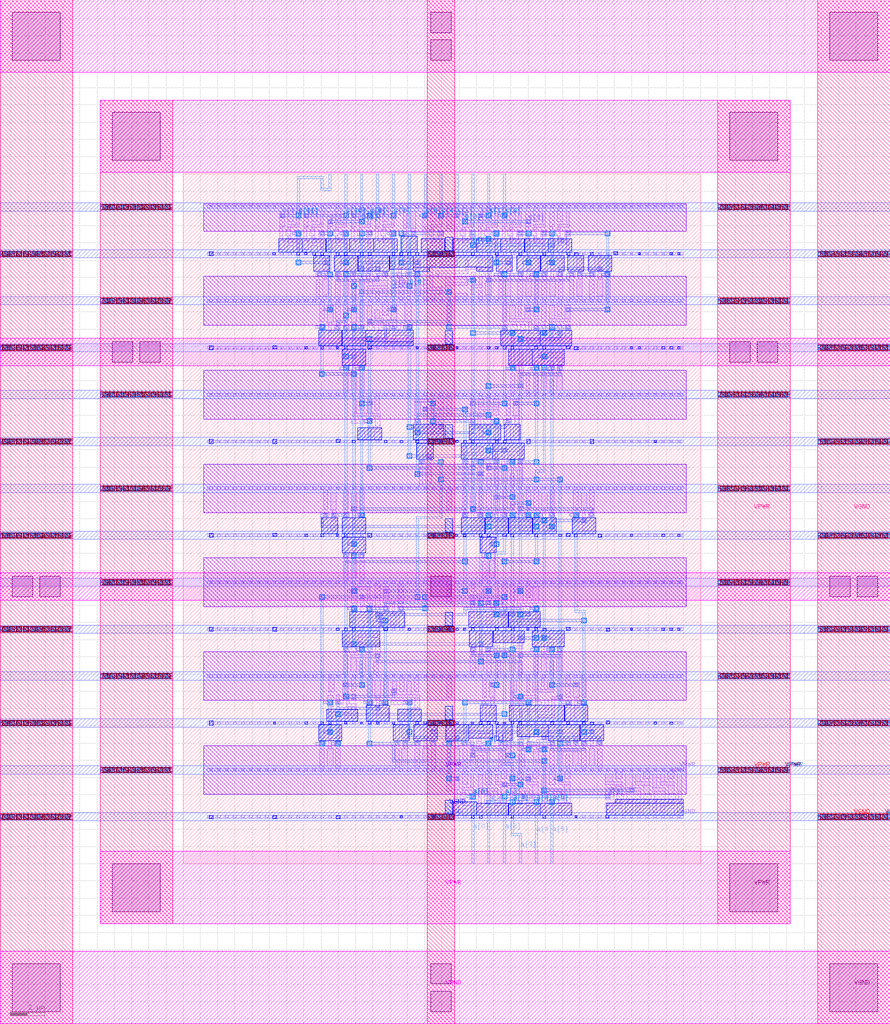
<source format=lef>
VERSION 5.7 ;
  NOWIREEXTENSIONATPIN ON ;
  DIVIDERCHAR "/" ;
  BUSBITCHARS "[]" ;
MACRO sky130_fd_sc_hd__nand4_1
  CLASS BLOCK ;
  FOREIGN sky130_fd_sc_hd__nand4_1 ;
  ORIGIN 0.000 0.000 ;
  SIZE 2.300 BY 2.720 ;
  PIN C
    ANTENNAGATEAREA 0.247500 ;
    PORT
      LAYER li1 ;
        RECT 0.595 0.995 0.975 1.325 ;
        RECT 0.595 0.300 0.810 0.995 ;
    END
  END C
  PIN B
    ANTENNAGATEAREA 0.247500 ;
    PORT
      LAYER li1 ;
        RECT 1.145 0.995 1.455 1.325 ;
        RECT 1.145 0.825 1.350 0.995 ;
        RECT 1.000 0.300 1.350 0.825 ;
    END
  END B
  PIN Y
    ANTENNADIFFAREA 0.795000 ;
    PORT
      LAYER li1 ;
        RECT 0.515 1.665 0.845 2.465 ;
        RECT 1.385 1.665 1.715 2.465 ;
        RECT 0.515 1.495 1.795 1.665 ;
        RECT 1.625 0.825 1.795 1.495 ;
        RECT 1.520 0.255 2.215 0.825 ;
    END
  END Y
  PIN D
    ANTENNAGATEAREA 0.247500 ;
    PORT
      LAYER li1 ;
        RECT 0.110 0.995 0.395 1.325 ;
    END
  END D
  PIN A
    ANTENNAGATEAREA 0.247500 ;
    PORT
      LAYER li1 ;
        RECT 1.975 0.995 2.215 1.665 ;
    END
  END A
  PIN VNB
    PORT
      LAYER pwell ;
        RECT 0.005 0.105 2.295 1.015 ;
        RECT 0.150 -0.085 0.320 0.105 ;
    END
  END VNB
  PIN VPB
    PORT
      LAYER nwell ;
        RECT -0.190 1.305 2.490 2.910 ;
    END
  END VPB
  PIN VPWR
    USE POWER ;
    PORT
      LAYER li1 ;
        RECT 0.000 2.635 2.300 2.805 ;
        RECT 0.085 1.495 0.345 2.635 ;
        RECT 1.015 1.835 1.185 2.635 ;
        RECT 1.915 1.835 2.195 2.635 ;
      LAYER mcon ;
        RECT 0.145 2.635 0.315 2.805 ;
        RECT 0.605 2.635 0.775 2.805 ;
        RECT 1.065 2.635 1.235 2.805 ;
        RECT 1.525 2.635 1.695 2.805 ;
        RECT 1.985 2.635 2.155 2.805 ;
      LAYER met1 ;
        RECT 0.000 2.480 2.300 2.960 ;
    END
  END VPWR
  PIN VGND
    USE GROUND ;
    PORT
      LAYER li1 ;
        RECT 0.090 0.085 0.425 0.825 ;
        RECT 0.000 -0.085 2.300 0.085 ;
      LAYER mcon ;
        RECT 0.145 -0.085 0.315 0.085 ;
        RECT 0.605 -0.085 0.775 0.085 ;
        RECT 1.065 -0.085 1.235 0.085 ;
        RECT 1.525 -0.085 1.695 0.085 ;
        RECT 1.985 -0.085 2.155 0.085 ;
      LAYER met1 ;
        RECT 0.000 -0.240 2.300 0.240 ;
    END
  END VGND
END sky130_fd_sc_hd__nand4_1
MACRO sky130_fd_sc_hd__ha_1
  CLASS BLOCK ;
  FOREIGN sky130_fd_sc_hd__ha_1 ;
  ORIGIN 0.000 0.000 ;
  SIZE 4.600 BY 2.720 ;
  PIN B
    ANTENNAGATEAREA 0.252000 ;
    PORT
      LAYER li1 ;
        RECT 1.850 1.825 2.155 2.375 ;
        RECT 1.850 1.655 3.165 1.825 ;
        RECT 1.850 1.345 2.155 1.655 ;
    END
  END B
  PIN A
    ANTENNAGATEAREA 0.252000 ;
    PORT
      LAYER li1 ;
        RECT 3.360 1.485 3.585 1.615 ;
        RECT 2.335 1.315 3.585 1.485 ;
        RECT 3.360 1.055 3.585 1.315 ;
    END
  END A
  PIN COUT
    ANTENNADIFFAREA 0.429000 ;
    PORT
      LAYER li1 ;
        RECT 4.175 1.565 4.515 2.415 ;
        RECT 4.330 0.825 4.515 1.565 ;
        RECT 4.175 0.315 4.515 0.825 ;
    END
  END COUT
  PIN SUM
    ANTENNADIFFAREA 0.429000 ;
    PORT
      LAYER li1 ;
        RECT 0.090 1.565 0.425 2.415 ;
        RECT 0.090 0.825 0.320 1.565 ;
        RECT 0.090 0.315 0.425 0.825 ;
    END
  END SUM
  PIN VNB
    PORT
      LAYER pwell ;
        RECT 0.005 0.785 0.935 1.015 ;
        RECT 3.675 0.785 4.595 1.015 ;
        RECT 0.005 0.105 4.595 0.785 ;
        RECT 0.150 -0.085 0.320 0.105 ;
    END
  END VNB
  PIN VPB
    PORT
      LAYER nwell ;
        RECT -0.190 1.305 4.790 2.910 ;
    END
  END VPB
  PIN VGND
    USE GROUND ;
    PORT
      LAYER li1 ;
        RECT 0.595 0.085 0.790 0.885 ;
        RECT 1.875 0.085 2.205 0.465 ;
        RECT 3.755 0.085 4.005 0.545 ;
        RECT 0.000 -0.085 4.600 0.085 ;
      LAYER mcon ;
        RECT 0.145 -0.085 0.315 0.085 ;
        RECT 0.605 -0.085 0.775 0.085 ;
        RECT 1.065 -0.085 1.235 0.085 ;
        RECT 1.525 -0.085 1.695 0.085 ;
        RECT 1.985 -0.085 2.155 0.085 ;
        RECT 2.445 -0.085 2.615 0.085 ;
        RECT 2.905 -0.085 3.075 0.085 ;
        RECT 3.365 -0.085 3.535 0.085 ;
        RECT 3.825 -0.085 3.995 0.085 ;
        RECT 4.285 -0.085 4.455 0.085 ;
      LAYER met1 ;
        RECT 0.000 -0.240 4.600 0.240 ;
    END
  END VGND
  PIN VPWR
    USE POWER ;
    PORT
      LAYER li1 ;
        RECT 0.000 2.635 4.600 2.805 ;
        RECT 0.595 2.275 1.260 2.635 ;
        RECT 2.450 2.275 3.120 2.635 ;
        RECT 0.595 1.515 0.790 2.275 ;
        RECT 3.755 2.125 4.005 2.635 ;
      LAYER mcon ;
        RECT 0.145 2.635 0.315 2.805 ;
        RECT 0.605 2.635 0.775 2.805 ;
        RECT 1.065 2.635 1.235 2.805 ;
        RECT 1.525 2.635 1.695 2.805 ;
        RECT 1.985 2.635 2.155 2.805 ;
        RECT 2.445 2.635 2.615 2.805 ;
        RECT 2.905 2.635 3.075 2.805 ;
        RECT 3.365 2.635 3.535 2.805 ;
        RECT 3.825 2.635 3.995 2.805 ;
        RECT 4.285 2.635 4.455 2.805 ;
      LAYER met1 ;
        RECT 0.000 2.480 4.600 2.960 ;
    END
  END VPWR
  OBS
      LAYER li1 ;
        RECT 1.510 2.105 1.680 2.355 ;
        RECT 0.960 1.935 1.680 2.105 ;
        RECT 3.350 1.955 3.520 2.355 ;
        RECT 0.960 1.245 1.130 1.935 ;
        RECT 3.350 1.785 4.005 1.955 ;
        RECT 3.835 1.325 4.005 1.785 ;
        RECT 0.490 1.075 1.130 1.245 ;
        RECT 0.960 0.675 1.130 1.075 ;
        RECT 1.300 1.145 1.470 1.325 ;
        RECT 1.300 0.975 3.170 1.145 ;
        RECT 3.000 0.885 3.170 0.975 ;
        RECT 3.835 0.995 4.160 1.325 ;
        RECT 3.835 0.885 4.005 0.995 ;
        RECT 0.960 0.345 1.285 0.675 ;
        RECT 1.535 0.635 2.545 0.805 ;
        RECT 1.535 0.345 1.705 0.635 ;
        RECT 2.375 0.345 2.545 0.635 ;
        RECT 3.000 0.715 4.005 0.885 ;
        RECT 3.000 0.345 3.170 0.715 ;
  END
END sky130_fd_sc_hd__ha_1
MACRO sky130_fd_sc_hd__o21bai_1
  CLASS BLOCK ;
  FOREIGN sky130_fd_sc_hd__o21bai_1 ;
  ORIGIN 0.000 0.000 ;
  SIZE 2.760 BY 2.720 ;
  PIN A1
    ANTENNAGATEAREA 0.247500 ;
    PORT
      LAYER li1 ;
        RECT 2.195 1.075 2.675 1.285 ;
    END
  END A1
  PIN Y
    ANTENNADIFFAREA 0.474000 ;
    PORT
      LAYER li1 ;
        RECT 1.470 1.625 1.795 2.465 ;
        RECT 1.185 1.455 1.795 1.625 ;
        RECT 1.185 0.825 1.355 1.455 ;
        RECT 1.115 0.645 1.355 0.825 ;
        RECT 1.115 0.255 1.285 0.645 ;
    END
  END Y
  PIN B1_N
    ANTENNAGATEAREA 0.126000 ;
    PORT
      LAYER li1 ;
        RECT 0.085 1.345 0.355 2.445 ;
        RECT 0.085 0.995 0.535 1.345 ;
    END
  END B1_N
  PIN A2
    ANTENNAGATEAREA 0.247500 ;
    PORT
      LAYER li1 ;
        RECT 1.525 1.075 2.025 1.285 ;
    END
  END A2
  PIN VNB
    PORT
      LAYER pwell ;
        RECT 0.005 0.335 2.755 1.015 ;
        RECT 0.145 0.105 2.755 0.335 ;
        RECT 0.145 -0.085 0.315 0.105 ;
    END
  END VNB
  PIN VPB
    PORT
      LAYER nwell ;
        RECT -0.190 1.305 2.950 2.910 ;
    END
  END VPB
  PIN VPWR
    USE POWER ;
    PORT
      LAYER li1 ;
        RECT 0.000 2.635 2.760 2.805 ;
        RECT 0.970 1.875 1.300 2.635 ;
        RECT 2.270 1.535 2.645 2.635 ;
      LAYER mcon ;
        RECT 0.145 2.635 0.315 2.805 ;
        RECT 0.605 2.635 0.775 2.805 ;
        RECT 1.065 2.635 1.235 2.805 ;
        RECT 1.525 2.635 1.695 2.805 ;
        RECT 1.985 2.635 2.155 2.805 ;
        RECT 2.445 2.635 2.615 2.805 ;
      LAYER met1 ;
        RECT 0.000 2.480 2.760 2.960 ;
    END
  END VPWR
  PIN VGND
    USE GROUND ;
    PORT
      LAYER li1 ;
        RECT 0.085 0.085 0.360 0.825 ;
        RECT 1.995 0.085 2.165 0.555 ;
        RECT 0.000 -0.085 2.760 0.085 ;
      LAYER mcon ;
        RECT 0.145 -0.085 0.315 0.085 ;
        RECT 0.605 -0.085 0.775 0.085 ;
        RECT 1.065 -0.085 1.235 0.085 ;
        RECT 1.525 -0.085 1.695 0.085 ;
        RECT 1.985 -0.085 2.155 0.085 ;
        RECT 2.445 -0.085 2.615 0.085 ;
      LAYER met1 ;
        RECT 0.000 -0.240 2.760 0.240 ;
    END
  END VGND
  OBS
      LAYER li1 ;
        RECT 0.525 1.705 0.800 2.210 ;
        RECT 0.525 1.535 1.015 1.705 ;
        RECT 0.720 0.995 1.015 1.535 ;
        RECT 0.720 0.825 0.890 0.995 ;
        RECT 0.580 0.655 0.890 0.825 ;
        RECT 1.570 0.735 2.665 0.905 ;
        RECT 0.580 0.495 0.770 0.655 ;
        RECT 1.570 0.485 1.740 0.735 ;
        RECT 1.490 0.255 1.820 0.485 ;
        RECT 2.335 0.270 2.665 0.735 ;
  END
END sky130_fd_sc_hd__o21bai_1
MACRO sky130_fd_sc_hd__inv_2
  CLASS BLOCK ;
  FOREIGN sky130_fd_sc_hd__inv_2 ;
  ORIGIN 0.000 0.000 ;
  SIZE 1.380 BY 2.720 ;
  PIN A
    ANTENNAGATEAREA 0.495000 ;
    PORT
      LAYER li1 ;
        RECT 0.105 1.075 0.435 1.325 ;
    END
  END A
  PIN Y
    ANTENNADIFFAREA 0.445500 ;
    PORT
      LAYER li1 ;
        RECT 0.525 1.485 0.855 2.465 ;
        RECT 0.605 0.885 0.855 1.485 ;
        RECT 0.525 0.255 0.855 0.885 ;
    END
  END Y
  PIN VNB
    PORT
      LAYER pwell ;
        RECT 0.015 0.105 1.365 1.015 ;
        RECT 0.145 -0.085 0.315 0.105 ;
    END
  END VNB
  PIN VPB
    PORT
      LAYER nwell ;
        RECT -0.190 1.305 1.570 2.910 ;
    END
  END VPB
  PIN VPWR
    USE POWER ;
    PORT
      LAYER li1 ;
        RECT 0.000 2.635 1.380 2.805 ;
        RECT 0.125 1.495 0.355 2.635 ;
        RECT 1.025 1.495 1.235 2.635 ;
      LAYER mcon ;
        RECT 0.145 2.635 0.315 2.805 ;
        RECT 0.605 2.635 0.775 2.805 ;
        RECT 1.065 2.635 1.235 2.805 ;
      LAYER met1 ;
        RECT 0.000 2.480 1.380 2.960 ;
    END
  END VPWR
  PIN VGND
    USE GROUND ;
    PORT
      LAYER li1 ;
        RECT 0.125 0.085 0.355 0.905 ;
        RECT 1.025 0.085 1.235 0.905 ;
        RECT 0.000 -0.085 1.380 0.085 ;
      LAYER mcon ;
        RECT 0.145 -0.085 0.315 0.085 ;
        RECT 0.605 -0.085 0.775 0.085 ;
        RECT 1.065 -0.085 1.235 0.085 ;
      LAYER met1 ;
        RECT 0.000 -0.240 1.380 0.240 ;
    END
  END VGND
END sky130_fd_sc_hd__inv_2
MACRO sky130_fd_sc_hd__o21ai_1
  CLASS BLOCK ;
  FOREIGN sky130_fd_sc_hd__o21ai_1 ;
  ORIGIN 0.000 0.000 ;
  SIZE 1.840 BY 2.720 ;
  PIN A2
    ANTENNAGATEAREA 0.247500 ;
    PORT
      LAYER li1 ;
        RECT 0.590 1.325 0.785 2.375 ;
        RECT 0.590 0.995 0.975 1.325 ;
    END
  END A2
  PIN A1
    ANTENNAGATEAREA 0.247500 ;
    PORT
      LAYER li1 ;
        RECT 0.150 0.995 0.410 1.325 ;
    END
  END A1
  PIN B1
    ANTENNAGATEAREA 0.202500 ;
    PORT
      LAYER li1 ;
        RECT 1.505 1.295 1.750 1.655 ;
    END
  END B1
  PIN Y
    ANTENNADIFFAREA 0.517000 ;
    PORT
      LAYER li1 ;
        RECT 0.965 1.785 1.295 2.465 ;
        RECT 0.965 1.505 1.315 1.785 ;
        RECT 1.145 1.125 1.315 1.505 ;
        RECT 1.145 0.955 1.665 1.125 ;
        RECT 1.495 0.390 1.665 0.955 ;
    END
  END Y
  PIN VNB
    PORT
      LAYER pwell ;
        RECT 0.005 0.105 1.835 1.015 ;
        RECT 0.150 -0.085 0.320 0.105 ;
    END
  END VNB
  PIN VPB
    PORT
      LAYER nwell ;
        RECT -0.190 1.305 2.030 2.910 ;
    END
  END VPB
  PIN VGND
    USE GROUND ;
    PORT
      LAYER li1 ;
        RECT 0.575 0.085 0.905 0.445 ;
        RECT 0.000 -0.085 1.840 0.085 ;
      LAYER mcon ;
        RECT 0.145 -0.085 0.315 0.085 ;
        RECT 0.605 -0.085 0.775 0.085 ;
        RECT 1.065 -0.085 1.235 0.085 ;
        RECT 1.525 -0.085 1.695 0.085 ;
      LAYER met1 ;
        RECT 0.000 -0.240 1.840 0.240 ;
    END
  END VGND
  PIN VPWR
    USE POWER ;
    PORT
      LAYER li1 ;
        RECT 0.000 2.635 1.840 2.805 ;
        RECT 0.090 1.495 0.410 2.635 ;
        RECT 1.495 1.835 1.750 2.635 ;
      LAYER mcon ;
        RECT 0.145 2.635 0.315 2.805 ;
        RECT 0.605 2.635 0.775 2.805 ;
        RECT 1.065 2.635 1.235 2.805 ;
        RECT 1.525 2.635 1.695 2.805 ;
      LAYER met1 ;
        RECT 0.000 2.480 1.840 2.960 ;
    END
  END VPWR
  OBS
      LAYER li1 ;
        RECT 0.090 0.615 1.305 0.785 ;
        RECT 0.090 0.265 0.380 0.615 ;
        RECT 1.075 0.310 1.305 0.615 ;
  END
END sky130_fd_sc_hd__o21ai_1
MACRO sky130_fd_sc_hd__a21oi_1
  CLASS BLOCK ;
  FOREIGN sky130_fd_sc_hd__a21oi_1 ;
  ORIGIN 0.000 0.000 ;
  SIZE 1.840 BY 2.720 ;
  PIN A1
    ANTENNAGATEAREA 0.247500 ;
    PORT
      LAYER li1 ;
        RECT 0.850 0.995 1.265 1.325 ;
        RECT 1.035 0.375 1.265 0.995 ;
    END
  END A1
  PIN B1
    ANTENNAGATEAREA 0.247500 ;
    PORT
      LAYER li1 ;
        RECT 0.095 0.675 0.335 1.325 ;
    END
  END B1
  PIN Y
    ANTENNADIFFAREA 0.447000 ;
    PORT
      LAYER li1 ;
        RECT 0.095 1.685 0.370 2.455 ;
        RECT 0.095 1.495 0.680 1.685 ;
        RECT 0.505 0.825 0.680 1.495 ;
        RECT 0.505 0.645 0.835 0.825 ;
        RECT 0.610 0.265 0.835 0.645 ;
    END
  END Y
  PIN A2
    ANTENNAGATEAREA 0.247500 ;
    PORT
      LAYER li1 ;
        RECT 1.445 0.995 1.740 1.325 ;
    END
  END A2
  PIN VNB
    PORT
      LAYER pwell ;
        RECT 0.020 0.105 1.835 1.015 ;
        RECT 0.145 -0.085 0.315 0.105 ;
    END
  END VNB
  PIN VPB
    PORT
      LAYER nwell ;
        RECT -0.190 1.305 2.030 2.910 ;
    END
  END VPB
  PIN VPWR
    USE POWER ;
    PORT
      LAYER li1 ;
        RECT 0.000 2.635 1.840 2.805 ;
        RECT 1.040 2.195 1.235 2.635 ;
      LAYER mcon ;
        RECT 0.145 2.635 0.315 2.805 ;
        RECT 0.605 2.635 0.775 2.805 ;
        RECT 1.065 2.635 1.235 2.805 ;
        RECT 1.525 2.635 1.695 2.805 ;
      LAYER met1 ;
        RECT 0.000 2.480 1.840 2.960 ;
    END
  END VPWR
  PIN VGND
    USE GROUND ;
    PORT
      LAYER li1 ;
        RECT 0.110 0.085 0.440 0.475 ;
        RECT 1.445 0.085 1.745 0.815 ;
        RECT 0.000 -0.085 1.840 0.085 ;
      LAYER mcon ;
        RECT 0.145 -0.085 0.315 0.085 ;
        RECT 0.605 -0.085 0.775 0.085 ;
        RECT 1.065 -0.085 1.235 0.085 ;
        RECT 1.525 -0.085 1.695 0.085 ;
      LAYER met1 ;
        RECT 0.000 -0.240 1.840 0.240 ;
    END
  END VGND
  OBS
      LAYER li1 ;
        RECT 0.540 2.025 0.870 2.455 ;
        RECT 1.415 2.025 1.745 2.455 ;
        RECT 0.540 1.855 1.745 2.025 ;
        RECT 0.850 1.525 1.745 1.855 ;
  END
END sky130_fd_sc_hd__a21oi_1
MACRO sky130_fd_sc_hd__o22ai_1
  CLASS BLOCK ;
  FOREIGN sky130_fd_sc_hd__o22ai_1 ;
  ORIGIN 0.000 0.000 ;
  SIZE 2.300 BY 2.720 ;
  PIN A2
    ANTENNAGATEAREA 0.247500 ;
    PORT
      LAYER li1 ;
        RECT 1.525 1.615 1.725 2.405 ;
        RECT 1.405 1.445 1.725 1.615 ;
        RECT 1.405 1.245 1.585 1.445 ;
        RECT 1.220 1.075 1.585 1.245 ;
    END
  END A2
  PIN B1
    ANTENNAGATEAREA 0.247500 ;
    PORT
      LAYER li1 ;
        RECT 0.085 0.665 0.325 1.990 ;
    END
  END B1
  PIN Y
    ANTENNADIFFAREA 0.650250 ;
    PORT
      LAYER li1 ;
        RECT 0.835 2.045 1.335 2.465 ;
        RECT 0.495 1.835 1.335 2.045 ;
        RECT 0.495 0.825 0.665 1.835 ;
        RECT 0.495 0.645 0.845 0.825 ;
    END
  END Y
  PIN A1
    ANTENNAGATEAREA 0.247500 ;
    PORT
      LAYER li1 ;
        RECT 1.755 1.075 2.215 1.275 ;
    END
  END A1
  PIN B2
    ANTENNAGATEAREA 0.247500 ;
    PORT
      LAYER li1 ;
        RECT 0.835 1.415 1.235 1.665 ;
        RECT 0.835 0.995 1.005 1.415 ;
    END
  END B2
  PIN VNB
    PORT
      LAYER pwell ;
        RECT 0.005 0.105 2.295 1.015 ;
        RECT 0.145 -0.085 0.315 0.105 ;
    END
  END VNB
  PIN VPB
    PORT
      LAYER nwell ;
        RECT -0.190 1.305 2.490 2.910 ;
    END
  END VPB
  PIN VGND
    USE GROUND ;
    PORT
      LAYER li1 ;
        RECT 1.535 0.085 1.705 0.525 ;
        RECT 0.000 -0.085 2.300 0.085 ;
      LAYER mcon ;
        RECT 0.145 -0.085 0.315 0.085 ;
        RECT 0.605 -0.085 0.775 0.085 ;
        RECT 1.065 -0.085 1.235 0.085 ;
        RECT 1.525 -0.085 1.695 0.085 ;
        RECT 1.985 -0.085 2.155 0.085 ;
      LAYER met1 ;
        RECT 0.000 -0.240 2.300 0.240 ;
    END
  END VGND
  PIN VPWR
    USE POWER ;
    PORT
      LAYER li1 ;
        RECT 0.000 2.635 2.300 2.805 ;
        RECT 0.135 2.175 0.345 2.635 ;
        RECT 1.895 1.455 2.215 2.635 ;
      LAYER mcon ;
        RECT 0.145 2.635 0.315 2.805 ;
        RECT 0.605 2.635 0.775 2.805 ;
        RECT 1.065 2.635 1.235 2.805 ;
        RECT 1.525 2.635 1.695 2.805 ;
        RECT 1.985 2.635 2.155 2.805 ;
      LAYER met1 ;
        RECT 0.000 2.480 2.300 2.960 ;
    END
  END VPWR
  OBS
      LAYER li1 ;
        RECT 1.185 0.825 2.215 0.865 ;
        RECT 1.015 0.695 2.215 0.825 ;
        RECT 1.015 0.475 1.345 0.695 ;
        RECT 0.085 0.295 1.345 0.475 ;
        RECT 1.875 0.280 2.215 0.695 ;
  END
END sky130_fd_sc_hd__o22ai_1
MACRO VIA_via4_1600x1600
  CLASS BLOCK ;
  FOREIGN VIA_via4_1600x1600 ;
  ORIGIN 0.800 0.800 ;
  SIZE 1.600 BY 1.600 ;
  OBS
      LAYER met4 ;
        RECT -0.800 -0.800 0.800 0.800 ;
      LAYER via4 ;
        RECT -0.590 -0.590 0.590 0.590 ;
      LAYER met5 ;
        RECT -0.800 -0.800 0.800 0.800 ;
  END
END VIA_via4_1600x1600
MACRO sky130_fd_sc_hd__nor2_1
  CLASS BLOCK ;
  FOREIGN sky130_fd_sc_hd__nor2_1 ;
  ORIGIN 0.000 0.000 ;
  SIZE 1.380 BY 2.720 ;
  PIN B
    ANTENNAGATEAREA 0.247500 ;
    PORT
      LAYER li1 ;
        RECT 0.085 1.075 0.435 1.325 ;
    END
  END B
  PIN Y
    ANTENNADIFFAREA 0.435500 ;
    PORT
      LAYER li1 ;
        RECT 0.095 1.665 0.425 2.450 ;
        RECT 0.095 1.495 0.775 1.665 ;
        RECT 0.605 0.895 0.775 1.495 ;
        RECT 0.515 0.255 0.845 0.895 ;
    END
  END Y
  PIN A
    ANTENNAGATEAREA 0.247500 ;
    PORT
      LAYER li1 ;
        RECT 0.945 1.075 1.295 1.325 ;
    END
  END A
  PIN VNB
    PORT
      LAYER pwell ;
        RECT 0.005 0.105 1.355 1.015 ;
        RECT 0.150 -0.085 0.320 0.105 ;
    END
  END VNB
  PIN VPB
    PORT
      LAYER nwell ;
        RECT -0.190 1.305 1.570 2.910 ;
    END
  END VPB
  PIN VGND
    USE GROUND ;
    PORT
      LAYER li1 ;
        RECT 0.105 0.085 0.345 0.895 ;
        RECT 1.015 0.085 1.285 0.895 ;
        RECT 0.000 -0.085 1.380 0.085 ;
      LAYER mcon ;
        RECT 0.145 -0.085 0.315 0.085 ;
        RECT 0.605 -0.085 0.775 0.085 ;
        RECT 1.065 -0.085 1.235 0.085 ;
      LAYER met1 ;
        RECT 0.000 -0.240 1.380 0.240 ;
    END
  END VGND
  PIN VPWR
    USE POWER ;
    PORT
      LAYER li1 ;
        RECT 0.000 2.635 1.380 2.805 ;
        RECT 0.955 1.495 1.285 2.635 ;
      LAYER mcon ;
        RECT 0.145 2.635 0.315 2.805 ;
        RECT 0.605 2.635 0.775 2.805 ;
        RECT 1.065 2.635 1.235 2.805 ;
      LAYER met1 ;
        RECT 0.000 2.480 1.380 2.960 ;
    END
  END VPWR
END sky130_fd_sc_hd__nor2_1
MACRO sky130_fd_sc_hd__nor3_1
  CLASS BLOCK ;
  FOREIGN sky130_fd_sc_hd__nor3_1 ;
  ORIGIN 0.000 0.000 ;
  SIZE 1.840 BY 2.720 ;
  PIN C
    ANTENNAGATEAREA 0.247500 ;
    PORT
      LAYER li1 ;
        RECT 0.090 0.995 0.425 1.325 ;
    END
  END C
  PIN Y
    ANTENNADIFFAREA 0.604500 ;
    PORT
      LAYER li1 ;
        RECT 0.090 2.280 1.170 2.450 ;
        RECT 0.090 1.495 0.425 2.280 ;
        RECT 1.000 1.665 1.170 2.280 ;
        RECT 1.000 1.495 1.315 1.665 ;
        RECT 1.145 0.825 1.315 1.495 ;
        RECT 0.090 0.655 1.315 0.825 ;
        RECT 0.090 0.385 0.345 0.655 ;
        RECT 1.015 0.385 1.185 0.655 ;
    END
  END Y
  PIN A
    ANTENNAGATEAREA 0.247500 ;
    PORT
      LAYER li1 ;
        RECT 1.485 0.655 1.755 1.665 ;
    END
  END A
  PIN B
    ANTENNAGATEAREA 0.247500 ;
    PORT
      LAYER li1 ;
        RECT 0.595 1.325 0.830 2.005 ;
        RECT 0.595 0.995 0.975 1.325 ;
    END
  END B
  PIN VNB
    PORT
      LAYER pwell ;
        RECT 0.005 0.105 1.775 1.015 ;
        RECT 0.150 -0.085 0.320 0.105 ;
    END
  END VNB
  PIN VPB
    PORT
      LAYER nwell ;
        RECT -0.190 1.305 2.030 2.910 ;
    END
  END VPB
  PIN VGND
    USE GROUND ;
    PORT
      LAYER li1 ;
        RECT 0.515 0.085 0.845 0.485 ;
        RECT 1.355 0.085 1.685 0.485 ;
        RECT 0.000 -0.085 1.840 0.085 ;
      LAYER mcon ;
        RECT 0.145 -0.085 0.315 0.085 ;
        RECT 0.605 -0.085 0.775 0.085 ;
        RECT 1.065 -0.085 1.235 0.085 ;
        RECT 1.525 -0.085 1.695 0.085 ;
      LAYER met1 ;
        RECT 0.000 -0.240 1.840 0.240 ;
    END
  END VGND
  PIN VPWR
    USE POWER ;
    PORT
      LAYER li1 ;
        RECT 0.000 2.635 1.840 2.805 ;
        RECT 1.435 1.835 1.750 2.635 ;
      LAYER mcon ;
        RECT 0.145 2.635 0.315 2.805 ;
        RECT 0.605 2.635 0.775 2.805 ;
        RECT 1.065 2.635 1.235 2.805 ;
        RECT 1.525 2.635 1.695 2.805 ;
      LAYER met1 ;
        RECT 0.000 2.480 1.840 2.960 ;
    END
  END VPWR
END sky130_fd_sc_hd__nor3_1
MACRO VIA_via4_4200x1600
  CLASS BLOCK ;
  FOREIGN VIA_via4_4200x1600 ;
  ORIGIN 2.100 0.800 ;
  SIZE 4.200 BY 1.600 ;
  OBS
      LAYER met4 ;
        RECT -2.100 -0.800 2.100 0.800 ;
      LAYER via4 ;
        RECT -1.390 -0.590 -0.210 0.590 ;
        RECT 0.210 -0.590 1.390 0.590 ;
      LAYER met5 ;
        RECT -2.100 -0.800 2.100 0.800 ;
  END
END VIA_via4_4200x1600
MACRO sky130_fd_sc_hd__xor2_1
  CLASS BLOCK ;
  FOREIGN sky130_fd_sc_hd__xor2_1 ;
  ORIGIN 0.000 0.000 ;
  SIZE 3.220 BY 2.720 ;
  PIN B
    ANTENNAGATEAREA 0.495000 ;
    PORT
      LAYER li1 ;
        RECT 0.425 1.445 1.730 1.615 ;
        RECT 0.425 0.995 0.670 1.445 ;
        RECT 1.560 1.245 1.730 1.445 ;
        RECT 1.560 1.075 1.935 1.245 ;
    END
  END B
  PIN X
    ANTENNADIFFAREA 0.800500 ;
    PORT
      LAYER li1 ;
        RECT 2.815 1.535 3.135 2.465 ;
        RECT 2.505 1.365 3.135 1.535 ;
        RECT 2.505 0.485 2.675 1.365 ;
        RECT 1.720 0.315 2.675 0.485 ;
    END
  END X
  PIN A
    ANTENNAGATEAREA 0.495000 ;
    PORT
      LAYER li1 ;
        RECT 0.840 1.075 1.390 1.275 ;
    END
  END A
  PIN VNB
    PORT
      LAYER pwell ;
        RECT 0.045 0.105 3.215 1.015 ;
        RECT 0.145 -0.085 0.315 0.105 ;
    END
  END VNB
  PIN VPB
    PORT
      LAYER nwell ;
        RECT -0.190 1.305 3.410 2.910 ;
    END
  END VPB
  PIN VPWR
    USE POWER ;
    PORT
      LAYER li1 ;
        RECT 0.000 2.635 3.220 2.805 ;
        RECT 1.055 1.785 1.225 2.635 ;
        RECT 1.895 2.125 2.065 2.635 ;
      LAYER mcon ;
        RECT 0.145 2.635 0.315 2.805 ;
        RECT 0.605 2.635 0.775 2.805 ;
        RECT 1.065 2.635 1.235 2.805 ;
        RECT 1.525 2.635 1.695 2.805 ;
        RECT 1.985 2.635 2.155 2.805 ;
        RECT 2.445 2.635 2.615 2.805 ;
        RECT 2.905 2.635 3.075 2.805 ;
      LAYER met1 ;
        RECT 0.000 2.480 3.220 2.960 ;
    END
  END VPWR
  PIN VGND
    USE GROUND ;
    PORT
      LAYER li1 ;
        RECT 0.135 0.085 0.465 0.475 ;
        RECT 0.975 0.085 1.305 0.475 ;
        RECT 2.845 0.085 3.135 0.920 ;
        RECT 0.000 -0.085 3.220 0.085 ;
      LAYER mcon ;
        RECT 0.145 -0.085 0.315 0.085 ;
        RECT 0.605 -0.085 0.775 0.085 ;
        RECT 1.065 -0.085 1.235 0.085 ;
        RECT 1.525 -0.085 1.695 0.085 ;
        RECT 1.985 -0.085 2.155 0.085 ;
        RECT 2.445 -0.085 2.615 0.085 ;
        RECT 2.905 -0.085 3.075 0.085 ;
      LAYER met1 ;
        RECT 0.000 -0.240 3.220 0.240 ;
    END
  END VGND
  OBS
      LAYER li1 ;
        RECT 0.085 1.785 0.465 2.465 ;
        RECT 1.395 1.955 1.725 2.465 ;
        RECT 2.235 1.955 2.635 2.465 ;
        RECT 1.395 1.785 2.635 1.955 ;
        RECT 0.085 0.825 0.255 1.785 ;
        RECT 2.105 0.825 2.335 1.325 ;
        RECT 0.085 0.655 2.335 0.825 ;
        RECT 0.635 0.335 0.805 0.655 ;
  END
END sky130_fd_sc_hd__xor2_1
MACRO sky130_fd_sc_hd__clkinv_2
  CLASS BLOCK ;
  FOREIGN sky130_fd_sc_hd__clkinv_2 ;
  ORIGIN 0.000 0.000 ;
  SIZE 1.840 BY 2.720 ;
  PIN Y
    ANTENNADIFFAREA 0.662600 ;
    PORT
      LAYER li1 ;
        RECT 0.155 1.630 0.410 2.435 ;
        RECT 1.010 1.630 1.270 2.435 ;
        RECT 0.155 1.460 1.755 1.630 ;
        RECT 1.475 0.895 1.755 1.460 ;
        RECT 1.025 0.725 1.755 0.895 ;
        RECT 1.025 0.280 1.250 0.725 ;
    END
  END Y
  PIN A
    ANTENNAGATEAREA 0.576000 ;
    PORT
      LAYER li1 ;
        RECT 0.085 1.065 1.305 1.290 ;
    END
  END A
  PIN VNB
    PORT
      LAYER pwell ;
        RECT 0.145 -0.085 0.315 0.085 ;
    END
  END VNB
  PIN VPB
    PORT
      LAYER nwell ;
        RECT -0.190 1.305 2.030 2.910 ;
    END
  END VPB
  PIN VPWR
    USE POWER ;
    PORT
      LAYER li1 ;
        RECT 0.000 2.635 1.840 2.805 ;
        RECT 0.580 1.800 0.840 2.635 ;
        RECT 1.440 1.800 1.695 2.635 ;
      LAYER mcon ;
        RECT 0.145 2.635 0.315 2.805 ;
        RECT 0.605 2.635 0.775 2.805 ;
        RECT 1.065 2.635 1.235 2.805 ;
        RECT 1.525 2.635 1.695 2.805 ;
      LAYER met1 ;
        RECT 0.000 2.480 1.840 2.960 ;
    END
  END VPWR
  PIN VGND
    USE GROUND ;
    PORT
      LAYER li1 ;
        RECT 0.560 0.085 0.855 0.610 ;
        RECT 1.420 0.085 1.750 0.555 ;
        RECT 0.000 -0.085 1.840 0.085 ;
      LAYER mcon ;
        RECT 0.145 -0.085 0.315 0.085 ;
        RECT 0.605 -0.085 0.775 0.085 ;
        RECT 1.065 -0.085 1.235 0.085 ;
        RECT 1.525 -0.085 1.695 0.085 ;
      LAYER met1 ;
        RECT 0.000 -0.240 1.840 0.240 ;
    END
  END VGND
  OBS
      LAYER pwell ;
        RECT 0.470 0.105 1.835 0.785 ;
  END
END sky130_fd_sc_hd__clkinv_2
MACRO sky130_fd_sc_hd__nand2_2
  CLASS BLOCK ;
  FOREIGN sky130_fd_sc_hd__nand2_2 ;
  ORIGIN 0.000 0.000 ;
  SIZE 2.300 BY 2.720 ;
  PIN Y
    ANTENNADIFFAREA 0.715500 ;
    PORT
      LAYER li1 ;
        RECT 0.515 1.665 0.845 2.465 ;
        RECT 1.355 1.665 1.685 2.465 ;
        RECT 0.515 1.495 2.215 1.665 ;
        RECT 1.935 0.905 2.215 1.495 ;
        RECT 1.355 0.655 2.215 0.905 ;
    END
  END Y
  PIN A
    ANTENNAGATEAREA 0.495000 ;
    PORT
      LAYER li1 ;
        RECT 1.015 1.075 1.765 1.325 ;
    END
  END A
  PIN B
    ANTENNAGATEAREA 0.495000 ;
    PORT
      LAYER li1 ;
        RECT 0.085 1.075 0.845 1.325 ;
    END
  END B
  PIN VNB
    PORT
      LAYER pwell ;
        RECT 0.005 0.105 2.195 1.015 ;
        RECT 0.150 -0.085 0.320 0.105 ;
    END
  END VNB
  PIN VPB
    PORT
      LAYER nwell ;
        RECT -0.190 1.305 2.490 2.910 ;
    END
  END VPB
  PIN VGND
    USE GROUND ;
    PORT
      LAYER li1 ;
        RECT 0.595 0.085 0.765 0.545 ;
        RECT 0.000 -0.085 2.300 0.085 ;
      LAYER mcon ;
        RECT 0.145 -0.085 0.315 0.085 ;
        RECT 0.605 -0.085 0.775 0.085 ;
        RECT 1.065 -0.085 1.235 0.085 ;
        RECT 1.525 -0.085 1.695 0.085 ;
        RECT 1.985 -0.085 2.155 0.085 ;
      LAYER met1 ;
        RECT 0.000 -0.240 2.300 0.240 ;
    END
  END VGND
  PIN VPWR
    USE POWER ;
    PORT
      LAYER li1 ;
        RECT 0.000 2.635 2.300 2.805 ;
        RECT 0.085 1.495 0.345 2.635 ;
        RECT 1.015 1.835 1.185 2.635 ;
        RECT 1.855 1.835 2.110 2.635 ;
      LAYER mcon ;
        RECT 0.145 2.635 0.315 2.805 ;
        RECT 0.605 2.635 0.775 2.805 ;
        RECT 1.065 2.635 1.235 2.805 ;
        RECT 1.525 2.635 1.695 2.805 ;
        RECT 1.985 2.635 2.155 2.805 ;
      LAYER met1 ;
        RECT 0.000 2.480 2.300 2.960 ;
    END
  END VPWR
  OBS
      LAYER li1 ;
        RECT 0.085 0.715 1.185 0.885 ;
        RECT 0.085 0.255 0.425 0.715 ;
        RECT 0.935 0.465 1.185 0.715 ;
        RECT 1.775 0.465 2.105 0.485 ;
        RECT 0.935 0.255 2.105 0.465 ;
  END
END sky130_fd_sc_hd__nand2_2
MACRO sky130_fd_sc_hd__nand3_1
  CLASS BLOCK ;
  FOREIGN sky130_fd_sc_hd__nand3_1 ;
  ORIGIN 0.000 0.000 ;
  SIZE 1.840 BY 2.720 ;
  PIN Y
    ANTENNADIFFAREA 0.699000 ;
    PORT
      LAYER li1 ;
        RECT 0.515 1.665 0.845 2.465 ;
        RECT 1.415 1.665 1.745 2.465 ;
        RECT 0.515 1.495 1.745 1.665 ;
        RECT 0.515 0.595 0.695 1.495 ;
        RECT 1.415 0.595 1.745 0.825 ;
        RECT 0.515 0.255 1.745 0.595 ;
    END
  END Y
  PIN A
    ANTENNAGATEAREA 0.247500 ;
    PORT
      LAYER li1 ;
        RECT 1.445 0.995 1.755 1.325 ;
    END
  END A
  PIN C
    ANTENNAGATEAREA 0.247500 ;
    PORT
      LAYER li1 ;
        RECT 0.110 0.745 0.330 1.325 ;
    END
  END C
  PIN B
    ANTENNAGATEAREA 0.247500 ;
    PORT
      LAYER li1 ;
        RECT 0.865 0.765 1.240 1.325 ;
    END
  END B
  PIN VNB
    PORT
      LAYER pwell ;
        RECT 0.005 0.105 1.835 1.015 ;
        RECT 0.150 -0.085 0.320 0.105 ;
    END
  END VNB
  PIN VPB
    PORT
      LAYER nwell ;
        RECT -0.190 1.305 2.030 2.910 ;
    END
  END VPB
  PIN VGND
    USE GROUND ;
    PORT
      LAYER li1 ;
        RECT 0.090 0.085 0.345 0.575 ;
        RECT 0.000 -0.085 1.840 0.085 ;
      LAYER mcon ;
        RECT 0.145 -0.085 0.315 0.085 ;
        RECT 0.605 -0.085 0.775 0.085 ;
        RECT 1.065 -0.085 1.235 0.085 ;
        RECT 1.525 -0.085 1.695 0.085 ;
      LAYER met1 ;
        RECT 0.000 -0.240 1.840 0.240 ;
    END
  END VGND
  PIN VPWR
    USE POWER ;
    PORT
      LAYER li1 ;
        RECT 0.000 2.635 1.840 2.805 ;
        RECT 0.090 1.495 0.345 2.635 ;
        RECT 1.015 1.835 1.245 2.635 ;
      LAYER mcon ;
        RECT 0.145 2.635 0.315 2.805 ;
        RECT 0.605 2.635 0.775 2.805 ;
        RECT 1.065 2.635 1.235 2.805 ;
        RECT 1.525 2.635 1.695 2.805 ;
      LAYER met1 ;
        RECT 0.000 2.480 1.840 2.960 ;
    END
  END VPWR
END sky130_fd_sc_hd__nand3_1
MACRO sky130_fd_sc_hd__o21ai_0
  CLASS BLOCK ;
  FOREIGN sky130_fd_sc_hd__o21ai_0 ;
  ORIGIN 0.000 0.000 ;
  SIZE 1.840 BY 2.720 ;
  PIN Y
    ANTENNADIFFAREA 0.290500 ;
    PORT
      LAYER li1 ;
        RECT 0.965 1.680 1.300 2.465 ;
        RECT 0.965 1.510 1.345 1.680 ;
        RECT 1.175 1.125 1.345 1.510 ;
        RECT 1.175 0.955 1.740 1.125 ;
        RECT 1.455 0.280 1.740 0.955 ;
    END
  END Y
  PIN B1
    ANTENNAGATEAREA 0.159000 ;
    PORT
      LAYER li1 ;
        RECT 1.515 1.355 1.730 1.685 ;
    END
  END B1
  PIN A2
    ANTENNAGATEAREA 0.159000 ;
    PORT
      LAYER li1 ;
        RECT 0.605 1.340 0.775 1.645 ;
        RECT 0.605 1.100 1.005 1.340 ;
    END
  END A2
  PIN A1
    ANTENNAGATEAREA 0.159000 ;
    PORT
      LAYER li1 ;
        RECT 0.085 0.955 0.415 1.615 ;
    END
  END A1
  PIN VNB
    PORT
      LAYER pwell ;
        RECT 0.030 0.105 1.830 0.785 ;
        RECT 0.145 -0.085 0.315 0.105 ;
    END
  END VNB
  PIN VPB
    PORT
      LAYER nwell ;
        RECT -0.190 1.305 2.030 2.910 ;
    END
  END VPB
  PIN VGND
    USE GROUND ;
    PORT
      LAYER li1 ;
        RECT 0.550 0.085 0.880 0.445 ;
        RECT 0.000 -0.085 1.840 0.085 ;
      LAYER mcon ;
        RECT 0.145 -0.085 0.315 0.085 ;
        RECT 0.605 -0.085 0.775 0.085 ;
        RECT 1.065 -0.085 1.235 0.085 ;
        RECT 1.525 -0.085 1.695 0.085 ;
      LAYER met1 ;
        RECT 0.000 -0.240 1.840 0.240 ;
    END
  END VGND
  PIN VPWR
    USE POWER ;
    PORT
      LAYER li1 ;
        RECT 0.000 2.635 1.840 2.805 ;
        RECT 0.145 1.825 0.475 2.635 ;
        RECT 1.470 1.855 1.725 2.635 ;
      LAYER mcon ;
        RECT 0.145 2.635 0.315 2.805 ;
        RECT 0.605 2.635 0.775 2.805 ;
        RECT 1.065 2.635 1.235 2.805 ;
        RECT 1.525 2.635 1.695 2.805 ;
      LAYER met1 ;
        RECT 0.000 2.480 1.840 2.960 ;
    END
  END VPWR
  OBS
      LAYER li1 ;
        RECT 0.120 0.615 1.285 0.785 ;
        RECT 0.120 0.280 0.380 0.615 ;
        RECT 1.050 0.280 1.285 0.615 ;
  END
END sky130_fd_sc_hd__o21ai_0
MACRO sky130_fd_sc_hd__fill_1
  CLASS BLOCK ;
  FOREIGN sky130_fd_sc_hd__fill_1 ;
  ORIGIN 0.000 0.000 ;
  SIZE 0.460 BY 2.720 ;
  PIN VNB
    PORT
      LAYER pwell ;
        RECT 0.140 -0.055 0.260 0.055 ;
    END
  END VNB
  PIN VPB
    PORT
      LAYER nwell ;
        RECT -0.190 1.305 0.650 2.910 ;
    END
  END VPB
  PIN VPWR
    USE POWER ;
    PORT
      LAYER li1 ;
        RECT 0.000 2.635 0.460 2.805 ;
      LAYER mcon ;
        RECT 0.145 2.635 0.315 2.805 ;
      LAYER met1 ;
        RECT 0.000 2.480 0.460 2.960 ;
    END
  END VPWR
  PIN VGND
    USE GROUND ;
    PORT
      LAYER li1 ;
        RECT 0.000 -0.085 0.460 0.085 ;
      LAYER mcon ;
        RECT 0.145 -0.085 0.315 0.085 ;
      LAYER met1 ;
        RECT 0.000 -0.240 0.460 0.240 ;
    END
  END VGND
END sky130_fd_sc_hd__fill_1
MACRO sky130_fd_sc_hd__inv_1
  CLASS BLOCK ;
  FOREIGN sky130_fd_sc_hd__inv_1 ;
  ORIGIN 0.000 0.000 ;
  SIZE 1.380 BY 2.720 ;
  PIN Y
    ANTENNADIFFAREA 0.429000 ;
    PORT
      LAYER li1 ;
        RECT 0.720 1.485 1.050 2.465 ;
        RECT 0.820 0.885 1.050 1.485 ;
        RECT 0.720 0.255 1.050 0.885 ;
    END
  END Y
  PIN A
    ANTENNAGATEAREA 0.247500 ;
    PORT
      LAYER li1 ;
        RECT 0.320 1.075 0.650 1.315 ;
    END
  END A
  PIN VNB
    PORT
      LAYER pwell ;
        RECT 0.210 0.105 1.140 1.015 ;
        RECT 0.210 0.085 0.315 0.105 ;
        RECT 0.145 -0.085 0.315 0.085 ;
    END
  END VNB
  PIN VPB
    PORT
      LAYER nwell ;
        RECT -0.190 1.305 1.570 2.910 ;
    END
  END VPB
  PIN VGND
    USE GROUND ;
    PORT
      LAYER li1 ;
        RECT 0.320 0.085 0.550 0.905 ;
        RECT 0.000 -0.085 1.380 0.085 ;
      LAYER mcon ;
        RECT 0.145 -0.085 0.315 0.085 ;
        RECT 0.605 -0.085 0.775 0.085 ;
        RECT 1.065 -0.085 1.235 0.085 ;
      LAYER met1 ;
        RECT 0.000 -0.240 1.380 0.240 ;
    END
  END VGND
  PIN VPWR
    USE POWER ;
    PORT
      LAYER li1 ;
        RECT 0.000 2.635 1.380 2.805 ;
        RECT 0.340 1.495 0.550 2.635 ;
      LAYER mcon ;
        RECT 0.145 2.635 0.315 2.805 ;
        RECT 0.605 2.635 0.775 2.805 ;
        RECT 1.065 2.635 1.235 2.805 ;
      LAYER met1 ;
        RECT 0.000 2.480 1.380 2.960 ;
    END
  END VPWR
END sky130_fd_sc_hd__inv_1
MACRO VIA_M1M2_PR
  CLASS BLOCK ;
  FOREIGN VIA_M1M2_PR ;
  ORIGIN 0.160 0.160 ;
  SIZE 0.320 BY 0.320 ;
  OBS
      LAYER met1 ;
        RECT -0.160 -0.130 0.160 0.130 ;
      LAYER via ;
        RECT -0.130 -0.130 0.130 0.130 ;
      LAYER met2 ;
        RECT -0.130 -0.160 0.130 0.160 ;
  END
END VIA_M1M2_PR
MACRO VIA_L1M1_PR_MR
  CLASS BLOCK ;
  FOREIGN VIA_L1M1_PR_MR ;
  ORIGIN 0.145 0.115 ;
  SIZE 0.290 BY 0.230 ;
  OBS
      LAYER li1 ;
        RECT -0.085 -0.085 0.085 0.085 ;
      LAYER met1 ;
        RECT -0.145 -0.115 0.145 0.115 ;
  END
END VIA_L1M1_PR_MR
MACRO sky130_fd_sc_hd__nand2_1
  CLASS BLOCK ;
  FOREIGN sky130_fd_sc_hd__nand2_1 ;
  ORIGIN 0.000 0.000 ;
  SIZE 1.380 BY 2.720 ;
  PIN Y
    ANTENNADIFFAREA 0.439000 ;
    PORT
      LAYER li1 ;
        RECT 0.535 1.485 0.865 2.465 ;
        RECT 0.600 0.885 0.770 1.485 ;
        RECT 0.600 0.255 1.295 0.885 ;
    END
  END Y
  PIN B
    ANTENNAGATEAREA 0.247500 ;
    PORT
      LAYER li1 ;
        RECT 0.095 1.055 0.430 1.325 ;
    END
  END B
  PIN A
    ANTENNAGATEAREA 0.247500 ;
    PORT
      LAYER li1 ;
        RECT 0.940 1.075 1.275 1.325 ;
    END
  END A
  PIN VNB
    PORT
      LAYER pwell ;
        RECT 0.025 0.105 1.375 1.015 ;
        RECT 0.140 -0.085 0.310 0.105 ;
    END
  END VNB
  PIN VPB
    PORT
      LAYER nwell ;
        RECT -0.190 1.305 1.570 2.910 ;
    END
  END VPB
  PIN VGND
    USE GROUND ;
    PORT
      LAYER li1 ;
        RECT 0.085 0.085 0.395 0.885 ;
        RECT 0.000 -0.085 1.380 0.085 ;
      LAYER mcon ;
        RECT 0.145 -0.085 0.315 0.085 ;
        RECT 0.605 -0.085 0.775 0.085 ;
        RECT 1.065 -0.085 1.235 0.085 ;
      LAYER met1 ;
        RECT 0.000 -0.240 1.380 0.240 ;
    END
  END VGND
  PIN VPWR
    USE POWER ;
    PORT
      LAYER li1 ;
        RECT 0.000 2.635 1.380 2.805 ;
        RECT 0.085 1.495 0.365 2.635 ;
        RECT 1.035 1.495 1.295 2.635 ;
      LAYER mcon ;
        RECT 0.145 2.635 0.315 2.805 ;
        RECT 0.605 2.635 0.775 2.805 ;
        RECT 1.065 2.635 1.235 2.805 ;
      LAYER met1 ;
        RECT 0.000 2.480 1.380 2.960 ;
    END
  END VPWR
END sky130_fd_sc_hd__nand2_1
MACRO sky130_fd_sc_hd__dlymetal6s2s_1
  CLASS BLOCK ;
  FOREIGN sky130_fd_sc_hd__dlymetal6s2s_1 ;
  ORIGIN 0.000 0.000 ;
  SIZE 4.600 BY 2.720 ;
  PIN A
    ANTENNAGATEAREA 0.126000 ;
    PORT
      LAYER li1 ;
        RECT 0.085 0.995 0.570 1.700 ;
    END
  END A
  PIN X
    ANTENNAGATEAREA 0.126000 ;
    ANTENNADIFFAREA 0.429000 ;
    PORT
      LAYER li1 ;
        RECT 1.245 1.675 1.670 2.465 ;
        RECT 1.245 1.495 2.150 1.675 ;
        RECT 1.320 0.995 2.150 1.495 ;
        RECT 1.320 0.825 1.670 0.995 ;
        RECT 1.245 0.255 1.670 0.825 ;
    END
  END X
  PIN VNB
    PORT
      LAYER pwell ;
        RECT 0.665 0.785 4.595 1.015 ;
        RECT 0.180 0.105 4.595 0.785 ;
        RECT 0.180 0.085 0.290 0.105 ;
        RECT 0.120 -0.085 0.290 0.085 ;
    END
  END VNB
  PIN VPB
    PORT
      LAYER nwell ;
        RECT -0.190 1.305 4.790 2.910 ;
    END
  END VPB
  PIN VPWR
    USE POWER ;
    PORT
      LAYER li1 ;
        RECT 0.000 2.635 4.600 2.805 ;
        RECT 0.690 2.210 1.075 2.635 ;
        RECT 2.285 2.210 2.670 2.635 ;
        RECT 3.700 2.210 4.085 2.635 ;
      LAYER mcon ;
        RECT 0.145 2.635 0.315 2.805 ;
        RECT 0.605 2.635 0.775 2.805 ;
        RECT 1.065 2.635 1.235 2.805 ;
        RECT 1.525 2.635 1.695 2.805 ;
        RECT 1.985 2.635 2.155 2.805 ;
        RECT 2.445 2.635 2.615 2.805 ;
        RECT 2.905 2.635 3.075 2.805 ;
        RECT 3.365 2.635 3.535 2.805 ;
        RECT 3.825 2.635 3.995 2.805 ;
        RECT 4.285 2.635 4.455 2.805 ;
      LAYER met1 ;
        RECT 0.000 2.480 4.600 2.960 ;
    END
  END VPWR
  PIN VGND
    USE GROUND ;
    PORT
      LAYER li1 ;
        RECT 0.690 0.085 1.075 0.485 ;
        RECT 2.285 0.085 2.670 0.485 ;
        RECT 3.700 0.085 4.085 0.485 ;
        RECT 0.000 -0.085 4.600 0.085 ;
      LAYER mcon ;
        RECT 0.145 -0.085 0.315 0.085 ;
        RECT 0.605 -0.085 0.775 0.085 ;
        RECT 1.065 -0.085 1.235 0.085 ;
        RECT 1.525 -0.085 1.695 0.085 ;
        RECT 1.985 -0.085 2.155 0.085 ;
        RECT 2.445 -0.085 2.615 0.085 ;
        RECT 2.905 -0.085 3.075 0.085 ;
        RECT 3.365 -0.085 3.535 0.085 ;
        RECT 3.825 -0.085 3.995 0.085 ;
        RECT 4.285 -0.085 4.455 0.085 ;
      LAYER met1 ;
        RECT 0.000 -0.240 4.600 0.240 ;
    END
  END VGND
  OBS
      LAYER li1 ;
        RECT 0.085 2.040 0.520 2.465 ;
        RECT 1.840 2.040 2.115 2.465 ;
        RECT 0.085 1.870 1.075 2.040 ;
        RECT 0.740 1.325 1.075 1.870 ;
        RECT 1.840 1.845 2.670 2.040 ;
        RECT 2.320 1.325 2.670 1.845 ;
        RECT 2.840 1.675 3.085 2.465 ;
        RECT 3.275 2.040 3.530 2.465 ;
        RECT 3.275 1.845 4.085 2.040 ;
        RECT 2.840 1.495 3.565 1.675 ;
        RECT 0.740 0.995 1.150 1.325 ;
        RECT 2.320 0.995 2.745 1.325 ;
        RECT 2.915 0.995 3.565 1.495 ;
        RECT 3.735 1.325 4.085 1.845 ;
        RECT 4.255 1.495 4.515 2.465 ;
        RECT 3.735 0.995 4.160 1.325 ;
        RECT 0.740 0.825 1.075 0.995 ;
        RECT 2.320 0.825 2.670 0.995 ;
        RECT 2.915 0.825 3.085 0.995 ;
        RECT 3.735 0.825 4.085 0.995 ;
        RECT 4.330 0.825 4.515 1.495 ;
        RECT 0.085 0.655 1.075 0.825 ;
        RECT 1.860 0.655 2.670 0.825 ;
        RECT 0.085 0.255 0.520 0.655 ;
        RECT 1.860 0.255 2.115 0.655 ;
        RECT 2.840 0.255 3.085 0.825 ;
        RECT 3.275 0.655 4.085 0.825 ;
        RECT 3.275 0.255 3.530 0.655 ;
        RECT 4.255 0.255 4.515 0.825 ;
  END
END sky130_fd_sc_hd__dlymetal6s2s_1
MACRO sky130_fd_sc_hd__clkbuf_2
  CLASS BLOCK ;
  FOREIGN sky130_fd_sc_hd__clkbuf_2 ;
  ORIGIN 0.000 0.000 ;
  SIZE 1.840 BY 2.720 ;
  PIN A
    ANTENNAGATEAREA 0.213000 ;
    PORT
      LAYER li1 ;
        RECT 0.425 0.745 0.785 1.325 ;
    END
  END A
  PIN X
    ANTENNADIFFAREA 0.383400 ;
    PORT
      LAYER li1 ;
        RECT 1.060 2.030 1.245 2.435 ;
        RECT 1.060 1.855 1.725 2.030 ;
        RECT 1.385 0.825 1.725 1.855 ;
        RECT 1.040 0.655 1.725 0.825 ;
        RECT 1.040 0.255 1.245 0.655 ;
    END
  END X
  PIN VNB
    PORT
      LAYER pwell ;
        RECT 0.005 0.105 1.835 0.785 ;
        RECT 0.145 -0.085 0.315 0.105 ;
    END
  END VNB
  PIN VPB
    PORT
      LAYER nwell ;
        RECT -0.190 1.305 2.030 2.910 ;
    END
  END VPB
  PIN VGND
    USE GROUND ;
    PORT
      LAYER li1 ;
        RECT 0.555 0.085 0.830 0.565 ;
        RECT 1.415 0.085 1.750 0.485 ;
        RECT 0.000 -0.085 1.840 0.085 ;
      LAYER mcon ;
        RECT 0.145 -0.085 0.315 0.085 ;
        RECT 0.605 -0.085 0.775 0.085 ;
        RECT 1.065 -0.085 1.235 0.085 ;
        RECT 1.525 -0.085 1.695 0.085 ;
      LAYER met1 ;
        RECT 0.000 -0.240 1.840 0.240 ;
    END
  END VGND
  PIN VPWR
    USE POWER ;
    PORT
      LAYER li1 ;
        RECT 0.000 2.635 1.840 2.805 ;
        RECT 0.525 1.855 0.855 2.635 ;
        RECT 1.415 2.210 1.750 2.635 ;
      LAYER mcon ;
        RECT 0.145 2.635 0.315 2.805 ;
        RECT 0.605 2.635 0.775 2.805 ;
        RECT 1.065 2.635 1.235 2.805 ;
        RECT 1.525 2.635 1.695 2.805 ;
      LAYER met1 ;
        RECT 0.000 2.480 1.840 2.960 ;
    END
  END VPWR
  OBS
      LAYER li1 ;
        RECT 0.085 1.665 0.355 2.435 ;
        RECT 0.085 1.495 1.215 1.665 ;
        RECT 0.085 0.585 0.255 1.495 ;
        RECT 0.965 0.995 1.215 1.495 ;
        RECT 0.085 0.255 0.345 0.585 ;
  END
END sky130_fd_sc_hd__clkbuf_2
MACRO sky130_fd_sc_hd__clkbuf_1
  CLASS BLOCK ;
  FOREIGN sky130_fd_sc_hd__clkbuf_1 ;
  ORIGIN 0.000 0.000 ;
  SIZE 1.380 BY 2.720 ;
  PIN X
    ANTENNADIFFAREA 0.340600 ;
    PORT
      LAYER li1 ;
        RECT 0.085 1.560 0.355 2.465 ;
        RECT 0.085 0.760 0.255 1.560 ;
        RECT 0.085 0.255 0.345 0.760 ;
    END
  END X
  PIN A
    ANTENNAGATEAREA 0.196500 ;
    PORT
      LAYER li1 ;
        RECT 0.945 0.985 1.275 1.355 ;
    END
  END A
  PIN VNB
    PORT
      LAYER pwell ;
        RECT 0.005 0.105 1.375 0.885 ;
        RECT 1.065 -0.085 1.235 0.105 ;
    END
  END VNB
  PIN VPB
    PORT
      LAYER nwell ;
        RECT -0.190 1.305 1.570 2.910 ;
    END
  END VPB
  PIN VGND
    USE GROUND ;
    PORT
      LAYER li1 ;
        RECT 0.525 0.085 0.855 0.465 ;
        RECT 0.000 -0.085 1.380 0.085 ;
      LAYER mcon ;
        RECT 0.145 -0.085 0.315 0.085 ;
        RECT 0.605 -0.085 0.775 0.085 ;
        RECT 1.065 -0.085 1.235 0.085 ;
      LAYER met1 ;
        RECT 0.000 -0.240 1.380 0.240 ;
    END
  END VGND
  PIN VPWR
    USE POWER ;
    PORT
      LAYER li1 ;
        RECT 0.000 2.635 1.380 2.805 ;
        RECT 0.525 1.875 0.855 2.635 ;
      LAYER mcon ;
        RECT 0.145 2.635 0.315 2.805 ;
        RECT 0.605 2.635 0.775 2.805 ;
        RECT 1.065 2.635 1.235 2.805 ;
      LAYER met1 ;
        RECT 0.000 2.480 1.380 2.960 ;
    END
  END VPWR
  OBS
      LAYER li1 ;
        RECT 1.035 1.705 1.205 2.465 ;
        RECT 0.540 1.535 1.205 1.705 ;
        RECT 0.540 1.390 0.710 1.535 ;
        RECT 0.425 1.060 0.710 1.390 ;
        RECT 0.540 0.805 0.710 1.060 ;
        RECT 0.540 0.635 1.205 0.805 ;
        RECT 1.035 0.255 1.205 0.635 ;
  END
END sky130_fd_sc_hd__clkbuf_1
MACRO sky130_fd_sc_hd__tapvpwrvgnd_1
  CLASS BLOCK ;
  FOREIGN sky130_fd_sc_hd__tapvpwrvgnd_1 ;
  ORIGIN 0.000 0.000 ;
  SIZE 0.460 BY 2.720 ;
  PIN VPWR
    USE POWER ;
    PORT
      LAYER nwell ;
        RECT -0.190 1.305 0.650 2.910 ;
      LAYER li1 ;
        RECT 0.000 2.635 0.460 2.805 ;
        RECT 0.085 1.470 0.375 2.635 ;
      LAYER mcon ;
        RECT 0.145 2.635 0.315 2.805 ;
      LAYER met1 ;
        RECT 0.000 2.480 0.460 2.960 ;
    END
  END VPWR
  PIN VGND
    USE GROUND ;
    PORT
      LAYER pwell ;
        RECT 0.015 0.190 0.445 0.975 ;
      LAYER li1 ;
        RECT 0.085 0.085 0.375 0.810 ;
        RECT 0.000 -0.085 0.460 0.085 ;
      LAYER mcon ;
        RECT 0.145 -0.085 0.315 0.085 ;
      LAYER met1 ;
        RECT 0.000 -0.240 0.460 0.240 ;
    END
  END VGND
END sky130_fd_sc_hd__tapvpwrvgnd_1
MACRO sky130_fd_sc_hd__fill_4
  CLASS BLOCK ;
  FOREIGN sky130_fd_sc_hd__fill_4 ;
  ORIGIN 0.000 0.000 ;
  SIZE 1.840 BY 2.720 ;
  PIN VNB
    PORT
      LAYER pwell ;
        RECT 0.175 -0.060 0.285 0.060 ;
    END
  END VNB
  PIN VPB
    PORT
      LAYER nwell ;
        RECT -0.190 1.305 2.030 2.910 ;
    END
  END VPB
  PIN VGND
    USE GROUND ;
    PORT
      LAYER li1 ;
        RECT 0.000 -0.085 1.840 0.085 ;
      LAYER mcon ;
        RECT 0.145 -0.085 0.315 0.085 ;
        RECT 0.605 -0.085 0.775 0.085 ;
        RECT 1.065 -0.085 1.235 0.085 ;
        RECT 1.525 -0.085 1.695 0.085 ;
      LAYER met1 ;
        RECT 0.000 -0.240 1.840 0.240 ;
    END
  END VGND
  PIN VPWR
    USE POWER ;
    PORT
      LAYER li1 ;
        RECT 0.000 2.635 1.840 2.805 ;
      LAYER mcon ;
        RECT 0.145 2.635 0.315 2.805 ;
        RECT 0.605 2.635 0.775 2.805 ;
        RECT 1.065 2.635 1.235 2.805 ;
        RECT 1.525 2.635 1.695 2.805 ;
      LAYER met1 ;
        RECT 0.000 2.480 1.840 2.960 ;
    END
  END VPWR
END sky130_fd_sc_hd__fill_4
MACRO sky130_fd_sc_hd__fill_2
  CLASS BLOCK ;
  FOREIGN sky130_fd_sc_hd__fill_2 ;
  ORIGIN 0.000 0.000 ;
  SIZE 0.920 BY 2.720 ;
  PIN VNB
    PORT
      LAYER pwell ;
        RECT 0.155 -0.050 0.315 0.060 ;
    END
  END VNB
  PIN VPB
    PORT
      LAYER nwell ;
        RECT -0.190 1.305 1.110 2.910 ;
    END
  END VPB
  PIN VGND
    USE GROUND ;
    PORT
      LAYER li1 ;
        RECT 0.000 -0.085 0.920 0.085 ;
      LAYER mcon ;
        RECT 0.145 -0.085 0.315 0.085 ;
        RECT 0.605 -0.085 0.775 0.085 ;
      LAYER met1 ;
        RECT 0.000 -0.240 0.920 0.240 ;
    END
  END VGND
  PIN VPWR
    USE POWER ;
    PORT
      LAYER li1 ;
        RECT 0.000 2.635 0.920 2.805 ;
      LAYER mcon ;
        RECT 0.145 2.635 0.315 2.805 ;
        RECT 0.605 2.635 0.775 2.805 ;
      LAYER met1 ;
        RECT 0.000 2.480 0.920 2.960 ;
    END
  END VPWR
END sky130_fd_sc_hd__fill_2
MACRO VIA_via_1600x480
  CLASS BLOCK ;
  FOREIGN VIA_via_1600x480 ;
  ORIGIN 0.800 0.240 ;
  SIZE 1.600 BY 0.480 ;
  OBS
      LAYER met1 ;
        RECT -0.800 -0.240 0.800 0.240 ;
      LAYER via ;
        RECT -0.770 -0.130 -0.510 0.130 ;
        RECT -0.450 -0.130 -0.190 0.130 ;
        RECT -0.130 -0.130 0.130 0.130 ;
        RECT 0.190 -0.130 0.450 0.130 ;
        RECT 0.510 -0.130 0.770 0.130 ;
      LAYER met2 ;
        RECT -0.770 -0.240 0.770 0.240 ;
  END
END VIA_via_1600x480
MACRO VIA_via2_1600x480
  CLASS BLOCK ;
  FOREIGN VIA_via2_1600x480 ;
  ORIGIN 0.800 0.240 ;
  SIZE 1.600 BY 0.480 ;
  OBS
      LAYER met2 ;
        RECT -0.740 -0.240 0.740 0.240 ;
      LAYER via2 ;
        RECT -0.740 -0.140 -0.460 0.140 ;
        RECT -0.340 -0.140 -0.060 0.140 ;
        RECT 0.060 -0.140 0.340 0.140 ;
        RECT 0.460 -0.140 0.740 0.140 ;
      LAYER met3 ;
        RECT -0.800 -0.165 0.800 0.165 ;
  END
END VIA_via2_1600x480
MACRO VIA_via3_1600x480
  CLASS BLOCK ;
  FOREIGN VIA_via3_1600x480 ;
  ORIGIN 0.800 0.240 ;
  SIZE 1.600 BY 0.480 ;
  OBS
      LAYER met3 ;
        RECT -0.800 -0.160 0.800 0.160 ;
      LAYER via3 ;
        RECT -0.760 -0.160 -0.440 0.160 ;
        RECT -0.360 -0.160 -0.040 0.160 ;
        RECT 0.040 -0.160 0.360 0.160 ;
        RECT 0.440 -0.160 0.760 0.160 ;
      LAYER met4 ;
        RECT -0.800 -0.240 0.800 0.240 ;
  END
END VIA_via3_1600x480
MACRO sky130_fd_sc_hd__fill_8
  CLASS BLOCK ;
  FOREIGN sky130_fd_sc_hd__fill_8 ;
  ORIGIN 0.000 0.000 ;
  SIZE 3.680 BY 2.720 ;
  PIN VNB
    PORT
      LAYER pwell ;
        RECT 0.130 -0.120 0.350 0.050 ;
    END
  END VNB
  PIN VPB
    PORT
      LAYER nwell ;
        RECT -0.190 1.305 3.870 2.910 ;
    END
  END VPB
  PIN VGND
    USE GROUND ;
    PORT
      LAYER li1 ;
        RECT 0.000 -0.085 3.680 0.085 ;
      LAYER mcon ;
        RECT 0.145 -0.085 0.315 0.085 ;
        RECT 0.605 -0.085 0.775 0.085 ;
        RECT 1.065 -0.085 1.235 0.085 ;
        RECT 1.525 -0.085 1.695 0.085 ;
        RECT 1.985 -0.085 2.155 0.085 ;
        RECT 2.445 -0.085 2.615 0.085 ;
        RECT 2.905 -0.085 3.075 0.085 ;
        RECT 3.365 -0.085 3.535 0.085 ;
      LAYER met1 ;
        RECT 0.000 -0.240 3.680 0.240 ;
    END
  END VGND
  PIN VPWR
    USE POWER ;
    PORT
      LAYER li1 ;
        RECT 0.000 2.635 3.680 2.805 ;
      LAYER mcon ;
        RECT 0.145 2.635 0.315 2.805 ;
        RECT 0.605 2.635 0.775 2.805 ;
        RECT 1.065 2.635 1.235 2.805 ;
        RECT 1.525 2.635 1.695 2.805 ;
        RECT 1.985 2.635 2.155 2.805 ;
        RECT 2.445 2.635 2.615 2.805 ;
        RECT 2.905 2.635 3.075 2.805 ;
        RECT 3.365 2.635 3.535 2.805 ;
      LAYER met1 ;
        RECT 0.000 2.480 3.680 2.960 ;
    END
  END VPWR
END sky130_fd_sc_hd__fill_8
MACRO VIA_via3_4200x480
  CLASS BLOCK ;
  FOREIGN VIA_via3_4200x480 ;
  ORIGIN 2.100 0.240 ;
  SIZE 4.200 BY 0.480 ;
  OBS
      LAYER met3 ;
        RECT -2.100 -0.160 2.100 0.160 ;
      LAYER via3 ;
        RECT -1.960 -0.160 -1.640 0.160 ;
        RECT -1.560 -0.160 -1.240 0.160 ;
        RECT -1.160 -0.160 -0.840 0.160 ;
        RECT -0.760 -0.160 -0.440 0.160 ;
        RECT -0.360 -0.160 -0.040 0.160 ;
        RECT 0.040 -0.160 0.360 0.160 ;
        RECT 0.440 -0.160 0.760 0.160 ;
        RECT 0.840 -0.160 1.160 0.160 ;
        RECT 1.240 -0.160 1.560 0.160 ;
        RECT 1.640 -0.160 1.960 0.160 ;
      LAYER met4 ;
        RECT -2.100 -0.240 2.100 0.240 ;
  END
END VIA_via3_4200x480
MACRO VIA_via2_4200x480
  CLASS BLOCK ;
  FOREIGN VIA_via2_4200x480 ;
  ORIGIN 2.100 0.240 ;
  SIZE 4.200 BY 0.480 ;
  OBS
      LAYER met2 ;
        RECT -1.940 -0.240 1.940 0.240 ;
      LAYER via2 ;
        RECT -1.940 -0.140 -1.660 0.140 ;
        RECT -1.540 -0.140 -1.260 0.140 ;
        RECT -1.140 -0.140 -0.860 0.140 ;
        RECT -0.740 -0.140 -0.460 0.140 ;
        RECT -0.340 -0.140 -0.060 0.140 ;
        RECT 0.060 -0.140 0.340 0.140 ;
        RECT 0.460 -0.140 0.740 0.140 ;
        RECT 0.860 -0.140 1.140 0.140 ;
        RECT 1.260 -0.140 1.540 0.140 ;
        RECT 1.660 -0.140 1.940 0.140 ;
      LAYER met3 ;
        RECT -2.100 -0.165 2.100 0.165 ;
  END
END VIA_via2_4200x480
MACRO VIA_via_4200x480
  CLASS BLOCK ;
  FOREIGN VIA_via_4200x480 ;
  ORIGIN 2.100 0.240 ;
  SIZE 4.200 BY 0.480 ;
  OBS
      LAYER met1 ;
        RECT -2.100 -0.240 2.100 0.240 ;
      LAYER via ;
        RECT -2.050 -0.130 -1.790 0.130 ;
        RECT -1.730 -0.130 -1.470 0.130 ;
        RECT -1.410 -0.130 -1.150 0.130 ;
        RECT -1.090 -0.130 -0.830 0.130 ;
        RECT -0.770 -0.130 -0.510 0.130 ;
        RECT -0.450 -0.130 -0.190 0.130 ;
        RECT -0.130 -0.130 0.130 0.130 ;
        RECT 0.190 -0.130 0.450 0.130 ;
        RECT 0.510 -0.130 0.770 0.130 ;
        RECT 0.830 -0.130 1.090 0.130 ;
        RECT 1.150 -0.130 1.410 0.130 ;
        RECT 1.470 -0.130 1.730 0.130 ;
        RECT 1.790 -0.130 2.050 0.130 ;
      LAYER met2 ;
        RECT -2.050 -0.240 2.050 0.240 ;
  END
END VIA_via_4200x480
MACRO VIA_via4_1600x4200
  CLASS BLOCK ;
  FOREIGN VIA_via4_1600x4200 ;
  ORIGIN 0.800 2.100 ;
  SIZE 1.600 BY 4.200 ;
  OBS
      LAYER met4 ;
        RECT -0.800 -2.100 0.800 2.100 ;
      LAYER via4 ;
        RECT -0.590 0.210 0.590 1.390 ;
        RECT -0.590 -1.390 0.590 -0.210 ;
      LAYER met5 ;
        RECT -0.800 -2.100 0.800 2.100 ;
  END
END VIA_via4_1600x4200
MACRO VIA_via4_4200x4200
  CLASS BLOCK ;
  FOREIGN VIA_via4_4200x4200 ;
  ORIGIN 2.100 2.100 ;
  SIZE 4.200 BY 4.200 ;
  OBS
      LAYER met4 ;
        RECT -2.100 -2.100 2.100 2.100 ;
      LAYER via4 ;
        RECT -1.390 -1.390 1.390 1.390 ;
      LAYER met5 ;
        RECT -2.100 -2.100 2.100 2.100 ;
  END
END VIA_via4_4200x4200
MACRO dcdc_config
  CLASS BLOCK ;
  FOREIGN dcdc_config ;
  ORIGIN 0.000 0.000 ;
  SIZE 30.000 BY 40.000 ;
  PIN VPWR
    USE POWER ;
    PORT
      LAYER nwell ;
        RECT 1.190 36.665 29.170 38.270 ;
        RECT 1.190 31.225 29.170 34.055 ;
        RECT 1.190 25.785 29.170 28.615 ;
        RECT 1.190 20.345 29.170 23.175 ;
        RECT 1.190 14.905 29.170 17.735 ;
        RECT 1.190 9.465 29.170 12.295 ;
        RECT 1.190 4.025 29.170 6.855 ;
      LAYER li1 ;
        RECT 1.380 37.995 28.980 38.165 ;
        RECT 6.045 37.235 6.375 37.995 ;
        RECT 7.425 37.235 7.755 37.995 ;
        RECT 8.805 37.235 9.135 37.995 ;
        RECT 10.185 37.235 10.515 37.995 ;
        RECT 11.565 37.235 11.895 37.995 ;
        RECT 12.760 36.855 12.970 37.995 ;
        RECT 14.325 37.235 14.655 37.995 ;
        RECT 15.265 36.830 15.555 37.995 ;
        RECT 16.165 37.235 16.495 37.995 ;
        RECT 17.545 37.235 17.875 37.995 ;
        RECT 18.925 37.235 19.255 37.995 ;
        RECT 20.305 37.235 20.635 37.995 ;
        RECT 21.685 37.235 22.015 37.995 ;
        RECT 7.700 32.725 7.910 33.865 ;
        RECT 8.825 32.725 9.105 33.865 ;
        RECT 9.775 32.725 10.035 33.865 ;
        RECT 11.160 32.725 11.355 33.165 ;
        RECT 12.485 32.725 12.815 33.485 ;
        RECT 13.935 33.085 14.130 33.845 ;
        RECT 13.935 32.725 14.600 33.085 ;
        RECT 15.790 32.725 16.460 33.085 ;
        RECT 17.095 32.725 17.345 33.235 ;
        RECT 18.280 32.725 18.490 33.865 ;
        RECT 19.405 32.725 19.685 33.865 ;
        RECT 20.355 32.725 20.615 33.865 ;
        RECT 20.785 32.725 21.065 33.865 ;
        RECT 21.735 32.725 21.995 33.865 ;
        RECT 22.420 32.725 22.630 33.865 ;
        RECT 23.545 32.725 23.825 33.865 ;
        RECT 24.495 32.725 24.755 33.865 ;
        RECT 1.380 32.555 28.980 32.725 ;
        RECT 7.905 31.415 8.185 32.555 ;
        RECT 8.855 31.415 9.115 32.555 ;
        RECT 9.285 31.415 9.565 32.555 ;
        RECT 10.235 31.415 10.495 32.555 ;
        RECT 11.550 31.795 11.880 32.555 ;
        RECT 12.850 31.455 13.225 32.555 ;
        RECT 15.265 31.390 15.555 32.555 ;
        RECT 18.485 31.415 18.745 32.555 ;
        RECT 19.415 31.755 19.585 32.555 ;
        RECT 20.315 31.755 20.595 32.555 ;
        RECT 20.790 31.415 21.045 32.555 ;
        RECT 21.715 31.755 21.945 32.555 ;
        RECT 9.285 27.285 9.565 28.425 ;
        RECT 10.235 27.285 10.495 28.425 ;
        RECT 18.985 27.285 19.215 28.425 ;
        RECT 19.885 27.285 20.095 28.425 ;
        RECT 20.330 27.285 20.585 28.425 ;
        RECT 21.255 27.285 21.485 28.085 ;
        RECT 1.380 27.115 28.980 27.285 ;
        RECT 10.240 26.280 10.500 27.115 ;
        RECT 11.100 26.280 11.355 27.115 ;
        RECT 14.775 26.315 15.090 27.115 ;
        RECT 15.265 25.950 15.555 27.115 ;
        RECT 17.600 26.675 17.795 27.115 ;
        RECT 18.740 25.975 18.950 27.115 ;
        RECT 13.680 21.845 13.890 22.985 ;
        RECT 16.190 21.845 16.510 22.985 ;
        RECT 17.595 21.845 17.850 22.645 ;
        RECT 18.030 21.845 18.285 22.985 ;
        RECT 18.955 21.845 19.185 22.645 ;
        RECT 1.380 21.675 28.980 21.845 ;
        RECT 8.160 20.535 8.370 21.675 ;
        RECT 9.285 20.535 9.565 21.675 ;
        RECT 10.235 20.535 10.495 21.675 ;
        RECT 15.265 20.510 15.555 21.675 ;
        RECT 16.185 20.535 16.465 21.675 ;
        RECT 17.135 20.535 17.395 21.675 ;
        RECT 17.565 20.535 17.845 21.675 ;
        RECT 18.515 20.535 18.775 21.675 ;
        RECT 18.945 20.535 19.225 21.675 ;
        RECT 19.895 20.535 20.155 21.675 ;
        RECT 20.325 20.535 20.605 21.675 ;
        RECT 21.275 20.535 21.535 21.675 ;
        RECT 22.625 20.535 22.905 21.675 ;
        RECT 23.575 20.535 23.835 21.675 ;
        RECT 9.285 16.405 9.565 17.545 ;
        RECT 10.235 16.405 10.495 17.545 ;
        RECT 17.360 16.405 17.570 17.545 ;
        RECT 1.380 16.235 28.980 16.405 ;
        RECT 11.095 15.435 11.410 16.235 ;
        RECT 12.455 15.095 12.785 16.235 ;
        RECT 15.265 15.070 15.555 16.235 ;
        RECT 16.695 15.775 16.905 16.235 ;
        RECT 18.455 15.055 18.775 16.235 ;
        RECT 18.950 15.095 19.205 16.235 ;
        RECT 19.875 15.435 20.105 16.235 ;
        RECT 9.285 10.965 9.545 12.105 ;
        RECT 10.215 10.965 10.385 11.765 ;
        RECT 11.055 10.965 11.310 11.765 ;
        RECT 16.645 10.965 16.925 12.105 ;
        RECT 17.595 10.965 17.855 12.105 ;
        RECT 18.085 10.965 18.415 11.775 ;
        RECT 19.410 10.965 19.665 11.745 ;
        RECT 20.330 10.965 20.585 12.105 ;
        RECT 21.255 10.965 21.485 11.765 ;
        RECT 1.380 10.795 28.980 10.965 ;
        RECT 8.425 9.985 8.755 10.795 ;
        RECT 9.750 10.015 10.005 10.795 ;
        RECT 10.665 9.655 10.945 10.795 ;
        RECT 11.615 9.655 11.875 10.795 ;
        RECT 12.540 9.960 12.800 10.795 ;
        RECT 13.400 9.960 13.655 10.795 ;
        RECT 15.265 9.630 15.555 10.795 ;
        RECT 17.360 9.655 17.570 10.795 ;
        RECT 19.915 9.945 20.085 10.795 ;
        RECT 20.755 10.285 20.925 10.795 ;
        RECT 22.165 9.655 22.445 10.795 ;
        RECT 23.115 9.655 23.375 10.795 ;
        RECT 7.905 5.525 8.185 6.665 ;
        RECT 8.855 5.525 9.115 6.665 ;
        RECT 12.300 5.525 12.510 6.665 ;
        RECT 13.425 5.525 13.705 6.665 ;
        RECT 14.375 5.525 14.635 6.665 ;
        RECT 15.265 5.525 15.545 6.665 ;
        RECT 16.215 5.525 16.475 6.665 ;
        RECT 17.085 5.525 17.415 6.285 ;
        RECT 18.280 5.525 18.490 6.665 ;
        RECT 19.465 5.525 19.795 6.335 ;
        RECT 20.790 5.525 21.045 6.305 ;
        RECT 21.250 5.525 21.505 6.665 ;
        RECT 22.175 5.525 22.405 6.325 ;
        RECT 23.085 5.525 23.365 6.665 ;
        RECT 24.035 5.525 24.295 6.665 ;
        RECT 1.380 5.355 28.980 5.525 ;
        RECT 15.265 4.190 15.555 5.355 ;
        RECT 16.165 4.595 16.495 5.355 ;
        RECT 17.545 4.575 17.875 5.355 ;
        RECT 18.435 4.930 18.770 5.355 ;
        RECT 19.385 4.575 19.715 5.355 ;
        RECT 20.275 4.930 20.610 5.355 ;
        RECT 21.225 4.575 21.555 5.355 ;
        RECT 22.115 4.930 22.450 5.355 ;
        RECT 25.070 4.930 25.455 5.355 ;
        RECT 26.665 4.930 27.050 5.355 ;
        RECT 28.080 4.930 28.465 5.355 ;
      LAYER mcon ;
        RECT 1.525 37.995 1.695 38.165 ;
        RECT 1.985 37.995 2.155 38.165 ;
        RECT 2.445 37.995 2.615 38.165 ;
        RECT 2.905 37.995 3.075 38.165 ;
        RECT 3.365 37.995 3.535 38.165 ;
        RECT 3.825 37.995 3.995 38.165 ;
        RECT 4.285 37.995 4.455 38.165 ;
        RECT 4.745 37.995 4.915 38.165 ;
        RECT 5.205 37.995 5.375 38.165 ;
        RECT 5.665 37.995 5.835 38.165 ;
        RECT 6.125 37.995 6.295 38.165 ;
        RECT 6.585 37.995 6.755 38.165 ;
        RECT 7.045 37.995 7.215 38.165 ;
        RECT 7.505 37.995 7.675 38.165 ;
        RECT 7.965 37.995 8.135 38.165 ;
        RECT 8.425 37.995 8.595 38.165 ;
        RECT 8.885 37.995 9.055 38.165 ;
        RECT 9.345 37.995 9.515 38.165 ;
        RECT 9.805 37.995 9.975 38.165 ;
        RECT 10.265 37.995 10.435 38.165 ;
        RECT 10.725 37.995 10.895 38.165 ;
        RECT 11.185 37.995 11.355 38.165 ;
        RECT 11.645 37.995 11.815 38.165 ;
        RECT 12.105 37.995 12.275 38.165 ;
        RECT 12.565 37.995 12.735 38.165 ;
        RECT 13.025 37.995 13.195 38.165 ;
        RECT 13.485 37.995 13.655 38.165 ;
        RECT 13.945 37.995 14.115 38.165 ;
        RECT 14.405 37.995 14.575 38.165 ;
        RECT 14.865 37.995 15.035 38.165 ;
        RECT 15.325 37.995 15.495 38.165 ;
        RECT 15.785 37.995 15.955 38.165 ;
        RECT 16.245 37.995 16.415 38.165 ;
        RECT 16.705 37.995 16.875 38.165 ;
        RECT 17.165 37.995 17.335 38.165 ;
        RECT 17.625 37.995 17.795 38.165 ;
        RECT 18.085 37.995 18.255 38.165 ;
        RECT 18.545 37.995 18.715 38.165 ;
        RECT 19.005 37.995 19.175 38.165 ;
        RECT 19.465 37.995 19.635 38.165 ;
        RECT 19.925 37.995 20.095 38.165 ;
        RECT 20.385 37.995 20.555 38.165 ;
        RECT 20.845 37.995 21.015 38.165 ;
        RECT 21.305 37.995 21.475 38.165 ;
        RECT 21.765 37.995 21.935 38.165 ;
        RECT 22.225 37.995 22.395 38.165 ;
        RECT 22.685 37.995 22.855 38.165 ;
        RECT 23.145 37.995 23.315 38.165 ;
        RECT 23.605 37.995 23.775 38.165 ;
        RECT 24.065 37.995 24.235 38.165 ;
        RECT 24.525 37.995 24.695 38.165 ;
        RECT 24.985 37.995 25.155 38.165 ;
        RECT 25.445 37.995 25.615 38.165 ;
        RECT 25.905 37.995 26.075 38.165 ;
        RECT 26.365 37.995 26.535 38.165 ;
        RECT 26.825 37.995 26.995 38.165 ;
        RECT 27.285 37.995 27.455 38.165 ;
        RECT 27.745 37.995 27.915 38.165 ;
        RECT 28.205 37.995 28.375 38.165 ;
        RECT 28.665 37.995 28.835 38.165 ;
        RECT 1.525 32.555 1.695 32.725 ;
        RECT 1.985 32.555 2.155 32.725 ;
        RECT 2.445 32.555 2.615 32.725 ;
        RECT 2.905 32.555 3.075 32.725 ;
        RECT 3.365 32.555 3.535 32.725 ;
        RECT 3.825 32.555 3.995 32.725 ;
        RECT 4.285 32.555 4.455 32.725 ;
        RECT 4.745 32.555 4.915 32.725 ;
        RECT 5.205 32.555 5.375 32.725 ;
        RECT 5.665 32.555 5.835 32.725 ;
        RECT 6.125 32.555 6.295 32.725 ;
        RECT 6.585 32.555 6.755 32.725 ;
        RECT 7.045 32.555 7.215 32.725 ;
        RECT 7.505 32.555 7.675 32.725 ;
        RECT 7.965 32.555 8.135 32.725 ;
        RECT 8.425 32.555 8.595 32.725 ;
        RECT 8.885 32.555 9.055 32.725 ;
        RECT 9.345 32.555 9.515 32.725 ;
        RECT 9.805 32.555 9.975 32.725 ;
        RECT 10.265 32.555 10.435 32.725 ;
        RECT 10.725 32.555 10.895 32.725 ;
        RECT 11.185 32.555 11.355 32.725 ;
        RECT 11.645 32.555 11.815 32.725 ;
        RECT 12.105 32.555 12.275 32.725 ;
        RECT 12.565 32.555 12.735 32.725 ;
        RECT 13.025 32.555 13.195 32.725 ;
        RECT 13.485 32.555 13.655 32.725 ;
        RECT 13.945 32.555 14.115 32.725 ;
        RECT 14.405 32.555 14.575 32.725 ;
        RECT 14.865 32.555 15.035 32.725 ;
        RECT 15.325 32.555 15.495 32.725 ;
        RECT 15.785 32.555 15.955 32.725 ;
        RECT 16.245 32.555 16.415 32.725 ;
        RECT 16.705 32.555 16.875 32.725 ;
        RECT 17.165 32.555 17.335 32.725 ;
        RECT 17.625 32.555 17.795 32.725 ;
        RECT 18.085 32.555 18.255 32.725 ;
        RECT 18.545 32.555 18.715 32.725 ;
        RECT 19.005 32.555 19.175 32.725 ;
        RECT 19.465 32.555 19.635 32.725 ;
        RECT 19.925 32.555 20.095 32.725 ;
        RECT 20.385 32.555 20.555 32.725 ;
        RECT 20.845 32.555 21.015 32.725 ;
        RECT 21.305 32.555 21.475 32.725 ;
        RECT 21.765 32.555 21.935 32.725 ;
        RECT 22.225 32.555 22.395 32.725 ;
        RECT 22.685 32.555 22.855 32.725 ;
        RECT 23.145 32.555 23.315 32.725 ;
        RECT 23.605 32.555 23.775 32.725 ;
        RECT 24.065 32.555 24.235 32.725 ;
        RECT 24.525 32.555 24.695 32.725 ;
        RECT 24.985 32.555 25.155 32.725 ;
        RECT 25.445 32.555 25.615 32.725 ;
        RECT 25.905 32.555 26.075 32.725 ;
        RECT 26.365 32.555 26.535 32.725 ;
        RECT 26.825 32.555 26.995 32.725 ;
        RECT 27.285 32.555 27.455 32.725 ;
        RECT 27.745 32.555 27.915 32.725 ;
        RECT 28.205 32.555 28.375 32.725 ;
        RECT 28.665 32.555 28.835 32.725 ;
        RECT 1.525 27.115 1.695 27.285 ;
        RECT 1.985 27.115 2.155 27.285 ;
        RECT 2.445 27.115 2.615 27.285 ;
        RECT 2.905 27.115 3.075 27.285 ;
        RECT 3.365 27.115 3.535 27.285 ;
        RECT 3.825 27.115 3.995 27.285 ;
        RECT 4.285 27.115 4.455 27.285 ;
        RECT 4.745 27.115 4.915 27.285 ;
        RECT 5.205 27.115 5.375 27.285 ;
        RECT 5.665 27.115 5.835 27.285 ;
        RECT 6.125 27.115 6.295 27.285 ;
        RECT 6.585 27.115 6.755 27.285 ;
        RECT 7.045 27.115 7.215 27.285 ;
        RECT 7.505 27.115 7.675 27.285 ;
        RECT 7.965 27.115 8.135 27.285 ;
        RECT 8.425 27.115 8.595 27.285 ;
        RECT 8.885 27.115 9.055 27.285 ;
        RECT 9.345 27.115 9.515 27.285 ;
        RECT 9.805 27.115 9.975 27.285 ;
        RECT 10.265 27.115 10.435 27.285 ;
        RECT 10.725 27.115 10.895 27.285 ;
        RECT 11.185 27.115 11.355 27.285 ;
        RECT 11.645 27.115 11.815 27.285 ;
        RECT 12.105 27.115 12.275 27.285 ;
        RECT 12.565 27.115 12.735 27.285 ;
        RECT 13.025 27.115 13.195 27.285 ;
        RECT 13.485 27.115 13.655 27.285 ;
        RECT 13.945 27.115 14.115 27.285 ;
        RECT 14.405 27.115 14.575 27.285 ;
        RECT 14.865 27.115 15.035 27.285 ;
        RECT 15.325 27.115 15.495 27.285 ;
        RECT 15.785 27.115 15.955 27.285 ;
        RECT 16.245 27.115 16.415 27.285 ;
        RECT 16.705 27.115 16.875 27.285 ;
        RECT 17.165 27.115 17.335 27.285 ;
        RECT 17.625 27.115 17.795 27.285 ;
        RECT 18.085 27.115 18.255 27.285 ;
        RECT 18.545 27.115 18.715 27.285 ;
        RECT 19.005 27.115 19.175 27.285 ;
        RECT 19.465 27.115 19.635 27.285 ;
        RECT 19.925 27.115 20.095 27.285 ;
        RECT 20.385 27.115 20.555 27.285 ;
        RECT 20.845 27.115 21.015 27.285 ;
        RECT 21.305 27.115 21.475 27.285 ;
        RECT 21.765 27.115 21.935 27.285 ;
        RECT 22.225 27.115 22.395 27.285 ;
        RECT 22.685 27.115 22.855 27.285 ;
        RECT 23.145 27.115 23.315 27.285 ;
        RECT 23.605 27.115 23.775 27.285 ;
        RECT 24.065 27.115 24.235 27.285 ;
        RECT 24.525 27.115 24.695 27.285 ;
        RECT 24.985 27.115 25.155 27.285 ;
        RECT 25.445 27.115 25.615 27.285 ;
        RECT 25.905 27.115 26.075 27.285 ;
        RECT 26.365 27.115 26.535 27.285 ;
        RECT 26.825 27.115 26.995 27.285 ;
        RECT 27.285 27.115 27.455 27.285 ;
        RECT 27.745 27.115 27.915 27.285 ;
        RECT 28.205 27.115 28.375 27.285 ;
        RECT 28.665 27.115 28.835 27.285 ;
        RECT 1.525 21.675 1.695 21.845 ;
        RECT 1.985 21.675 2.155 21.845 ;
        RECT 2.445 21.675 2.615 21.845 ;
        RECT 2.905 21.675 3.075 21.845 ;
        RECT 3.365 21.675 3.535 21.845 ;
        RECT 3.825 21.675 3.995 21.845 ;
        RECT 4.285 21.675 4.455 21.845 ;
        RECT 4.745 21.675 4.915 21.845 ;
        RECT 5.205 21.675 5.375 21.845 ;
        RECT 5.665 21.675 5.835 21.845 ;
        RECT 6.125 21.675 6.295 21.845 ;
        RECT 6.585 21.675 6.755 21.845 ;
        RECT 7.045 21.675 7.215 21.845 ;
        RECT 7.505 21.675 7.675 21.845 ;
        RECT 7.965 21.675 8.135 21.845 ;
        RECT 8.425 21.675 8.595 21.845 ;
        RECT 8.885 21.675 9.055 21.845 ;
        RECT 9.345 21.675 9.515 21.845 ;
        RECT 9.805 21.675 9.975 21.845 ;
        RECT 10.265 21.675 10.435 21.845 ;
        RECT 10.725 21.675 10.895 21.845 ;
        RECT 11.185 21.675 11.355 21.845 ;
        RECT 11.645 21.675 11.815 21.845 ;
        RECT 12.105 21.675 12.275 21.845 ;
        RECT 12.565 21.675 12.735 21.845 ;
        RECT 13.025 21.675 13.195 21.845 ;
        RECT 13.485 21.675 13.655 21.845 ;
        RECT 13.945 21.675 14.115 21.845 ;
        RECT 14.405 21.675 14.575 21.845 ;
        RECT 14.865 21.675 15.035 21.845 ;
        RECT 15.325 21.675 15.495 21.845 ;
        RECT 15.785 21.675 15.955 21.845 ;
        RECT 16.245 21.675 16.415 21.845 ;
        RECT 16.705 21.675 16.875 21.845 ;
        RECT 17.165 21.675 17.335 21.845 ;
        RECT 17.625 21.675 17.795 21.845 ;
        RECT 18.085 21.675 18.255 21.845 ;
        RECT 18.545 21.675 18.715 21.845 ;
        RECT 19.005 21.675 19.175 21.845 ;
        RECT 19.465 21.675 19.635 21.845 ;
        RECT 19.925 21.675 20.095 21.845 ;
        RECT 20.385 21.675 20.555 21.845 ;
        RECT 20.845 21.675 21.015 21.845 ;
        RECT 21.305 21.675 21.475 21.845 ;
        RECT 21.765 21.675 21.935 21.845 ;
        RECT 22.225 21.675 22.395 21.845 ;
        RECT 22.685 21.675 22.855 21.845 ;
        RECT 23.145 21.675 23.315 21.845 ;
        RECT 23.605 21.675 23.775 21.845 ;
        RECT 24.065 21.675 24.235 21.845 ;
        RECT 24.525 21.675 24.695 21.845 ;
        RECT 24.985 21.675 25.155 21.845 ;
        RECT 25.445 21.675 25.615 21.845 ;
        RECT 25.905 21.675 26.075 21.845 ;
        RECT 26.365 21.675 26.535 21.845 ;
        RECT 26.825 21.675 26.995 21.845 ;
        RECT 27.285 21.675 27.455 21.845 ;
        RECT 27.745 21.675 27.915 21.845 ;
        RECT 28.205 21.675 28.375 21.845 ;
        RECT 28.665 21.675 28.835 21.845 ;
        RECT 1.525 16.235 1.695 16.405 ;
        RECT 1.985 16.235 2.155 16.405 ;
        RECT 2.445 16.235 2.615 16.405 ;
        RECT 2.905 16.235 3.075 16.405 ;
        RECT 3.365 16.235 3.535 16.405 ;
        RECT 3.825 16.235 3.995 16.405 ;
        RECT 4.285 16.235 4.455 16.405 ;
        RECT 4.745 16.235 4.915 16.405 ;
        RECT 5.205 16.235 5.375 16.405 ;
        RECT 5.665 16.235 5.835 16.405 ;
        RECT 6.125 16.235 6.295 16.405 ;
        RECT 6.585 16.235 6.755 16.405 ;
        RECT 7.045 16.235 7.215 16.405 ;
        RECT 7.505 16.235 7.675 16.405 ;
        RECT 7.965 16.235 8.135 16.405 ;
        RECT 8.425 16.235 8.595 16.405 ;
        RECT 8.885 16.235 9.055 16.405 ;
        RECT 9.345 16.235 9.515 16.405 ;
        RECT 9.805 16.235 9.975 16.405 ;
        RECT 10.265 16.235 10.435 16.405 ;
        RECT 10.725 16.235 10.895 16.405 ;
        RECT 11.185 16.235 11.355 16.405 ;
        RECT 11.645 16.235 11.815 16.405 ;
        RECT 12.105 16.235 12.275 16.405 ;
        RECT 12.565 16.235 12.735 16.405 ;
        RECT 13.025 16.235 13.195 16.405 ;
        RECT 13.485 16.235 13.655 16.405 ;
        RECT 13.945 16.235 14.115 16.405 ;
        RECT 14.405 16.235 14.575 16.405 ;
        RECT 14.865 16.235 15.035 16.405 ;
        RECT 15.325 16.235 15.495 16.405 ;
        RECT 15.785 16.235 15.955 16.405 ;
        RECT 16.245 16.235 16.415 16.405 ;
        RECT 16.705 16.235 16.875 16.405 ;
        RECT 17.165 16.235 17.335 16.405 ;
        RECT 17.625 16.235 17.795 16.405 ;
        RECT 18.085 16.235 18.255 16.405 ;
        RECT 18.545 16.235 18.715 16.405 ;
        RECT 19.005 16.235 19.175 16.405 ;
        RECT 19.465 16.235 19.635 16.405 ;
        RECT 19.925 16.235 20.095 16.405 ;
        RECT 20.385 16.235 20.555 16.405 ;
        RECT 20.845 16.235 21.015 16.405 ;
        RECT 21.305 16.235 21.475 16.405 ;
        RECT 21.765 16.235 21.935 16.405 ;
        RECT 22.225 16.235 22.395 16.405 ;
        RECT 22.685 16.235 22.855 16.405 ;
        RECT 23.145 16.235 23.315 16.405 ;
        RECT 23.605 16.235 23.775 16.405 ;
        RECT 24.065 16.235 24.235 16.405 ;
        RECT 24.525 16.235 24.695 16.405 ;
        RECT 24.985 16.235 25.155 16.405 ;
        RECT 25.445 16.235 25.615 16.405 ;
        RECT 25.905 16.235 26.075 16.405 ;
        RECT 26.365 16.235 26.535 16.405 ;
        RECT 26.825 16.235 26.995 16.405 ;
        RECT 27.285 16.235 27.455 16.405 ;
        RECT 27.745 16.235 27.915 16.405 ;
        RECT 28.205 16.235 28.375 16.405 ;
        RECT 28.665 16.235 28.835 16.405 ;
        RECT 1.525 10.795 1.695 10.965 ;
        RECT 1.985 10.795 2.155 10.965 ;
        RECT 2.445 10.795 2.615 10.965 ;
        RECT 2.905 10.795 3.075 10.965 ;
        RECT 3.365 10.795 3.535 10.965 ;
        RECT 3.825 10.795 3.995 10.965 ;
        RECT 4.285 10.795 4.455 10.965 ;
        RECT 4.745 10.795 4.915 10.965 ;
        RECT 5.205 10.795 5.375 10.965 ;
        RECT 5.665 10.795 5.835 10.965 ;
        RECT 6.125 10.795 6.295 10.965 ;
        RECT 6.585 10.795 6.755 10.965 ;
        RECT 7.045 10.795 7.215 10.965 ;
        RECT 7.505 10.795 7.675 10.965 ;
        RECT 7.965 10.795 8.135 10.965 ;
        RECT 8.425 10.795 8.595 10.965 ;
        RECT 8.885 10.795 9.055 10.965 ;
        RECT 9.345 10.795 9.515 10.965 ;
        RECT 9.805 10.795 9.975 10.965 ;
        RECT 10.265 10.795 10.435 10.965 ;
        RECT 10.725 10.795 10.895 10.965 ;
        RECT 11.185 10.795 11.355 10.965 ;
        RECT 11.645 10.795 11.815 10.965 ;
        RECT 12.105 10.795 12.275 10.965 ;
        RECT 12.565 10.795 12.735 10.965 ;
        RECT 13.025 10.795 13.195 10.965 ;
        RECT 13.485 10.795 13.655 10.965 ;
        RECT 13.945 10.795 14.115 10.965 ;
        RECT 14.405 10.795 14.575 10.965 ;
        RECT 14.865 10.795 15.035 10.965 ;
        RECT 15.325 10.795 15.495 10.965 ;
        RECT 15.785 10.795 15.955 10.965 ;
        RECT 16.245 10.795 16.415 10.965 ;
        RECT 16.705 10.795 16.875 10.965 ;
        RECT 17.165 10.795 17.335 10.965 ;
        RECT 17.625 10.795 17.795 10.965 ;
        RECT 18.085 10.795 18.255 10.965 ;
        RECT 18.545 10.795 18.715 10.965 ;
        RECT 19.005 10.795 19.175 10.965 ;
        RECT 19.465 10.795 19.635 10.965 ;
        RECT 19.925 10.795 20.095 10.965 ;
        RECT 20.385 10.795 20.555 10.965 ;
        RECT 20.845 10.795 21.015 10.965 ;
        RECT 21.305 10.795 21.475 10.965 ;
        RECT 21.765 10.795 21.935 10.965 ;
        RECT 22.225 10.795 22.395 10.965 ;
        RECT 22.685 10.795 22.855 10.965 ;
        RECT 23.145 10.795 23.315 10.965 ;
        RECT 23.605 10.795 23.775 10.965 ;
        RECT 24.065 10.795 24.235 10.965 ;
        RECT 24.525 10.795 24.695 10.965 ;
        RECT 24.985 10.795 25.155 10.965 ;
        RECT 25.445 10.795 25.615 10.965 ;
        RECT 25.905 10.795 26.075 10.965 ;
        RECT 26.365 10.795 26.535 10.965 ;
        RECT 26.825 10.795 26.995 10.965 ;
        RECT 27.285 10.795 27.455 10.965 ;
        RECT 27.745 10.795 27.915 10.965 ;
        RECT 28.205 10.795 28.375 10.965 ;
        RECT 28.665 10.795 28.835 10.965 ;
        RECT 1.525 5.355 1.695 5.525 ;
        RECT 1.985 5.355 2.155 5.525 ;
        RECT 2.445 5.355 2.615 5.525 ;
        RECT 2.905 5.355 3.075 5.525 ;
        RECT 3.365 5.355 3.535 5.525 ;
        RECT 3.825 5.355 3.995 5.525 ;
        RECT 4.285 5.355 4.455 5.525 ;
        RECT 4.745 5.355 4.915 5.525 ;
        RECT 5.205 5.355 5.375 5.525 ;
        RECT 5.665 5.355 5.835 5.525 ;
        RECT 6.125 5.355 6.295 5.525 ;
        RECT 6.585 5.355 6.755 5.525 ;
        RECT 7.045 5.355 7.215 5.525 ;
        RECT 7.505 5.355 7.675 5.525 ;
        RECT 7.965 5.355 8.135 5.525 ;
        RECT 8.425 5.355 8.595 5.525 ;
        RECT 8.885 5.355 9.055 5.525 ;
        RECT 9.345 5.355 9.515 5.525 ;
        RECT 9.805 5.355 9.975 5.525 ;
        RECT 10.265 5.355 10.435 5.525 ;
        RECT 10.725 5.355 10.895 5.525 ;
        RECT 11.185 5.355 11.355 5.525 ;
        RECT 11.645 5.355 11.815 5.525 ;
        RECT 12.105 5.355 12.275 5.525 ;
        RECT 12.565 5.355 12.735 5.525 ;
        RECT 13.025 5.355 13.195 5.525 ;
        RECT 13.485 5.355 13.655 5.525 ;
        RECT 13.945 5.355 14.115 5.525 ;
        RECT 14.405 5.355 14.575 5.525 ;
        RECT 14.865 5.355 15.035 5.525 ;
        RECT 15.325 5.355 15.495 5.525 ;
        RECT 15.785 5.355 15.955 5.525 ;
        RECT 16.245 5.355 16.415 5.525 ;
        RECT 16.705 5.355 16.875 5.525 ;
        RECT 17.165 5.355 17.335 5.525 ;
        RECT 17.625 5.355 17.795 5.525 ;
        RECT 18.085 5.355 18.255 5.525 ;
        RECT 18.545 5.355 18.715 5.525 ;
        RECT 19.005 5.355 19.175 5.525 ;
        RECT 19.465 5.355 19.635 5.525 ;
        RECT 19.925 5.355 20.095 5.525 ;
        RECT 20.385 5.355 20.555 5.525 ;
        RECT 20.845 5.355 21.015 5.525 ;
        RECT 21.305 5.355 21.475 5.525 ;
        RECT 21.765 5.355 21.935 5.525 ;
        RECT 22.225 5.355 22.395 5.525 ;
        RECT 22.685 5.355 22.855 5.525 ;
        RECT 23.145 5.355 23.315 5.525 ;
        RECT 23.605 5.355 23.775 5.525 ;
        RECT 24.065 5.355 24.235 5.525 ;
        RECT 24.525 5.355 24.695 5.525 ;
        RECT 24.985 5.355 25.155 5.525 ;
        RECT 25.445 5.355 25.615 5.525 ;
        RECT 25.905 5.355 26.075 5.525 ;
        RECT 26.365 5.355 26.535 5.525 ;
        RECT 26.825 5.355 26.995 5.525 ;
        RECT 27.285 5.355 27.455 5.525 ;
        RECT 27.745 5.355 27.915 5.525 ;
        RECT 28.205 5.355 28.375 5.525 ;
        RECT 28.665 5.355 28.835 5.525 ;
      LAYER met1 ;
        RECT -10.620 37.840 40.980 38.320 ;
        RECT -10.620 32.400 40.980 32.880 ;
        RECT -10.620 26.960 40.980 27.440 ;
        RECT -10.620 21.520 40.980 22.000 ;
        RECT -10.620 16.080 40.980 16.560 ;
        RECT -10.620 10.640 40.980 11.120 ;
        RECT -10.620 5.200 40.980 5.680 ;
      LAYER via ;
        RECT -4.770 37.950 -4.510 38.210 ;
        RECT -4.450 37.950 -4.190 38.210 ;
        RECT -4.130 37.950 -3.870 38.210 ;
        RECT -3.810 37.950 -3.550 38.210 ;
        RECT -3.490 37.950 -3.230 38.210 ;
        RECT -3.170 37.950 -2.910 38.210 ;
        RECT -2.850 37.950 -2.590 38.210 ;
        RECT -2.530 37.950 -2.270 38.210 ;
        RECT -2.210 37.950 -1.950 38.210 ;
        RECT -1.890 37.950 -1.630 38.210 ;
        RECT -1.570 37.950 -1.310 38.210 ;
        RECT -1.250 37.950 -0.990 38.210 ;
        RECT -0.930 37.950 -0.670 38.210 ;
        RECT 31.030 37.950 31.290 38.210 ;
        RECT 31.350 37.950 31.610 38.210 ;
        RECT 31.670 37.950 31.930 38.210 ;
        RECT 31.990 37.950 32.250 38.210 ;
        RECT 32.310 37.950 32.570 38.210 ;
        RECT 32.630 37.950 32.890 38.210 ;
        RECT 32.950 37.950 33.210 38.210 ;
        RECT 33.270 37.950 33.530 38.210 ;
        RECT 33.590 37.950 33.850 38.210 ;
        RECT 33.910 37.950 34.170 38.210 ;
        RECT 34.230 37.950 34.490 38.210 ;
        RECT 34.550 37.950 34.810 38.210 ;
        RECT 34.870 37.950 35.130 38.210 ;
        RECT -4.770 32.510 -4.510 32.770 ;
        RECT -4.450 32.510 -4.190 32.770 ;
        RECT -4.130 32.510 -3.870 32.770 ;
        RECT -3.810 32.510 -3.550 32.770 ;
        RECT -3.490 32.510 -3.230 32.770 ;
        RECT -3.170 32.510 -2.910 32.770 ;
        RECT -2.850 32.510 -2.590 32.770 ;
        RECT -2.530 32.510 -2.270 32.770 ;
        RECT -2.210 32.510 -1.950 32.770 ;
        RECT -1.890 32.510 -1.630 32.770 ;
        RECT -1.570 32.510 -1.310 32.770 ;
        RECT -1.250 32.510 -0.990 32.770 ;
        RECT -0.930 32.510 -0.670 32.770 ;
        RECT 31.030 32.510 31.290 32.770 ;
        RECT 31.350 32.510 31.610 32.770 ;
        RECT 31.670 32.510 31.930 32.770 ;
        RECT 31.990 32.510 32.250 32.770 ;
        RECT 32.310 32.510 32.570 32.770 ;
        RECT 32.630 32.510 32.890 32.770 ;
        RECT 32.950 32.510 33.210 32.770 ;
        RECT 33.270 32.510 33.530 32.770 ;
        RECT 33.590 32.510 33.850 32.770 ;
        RECT 33.910 32.510 34.170 32.770 ;
        RECT 34.230 32.510 34.490 32.770 ;
        RECT 34.550 32.510 34.810 32.770 ;
        RECT 34.870 32.510 35.130 32.770 ;
        RECT -4.770 27.070 -4.510 27.330 ;
        RECT -4.450 27.070 -4.190 27.330 ;
        RECT -4.130 27.070 -3.870 27.330 ;
        RECT -3.810 27.070 -3.550 27.330 ;
        RECT -3.490 27.070 -3.230 27.330 ;
        RECT -3.170 27.070 -2.910 27.330 ;
        RECT -2.850 27.070 -2.590 27.330 ;
        RECT -2.530 27.070 -2.270 27.330 ;
        RECT -2.210 27.070 -1.950 27.330 ;
        RECT -1.890 27.070 -1.630 27.330 ;
        RECT -1.570 27.070 -1.310 27.330 ;
        RECT -1.250 27.070 -0.990 27.330 ;
        RECT -0.930 27.070 -0.670 27.330 ;
        RECT 31.030 27.070 31.290 27.330 ;
        RECT 31.350 27.070 31.610 27.330 ;
        RECT 31.670 27.070 31.930 27.330 ;
        RECT 31.990 27.070 32.250 27.330 ;
        RECT 32.310 27.070 32.570 27.330 ;
        RECT 32.630 27.070 32.890 27.330 ;
        RECT 32.950 27.070 33.210 27.330 ;
        RECT 33.270 27.070 33.530 27.330 ;
        RECT 33.590 27.070 33.850 27.330 ;
        RECT 33.910 27.070 34.170 27.330 ;
        RECT 34.230 27.070 34.490 27.330 ;
        RECT 34.550 27.070 34.810 27.330 ;
        RECT 34.870 27.070 35.130 27.330 ;
        RECT -4.770 21.630 -4.510 21.890 ;
        RECT -4.450 21.630 -4.190 21.890 ;
        RECT -4.130 21.630 -3.870 21.890 ;
        RECT -3.810 21.630 -3.550 21.890 ;
        RECT -3.490 21.630 -3.230 21.890 ;
        RECT -3.170 21.630 -2.910 21.890 ;
        RECT -2.850 21.630 -2.590 21.890 ;
        RECT -2.530 21.630 -2.270 21.890 ;
        RECT -2.210 21.630 -1.950 21.890 ;
        RECT -1.890 21.630 -1.630 21.890 ;
        RECT -1.570 21.630 -1.310 21.890 ;
        RECT -1.250 21.630 -0.990 21.890 ;
        RECT -0.930 21.630 -0.670 21.890 ;
        RECT 31.030 21.630 31.290 21.890 ;
        RECT 31.350 21.630 31.610 21.890 ;
        RECT 31.670 21.630 31.930 21.890 ;
        RECT 31.990 21.630 32.250 21.890 ;
        RECT 32.310 21.630 32.570 21.890 ;
        RECT 32.630 21.630 32.890 21.890 ;
        RECT 32.950 21.630 33.210 21.890 ;
        RECT 33.270 21.630 33.530 21.890 ;
        RECT 33.590 21.630 33.850 21.890 ;
        RECT 33.910 21.630 34.170 21.890 ;
        RECT 34.230 21.630 34.490 21.890 ;
        RECT 34.550 21.630 34.810 21.890 ;
        RECT 34.870 21.630 35.130 21.890 ;
        RECT -4.770 16.190 -4.510 16.450 ;
        RECT -4.450 16.190 -4.190 16.450 ;
        RECT -4.130 16.190 -3.870 16.450 ;
        RECT -3.810 16.190 -3.550 16.450 ;
        RECT -3.490 16.190 -3.230 16.450 ;
        RECT -3.170 16.190 -2.910 16.450 ;
        RECT -2.850 16.190 -2.590 16.450 ;
        RECT -2.530 16.190 -2.270 16.450 ;
        RECT -2.210 16.190 -1.950 16.450 ;
        RECT -1.890 16.190 -1.630 16.450 ;
        RECT -1.570 16.190 -1.310 16.450 ;
        RECT -1.250 16.190 -0.990 16.450 ;
        RECT -0.930 16.190 -0.670 16.450 ;
        RECT 31.030 16.190 31.290 16.450 ;
        RECT 31.350 16.190 31.610 16.450 ;
        RECT 31.670 16.190 31.930 16.450 ;
        RECT 31.990 16.190 32.250 16.450 ;
        RECT 32.310 16.190 32.570 16.450 ;
        RECT 32.630 16.190 32.890 16.450 ;
        RECT 32.950 16.190 33.210 16.450 ;
        RECT 33.270 16.190 33.530 16.450 ;
        RECT 33.590 16.190 33.850 16.450 ;
        RECT 33.910 16.190 34.170 16.450 ;
        RECT 34.230 16.190 34.490 16.450 ;
        RECT 34.550 16.190 34.810 16.450 ;
        RECT 34.870 16.190 35.130 16.450 ;
        RECT -4.770 10.750 -4.510 11.010 ;
        RECT -4.450 10.750 -4.190 11.010 ;
        RECT -4.130 10.750 -3.870 11.010 ;
        RECT -3.810 10.750 -3.550 11.010 ;
        RECT -3.490 10.750 -3.230 11.010 ;
        RECT -3.170 10.750 -2.910 11.010 ;
        RECT -2.850 10.750 -2.590 11.010 ;
        RECT -2.530 10.750 -2.270 11.010 ;
        RECT -2.210 10.750 -1.950 11.010 ;
        RECT -1.890 10.750 -1.630 11.010 ;
        RECT -1.570 10.750 -1.310 11.010 ;
        RECT -1.250 10.750 -0.990 11.010 ;
        RECT -0.930 10.750 -0.670 11.010 ;
        RECT 31.030 10.750 31.290 11.010 ;
        RECT 31.350 10.750 31.610 11.010 ;
        RECT 31.670 10.750 31.930 11.010 ;
        RECT 31.990 10.750 32.250 11.010 ;
        RECT 32.310 10.750 32.570 11.010 ;
        RECT 32.630 10.750 32.890 11.010 ;
        RECT 32.950 10.750 33.210 11.010 ;
        RECT 33.270 10.750 33.530 11.010 ;
        RECT 33.590 10.750 33.850 11.010 ;
        RECT 33.910 10.750 34.170 11.010 ;
        RECT 34.230 10.750 34.490 11.010 ;
        RECT 34.550 10.750 34.810 11.010 ;
        RECT 34.870 10.750 35.130 11.010 ;
        RECT -4.770 5.310 -4.510 5.570 ;
        RECT -4.450 5.310 -4.190 5.570 ;
        RECT -4.130 5.310 -3.870 5.570 ;
        RECT -3.810 5.310 -3.550 5.570 ;
        RECT -3.490 5.310 -3.230 5.570 ;
        RECT -3.170 5.310 -2.910 5.570 ;
        RECT -2.850 5.310 -2.590 5.570 ;
        RECT -2.530 5.310 -2.270 5.570 ;
        RECT -2.210 5.310 -1.950 5.570 ;
        RECT -1.890 5.310 -1.630 5.570 ;
        RECT -1.570 5.310 -1.310 5.570 ;
        RECT -1.250 5.310 -0.990 5.570 ;
        RECT -0.930 5.310 -0.670 5.570 ;
        RECT 31.030 5.310 31.290 5.570 ;
        RECT 31.350 5.310 31.610 5.570 ;
        RECT 31.670 5.310 31.930 5.570 ;
        RECT 31.990 5.310 32.250 5.570 ;
        RECT 32.310 5.310 32.570 5.570 ;
        RECT 32.630 5.310 32.890 5.570 ;
        RECT 32.950 5.310 33.210 5.570 ;
        RECT 33.270 5.310 33.530 5.570 ;
        RECT 33.590 5.310 33.850 5.570 ;
        RECT 33.910 5.310 34.170 5.570 ;
        RECT 34.230 5.310 34.490 5.570 ;
        RECT 34.550 5.310 34.810 5.570 ;
        RECT 34.870 5.310 35.130 5.570 ;
      LAYER met2 ;
        RECT -4.770 37.840 -0.670 38.320 ;
        RECT 31.030 37.840 35.130 38.320 ;
        RECT -4.770 32.400 -0.670 32.880 ;
        RECT 31.030 32.400 35.130 32.880 ;
        RECT -4.770 26.960 -0.670 27.440 ;
        RECT 31.030 26.960 35.130 27.440 ;
        RECT -4.770 21.520 -0.670 22.000 ;
        RECT 31.030 21.520 35.130 22.000 ;
        RECT -4.770 16.080 -0.670 16.560 ;
        RECT 31.030 16.080 35.130 16.560 ;
        RECT -4.770 10.640 -0.670 11.120 ;
        RECT 31.030 10.640 35.130 11.120 ;
        RECT -4.770 5.200 -0.670 5.680 ;
        RECT 31.030 5.200 35.130 5.680 ;
      LAYER via2 ;
        RECT -4.660 37.940 -4.380 38.220 ;
        RECT -4.260 37.940 -3.980 38.220 ;
        RECT -3.860 37.940 -3.580 38.220 ;
        RECT -3.460 37.940 -3.180 38.220 ;
        RECT -3.060 37.940 -2.780 38.220 ;
        RECT -2.660 37.940 -2.380 38.220 ;
        RECT -2.260 37.940 -1.980 38.220 ;
        RECT -1.860 37.940 -1.580 38.220 ;
        RECT -1.460 37.940 -1.180 38.220 ;
        RECT -1.060 37.940 -0.780 38.220 ;
        RECT 31.140 37.940 31.420 38.220 ;
        RECT 31.540 37.940 31.820 38.220 ;
        RECT 31.940 37.940 32.220 38.220 ;
        RECT 32.340 37.940 32.620 38.220 ;
        RECT 32.740 37.940 33.020 38.220 ;
        RECT 33.140 37.940 33.420 38.220 ;
        RECT 33.540 37.940 33.820 38.220 ;
        RECT 33.940 37.940 34.220 38.220 ;
        RECT 34.340 37.940 34.620 38.220 ;
        RECT 34.740 37.940 35.020 38.220 ;
        RECT -4.660 32.500 -4.380 32.780 ;
        RECT -4.260 32.500 -3.980 32.780 ;
        RECT -3.860 32.500 -3.580 32.780 ;
        RECT -3.460 32.500 -3.180 32.780 ;
        RECT -3.060 32.500 -2.780 32.780 ;
        RECT -2.660 32.500 -2.380 32.780 ;
        RECT -2.260 32.500 -1.980 32.780 ;
        RECT -1.860 32.500 -1.580 32.780 ;
        RECT -1.460 32.500 -1.180 32.780 ;
        RECT -1.060 32.500 -0.780 32.780 ;
        RECT 31.140 32.500 31.420 32.780 ;
        RECT 31.540 32.500 31.820 32.780 ;
        RECT 31.940 32.500 32.220 32.780 ;
        RECT 32.340 32.500 32.620 32.780 ;
        RECT 32.740 32.500 33.020 32.780 ;
        RECT 33.140 32.500 33.420 32.780 ;
        RECT 33.540 32.500 33.820 32.780 ;
        RECT 33.940 32.500 34.220 32.780 ;
        RECT 34.340 32.500 34.620 32.780 ;
        RECT 34.740 32.500 35.020 32.780 ;
        RECT -4.660 27.060 -4.380 27.340 ;
        RECT -4.260 27.060 -3.980 27.340 ;
        RECT -3.860 27.060 -3.580 27.340 ;
        RECT -3.460 27.060 -3.180 27.340 ;
        RECT -3.060 27.060 -2.780 27.340 ;
        RECT -2.660 27.060 -2.380 27.340 ;
        RECT -2.260 27.060 -1.980 27.340 ;
        RECT -1.860 27.060 -1.580 27.340 ;
        RECT -1.460 27.060 -1.180 27.340 ;
        RECT -1.060 27.060 -0.780 27.340 ;
        RECT 31.140 27.060 31.420 27.340 ;
        RECT 31.540 27.060 31.820 27.340 ;
        RECT 31.940 27.060 32.220 27.340 ;
        RECT 32.340 27.060 32.620 27.340 ;
        RECT 32.740 27.060 33.020 27.340 ;
        RECT 33.140 27.060 33.420 27.340 ;
        RECT 33.540 27.060 33.820 27.340 ;
        RECT 33.940 27.060 34.220 27.340 ;
        RECT 34.340 27.060 34.620 27.340 ;
        RECT 34.740 27.060 35.020 27.340 ;
        RECT -4.660 21.620 -4.380 21.900 ;
        RECT -4.260 21.620 -3.980 21.900 ;
        RECT -3.860 21.620 -3.580 21.900 ;
        RECT -3.460 21.620 -3.180 21.900 ;
        RECT -3.060 21.620 -2.780 21.900 ;
        RECT -2.660 21.620 -2.380 21.900 ;
        RECT -2.260 21.620 -1.980 21.900 ;
        RECT -1.860 21.620 -1.580 21.900 ;
        RECT -1.460 21.620 -1.180 21.900 ;
        RECT -1.060 21.620 -0.780 21.900 ;
        RECT 31.140 21.620 31.420 21.900 ;
        RECT 31.540 21.620 31.820 21.900 ;
        RECT 31.940 21.620 32.220 21.900 ;
        RECT 32.340 21.620 32.620 21.900 ;
        RECT 32.740 21.620 33.020 21.900 ;
        RECT 33.140 21.620 33.420 21.900 ;
        RECT 33.540 21.620 33.820 21.900 ;
        RECT 33.940 21.620 34.220 21.900 ;
        RECT 34.340 21.620 34.620 21.900 ;
        RECT 34.740 21.620 35.020 21.900 ;
        RECT -4.660 16.180 -4.380 16.460 ;
        RECT -4.260 16.180 -3.980 16.460 ;
        RECT -3.860 16.180 -3.580 16.460 ;
        RECT -3.460 16.180 -3.180 16.460 ;
        RECT -3.060 16.180 -2.780 16.460 ;
        RECT -2.660 16.180 -2.380 16.460 ;
        RECT -2.260 16.180 -1.980 16.460 ;
        RECT -1.860 16.180 -1.580 16.460 ;
        RECT -1.460 16.180 -1.180 16.460 ;
        RECT -1.060 16.180 -0.780 16.460 ;
        RECT 31.140 16.180 31.420 16.460 ;
        RECT 31.540 16.180 31.820 16.460 ;
        RECT 31.940 16.180 32.220 16.460 ;
        RECT 32.340 16.180 32.620 16.460 ;
        RECT 32.740 16.180 33.020 16.460 ;
        RECT 33.140 16.180 33.420 16.460 ;
        RECT 33.540 16.180 33.820 16.460 ;
        RECT 33.940 16.180 34.220 16.460 ;
        RECT 34.340 16.180 34.620 16.460 ;
        RECT 34.740 16.180 35.020 16.460 ;
        RECT -4.660 10.740 -4.380 11.020 ;
        RECT -4.260 10.740 -3.980 11.020 ;
        RECT -3.860 10.740 -3.580 11.020 ;
        RECT -3.460 10.740 -3.180 11.020 ;
        RECT -3.060 10.740 -2.780 11.020 ;
        RECT -2.660 10.740 -2.380 11.020 ;
        RECT -2.260 10.740 -1.980 11.020 ;
        RECT -1.860 10.740 -1.580 11.020 ;
        RECT -1.460 10.740 -1.180 11.020 ;
        RECT -1.060 10.740 -0.780 11.020 ;
        RECT 31.140 10.740 31.420 11.020 ;
        RECT 31.540 10.740 31.820 11.020 ;
        RECT 31.940 10.740 32.220 11.020 ;
        RECT 32.340 10.740 32.620 11.020 ;
        RECT 32.740 10.740 33.020 11.020 ;
        RECT 33.140 10.740 33.420 11.020 ;
        RECT 33.540 10.740 33.820 11.020 ;
        RECT 33.940 10.740 34.220 11.020 ;
        RECT 34.340 10.740 34.620 11.020 ;
        RECT 34.740 10.740 35.020 11.020 ;
        RECT -4.660 5.300 -4.380 5.580 ;
        RECT -4.260 5.300 -3.980 5.580 ;
        RECT -3.860 5.300 -3.580 5.580 ;
        RECT -3.460 5.300 -3.180 5.580 ;
        RECT -3.060 5.300 -2.780 5.580 ;
        RECT -2.660 5.300 -2.380 5.580 ;
        RECT -2.260 5.300 -1.980 5.580 ;
        RECT -1.860 5.300 -1.580 5.580 ;
        RECT -1.460 5.300 -1.180 5.580 ;
        RECT -1.060 5.300 -0.780 5.580 ;
        RECT 31.140 5.300 31.420 5.580 ;
        RECT 31.540 5.300 31.820 5.580 ;
        RECT 31.940 5.300 32.220 5.580 ;
        RECT 32.340 5.300 32.620 5.580 ;
        RECT 32.740 5.300 33.020 5.580 ;
        RECT 33.140 5.300 33.420 5.580 ;
        RECT 33.540 5.300 33.820 5.580 ;
        RECT 33.940 5.300 34.220 5.580 ;
        RECT 34.340 5.300 34.620 5.580 ;
        RECT 34.740 5.300 35.020 5.580 ;
      LAYER met3 ;
        RECT -4.820 37.915 -0.620 38.245 ;
        RECT 30.980 37.915 35.180 38.245 ;
        RECT -4.820 32.475 -0.620 32.805 ;
        RECT 30.980 32.475 35.180 32.805 ;
        RECT -4.820 27.035 -0.620 27.365 ;
        RECT 30.980 27.035 35.180 27.365 ;
        RECT -4.820 21.595 -0.620 21.925 ;
        RECT 30.980 21.595 35.180 21.925 ;
        RECT -4.820 16.155 -0.620 16.485 ;
        RECT 30.980 16.155 35.180 16.485 ;
        RECT -4.820 10.715 -0.620 11.045 ;
        RECT 30.980 10.715 35.180 11.045 ;
        RECT -4.820 5.275 -0.620 5.605 ;
        RECT 30.980 5.275 35.180 5.605 ;
      LAYER via3 ;
        RECT -4.680 37.920 -4.360 38.240 ;
        RECT -4.280 37.920 -3.960 38.240 ;
        RECT -3.880 37.920 -3.560 38.240 ;
        RECT -3.480 37.920 -3.160 38.240 ;
        RECT -3.080 37.920 -2.760 38.240 ;
        RECT -2.680 37.920 -2.360 38.240 ;
        RECT -2.280 37.920 -1.960 38.240 ;
        RECT -1.880 37.920 -1.560 38.240 ;
        RECT -1.480 37.920 -1.160 38.240 ;
        RECT -1.080 37.920 -0.760 38.240 ;
        RECT 31.120 37.920 31.440 38.240 ;
        RECT 31.520 37.920 31.840 38.240 ;
        RECT 31.920 37.920 32.240 38.240 ;
        RECT 32.320 37.920 32.640 38.240 ;
        RECT 32.720 37.920 33.040 38.240 ;
        RECT 33.120 37.920 33.440 38.240 ;
        RECT 33.520 37.920 33.840 38.240 ;
        RECT 33.920 37.920 34.240 38.240 ;
        RECT 34.320 37.920 34.640 38.240 ;
        RECT 34.720 37.920 35.040 38.240 ;
        RECT -4.680 32.480 -4.360 32.800 ;
        RECT -4.280 32.480 -3.960 32.800 ;
        RECT -3.880 32.480 -3.560 32.800 ;
        RECT -3.480 32.480 -3.160 32.800 ;
        RECT -3.080 32.480 -2.760 32.800 ;
        RECT -2.680 32.480 -2.360 32.800 ;
        RECT -2.280 32.480 -1.960 32.800 ;
        RECT -1.880 32.480 -1.560 32.800 ;
        RECT -1.480 32.480 -1.160 32.800 ;
        RECT -1.080 32.480 -0.760 32.800 ;
        RECT 31.120 32.480 31.440 32.800 ;
        RECT 31.520 32.480 31.840 32.800 ;
        RECT 31.920 32.480 32.240 32.800 ;
        RECT 32.320 32.480 32.640 32.800 ;
        RECT 32.720 32.480 33.040 32.800 ;
        RECT 33.120 32.480 33.440 32.800 ;
        RECT 33.520 32.480 33.840 32.800 ;
        RECT 33.920 32.480 34.240 32.800 ;
        RECT 34.320 32.480 34.640 32.800 ;
        RECT 34.720 32.480 35.040 32.800 ;
        RECT -4.680 27.040 -4.360 27.360 ;
        RECT -4.280 27.040 -3.960 27.360 ;
        RECT -3.880 27.040 -3.560 27.360 ;
        RECT -3.480 27.040 -3.160 27.360 ;
        RECT -3.080 27.040 -2.760 27.360 ;
        RECT -2.680 27.040 -2.360 27.360 ;
        RECT -2.280 27.040 -1.960 27.360 ;
        RECT -1.880 27.040 -1.560 27.360 ;
        RECT -1.480 27.040 -1.160 27.360 ;
        RECT -1.080 27.040 -0.760 27.360 ;
        RECT 31.120 27.040 31.440 27.360 ;
        RECT 31.520 27.040 31.840 27.360 ;
        RECT 31.920 27.040 32.240 27.360 ;
        RECT 32.320 27.040 32.640 27.360 ;
        RECT 32.720 27.040 33.040 27.360 ;
        RECT 33.120 27.040 33.440 27.360 ;
        RECT 33.520 27.040 33.840 27.360 ;
        RECT 33.920 27.040 34.240 27.360 ;
        RECT 34.320 27.040 34.640 27.360 ;
        RECT 34.720 27.040 35.040 27.360 ;
        RECT -4.680 21.600 -4.360 21.920 ;
        RECT -4.280 21.600 -3.960 21.920 ;
        RECT -3.880 21.600 -3.560 21.920 ;
        RECT -3.480 21.600 -3.160 21.920 ;
        RECT -3.080 21.600 -2.760 21.920 ;
        RECT -2.680 21.600 -2.360 21.920 ;
        RECT -2.280 21.600 -1.960 21.920 ;
        RECT -1.880 21.600 -1.560 21.920 ;
        RECT -1.480 21.600 -1.160 21.920 ;
        RECT -1.080 21.600 -0.760 21.920 ;
        RECT 31.120 21.600 31.440 21.920 ;
        RECT 31.520 21.600 31.840 21.920 ;
        RECT 31.920 21.600 32.240 21.920 ;
        RECT 32.320 21.600 32.640 21.920 ;
        RECT 32.720 21.600 33.040 21.920 ;
        RECT 33.120 21.600 33.440 21.920 ;
        RECT 33.520 21.600 33.840 21.920 ;
        RECT 33.920 21.600 34.240 21.920 ;
        RECT 34.320 21.600 34.640 21.920 ;
        RECT 34.720 21.600 35.040 21.920 ;
        RECT -4.680 16.160 -4.360 16.480 ;
        RECT -4.280 16.160 -3.960 16.480 ;
        RECT -3.880 16.160 -3.560 16.480 ;
        RECT -3.480 16.160 -3.160 16.480 ;
        RECT -3.080 16.160 -2.760 16.480 ;
        RECT -2.680 16.160 -2.360 16.480 ;
        RECT -2.280 16.160 -1.960 16.480 ;
        RECT -1.880 16.160 -1.560 16.480 ;
        RECT -1.480 16.160 -1.160 16.480 ;
        RECT -1.080 16.160 -0.760 16.480 ;
        RECT 31.120 16.160 31.440 16.480 ;
        RECT 31.520 16.160 31.840 16.480 ;
        RECT 31.920 16.160 32.240 16.480 ;
        RECT 32.320 16.160 32.640 16.480 ;
        RECT 32.720 16.160 33.040 16.480 ;
        RECT 33.120 16.160 33.440 16.480 ;
        RECT 33.520 16.160 33.840 16.480 ;
        RECT 33.920 16.160 34.240 16.480 ;
        RECT 34.320 16.160 34.640 16.480 ;
        RECT 34.720 16.160 35.040 16.480 ;
        RECT -4.680 10.720 -4.360 11.040 ;
        RECT -4.280 10.720 -3.960 11.040 ;
        RECT -3.880 10.720 -3.560 11.040 ;
        RECT -3.480 10.720 -3.160 11.040 ;
        RECT -3.080 10.720 -2.760 11.040 ;
        RECT -2.680 10.720 -2.360 11.040 ;
        RECT -2.280 10.720 -1.960 11.040 ;
        RECT -1.880 10.720 -1.560 11.040 ;
        RECT -1.480 10.720 -1.160 11.040 ;
        RECT -1.080 10.720 -0.760 11.040 ;
        RECT 31.120 10.720 31.440 11.040 ;
        RECT 31.520 10.720 31.840 11.040 ;
        RECT 31.920 10.720 32.240 11.040 ;
        RECT 32.320 10.720 32.640 11.040 ;
        RECT 32.720 10.720 33.040 11.040 ;
        RECT 33.120 10.720 33.440 11.040 ;
        RECT 33.520 10.720 33.840 11.040 ;
        RECT 33.920 10.720 34.240 11.040 ;
        RECT 34.320 10.720 34.640 11.040 ;
        RECT 34.720 10.720 35.040 11.040 ;
        RECT -4.680 5.280 -4.360 5.600 ;
        RECT -4.280 5.280 -3.960 5.600 ;
        RECT -3.880 5.280 -3.560 5.600 ;
        RECT -3.480 5.280 -3.160 5.600 ;
        RECT -3.080 5.280 -2.760 5.600 ;
        RECT -2.680 5.280 -2.360 5.600 ;
        RECT -2.280 5.280 -1.960 5.600 ;
        RECT -1.880 5.280 -1.560 5.600 ;
        RECT -1.480 5.280 -1.160 5.600 ;
        RECT -1.080 5.280 -0.760 5.600 ;
        RECT 31.120 5.280 31.440 5.600 ;
        RECT 31.520 5.280 31.840 5.600 ;
        RECT 31.920 5.280 32.240 5.600 ;
        RECT 32.320 5.280 32.640 5.600 ;
        RECT 32.720 5.280 33.040 5.600 ;
        RECT 33.120 5.280 33.440 5.600 ;
        RECT 33.520 5.280 33.840 5.600 ;
        RECT 33.920 5.280 34.240 5.600 ;
        RECT 34.320 5.280 34.640 5.600 ;
        RECT 34.720 5.280 35.040 5.600 ;
      LAYER met4 ;
        RECT -4.820 -3.480 -0.620 44.280 ;
        RECT 30.980 -3.480 35.180 44.280 ;
      LAYER via4 ;
        RECT -4.110 40.790 -1.330 43.570 ;
        RECT -4.110 29.090 -2.930 30.270 ;
        RECT -2.510 29.090 -1.330 30.270 ;
        RECT -4.110 -2.770 -1.330 0.010 ;
        RECT 31.690 40.790 34.470 43.570 ;
        RECT 31.690 29.090 32.870 30.270 ;
        RECT 33.290 29.090 34.470 30.270 ;
        RECT 31.690 -2.770 34.470 0.010 ;
      LAYER met5 ;
        RECT -4.820 40.080 35.180 44.280 ;
        RECT -10.620 28.880 40.980 30.480 ;
        RECT -4.820 -3.480 35.180 0.720 ;
    END
  END VPWR
  PIN VGND
    USE GROUND ;
    PORT
      LAYER pwell ;
        RECT 15.195 35.550 15.625 36.335 ;
        RECT 15.195 30.110 15.625 30.895 ;
        RECT 15.195 24.670 15.625 25.455 ;
        RECT 15.195 19.230 15.625 20.015 ;
        RECT 15.195 13.790 15.625 14.575 ;
        RECT 15.195 8.350 15.625 9.135 ;
        RECT 15.195 2.910 15.625 3.695 ;
      LAYER li1 ;
        RECT 6.045 35.445 6.375 35.825 ;
        RECT 7.425 35.445 7.755 35.825 ;
        RECT 8.805 35.445 9.135 35.825 ;
        RECT 10.185 35.445 10.515 35.825 ;
        RECT 11.565 35.445 11.895 35.825 ;
        RECT 12.740 35.445 12.970 36.265 ;
        RECT 14.325 35.445 14.655 35.825 ;
        RECT 15.265 35.445 15.555 36.170 ;
        RECT 16.165 35.445 16.495 35.825 ;
        RECT 17.545 35.445 17.875 35.825 ;
        RECT 18.925 35.445 19.255 35.825 ;
        RECT 20.305 35.445 20.635 35.825 ;
        RECT 21.685 35.445 22.015 35.825 ;
        RECT 1.380 35.275 28.980 35.445 ;
        RECT 7.680 34.455 7.910 35.275 ;
        RECT 8.825 34.475 9.135 35.275 ;
        RECT 10.230 34.885 10.560 35.275 ;
        RECT 11.565 34.545 11.865 35.275 ;
        RECT 12.485 34.895 12.815 35.275 ;
        RECT 13.935 34.475 14.130 35.275 ;
        RECT 15.215 34.895 15.545 35.275 ;
        RECT 17.095 34.815 17.345 35.275 ;
        RECT 18.260 34.455 18.490 35.275 ;
        RECT 19.405 34.475 19.715 35.275 ;
        RECT 20.785 34.475 21.095 35.275 ;
        RECT 22.400 34.455 22.630 35.275 ;
        RECT 23.545 34.475 23.855 35.275 ;
        RECT 7.905 30.005 8.215 30.805 ;
        RECT 9.285 30.005 9.595 30.805 ;
        RECT 10.665 30.005 10.940 30.745 ;
        RECT 12.575 30.005 12.745 30.475 ;
        RECT 15.265 30.005 15.555 30.730 ;
        RECT 18.490 30.005 18.825 30.745 ;
        RECT 20.790 30.005 21.045 30.495 ;
        RECT 1.380 29.835 28.980 30.005 ;
        RECT 9.285 29.035 9.595 29.835 ;
        RECT 18.985 29.015 19.215 29.835 ;
        RECT 19.885 29.015 20.095 29.835 ;
        RECT 20.330 29.345 20.585 29.835 ;
        RECT 10.220 24.565 10.515 25.090 ;
        RECT 11.080 24.565 11.410 25.035 ;
        RECT 13.855 24.565 14.185 24.965 ;
        RECT 14.695 24.565 15.025 24.965 ;
        RECT 15.265 24.565 15.555 25.290 ;
        RECT 16.670 24.565 17.000 24.955 ;
        RECT 18.005 24.565 18.305 25.295 ;
        RECT 18.720 24.565 18.950 25.385 ;
        RECT 1.380 24.395 28.980 24.565 ;
        RECT 13.660 23.575 13.890 24.395 ;
        RECT 16.675 24.035 17.005 24.395 ;
        RECT 18.030 23.905 18.285 24.395 ;
        RECT 8.140 19.125 8.370 19.945 ;
        RECT 9.285 19.125 9.595 19.925 ;
        RECT 15.265 19.125 15.555 19.850 ;
        RECT 16.185 19.125 16.495 19.925 ;
        RECT 17.565 19.125 17.875 19.925 ;
        RECT 18.945 19.125 19.255 19.925 ;
        RECT 20.325 19.125 20.635 19.925 ;
        RECT 22.625 19.125 22.935 19.925 ;
        RECT 1.380 18.955 28.980 19.125 ;
        RECT 9.285 18.155 9.595 18.955 ;
        RECT 17.340 18.135 17.570 18.955 ;
        RECT 10.175 13.685 10.505 14.085 ;
        RECT 11.015 13.685 11.345 14.085 ;
        RECT 11.605 13.685 11.845 14.495 ;
        RECT 12.515 13.685 12.785 14.495 ;
        RECT 15.265 13.685 15.555 14.410 ;
        RECT 18.095 13.685 18.265 14.125 ;
        RECT 18.950 13.685 19.205 14.175 ;
        RECT 1.380 13.515 28.980 13.685 ;
        RECT 9.795 13.055 9.965 13.515 ;
        RECT 16.645 12.715 16.955 13.515 ;
        RECT 18.490 13.155 18.820 13.515 ;
        RECT 20.330 13.025 20.585 13.515 ;
        RECT 8.830 8.245 9.160 8.605 ;
        RECT 10.665 8.245 10.975 9.045 ;
        RECT 12.520 8.245 12.815 8.770 ;
        RECT 13.380 8.245 13.710 8.715 ;
        RECT 15.265 8.245 15.555 8.970 ;
        RECT 17.340 8.245 17.570 9.065 ;
        RECT 18.995 8.245 19.325 8.635 ;
        RECT 19.835 8.245 20.165 8.635 ;
        RECT 21.705 8.245 21.995 9.080 ;
        RECT 22.165 8.245 22.475 9.045 ;
        RECT 1.380 8.075 28.980 8.245 ;
        RECT 7.905 7.275 8.215 8.075 ;
        RECT 12.280 7.255 12.510 8.075 ;
        RECT 13.425 7.275 13.735 8.075 ;
        RECT 15.265 7.275 15.575 8.075 ;
        RECT 17.085 7.695 17.415 8.075 ;
        RECT 18.260 7.255 18.490 8.075 ;
        RECT 19.870 7.715 20.200 8.075 ;
        RECT 21.250 7.585 21.505 8.075 ;
        RECT 23.085 7.275 23.395 8.075 ;
        RECT 15.265 2.805 15.555 3.530 ;
        RECT 16.165 2.805 16.495 3.185 ;
        RECT 17.575 2.805 17.850 3.285 ;
        RECT 18.435 2.805 18.770 3.205 ;
        RECT 19.415 2.805 19.690 3.285 ;
        RECT 20.275 2.805 20.610 3.205 ;
        RECT 21.255 2.805 21.530 3.285 ;
        RECT 22.115 2.805 22.450 3.205 ;
        RECT 25.070 2.805 25.455 3.205 ;
        RECT 26.665 2.805 27.050 3.205 ;
        RECT 28.080 2.805 28.465 3.205 ;
        RECT 1.380 2.635 28.980 2.805 ;
      LAYER mcon ;
        RECT 1.525 35.275 1.695 35.445 ;
        RECT 1.985 35.275 2.155 35.445 ;
        RECT 2.445 35.275 2.615 35.445 ;
        RECT 2.905 35.275 3.075 35.445 ;
        RECT 3.365 35.275 3.535 35.445 ;
        RECT 3.825 35.275 3.995 35.445 ;
        RECT 4.285 35.275 4.455 35.445 ;
        RECT 4.745 35.275 4.915 35.445 ;
        RECT 5.205 35.275 5.375 35.445 ;
        RECT 5.665 35.275 5.835 35.445 ;
        RECT 6.125 35.275 6.295 35.445 ;
        RECT 6.585 35.275 6.755 35.445 ;
        RECT 7.045 35.275 7.215 35.445 ;
        RECT 7.505 35.275 7.675 35.445 ;
        RECT 7.965 35.275 8.135 35.445 ;
        RECT 8.425 35.275 8.595 35.445 ;
        RECT 8.885 35.275 9.055 35.445 ;
        RECT 9.345 35.275 9.515 35.445 ;
        RECT 9.805 35.275 9.975 35.445 ;
        RECT 10.265 35.275 10.435 35.445 ;
        RECT 10.725 35.275 10.895 35.445 ;
        RECT 11.185 35.275 11.355 35.445 ;
        RECT 11.645 35.275 11.815 35.445 ;
        RECT 12.105 35.275 12.275 35.445 ;
        RECT 12.565 35.275 12.735 35.445 ;
        RECT 13.025 35.275 13.195 35.445 ;
        RECT 13.485 35.275 13.655 35.445 ;
        RECT 13.945 35.275 14.115 35.445 ;
        RECT 14.405 35.275 14.575 35.445 ;
        RECT 14.865 35.275 15.035 35.445 ;
        RECT 15.325 35.275 15.495 35.445 ;
        RECT 15.785 35.275 15.955 35.445 ;
        RECT 16.245 35.275 16.415 35.445 ;
        RECT 16.705 35.275 16.875 35.445 ;
        RECT 17.165 35.275 17.335 35.445 ;
        RECT 17.625 35.275 17.795 35.445 ;
        RECT 18.085 35.275 18.255 35.445 ;
        RECT 18.545 35.275 18.715 35.445 ;
        RECT 19.005 35.275 19.175 35.445 ;
        RECT 19.465 35.275 19.635 35.445 ;
        RECT 19.925 35.275 20.095 35.445 ;
        RECT 20.385 35.275 20.555 35.445 ;
        RECT 20.845 35.275 21.015 35.445 ;
        RECT 21.305 35.275 21.475 35.445 ;
        RECT 21.765 35.275 21.935 35.445 ;
        RECT 22.225 35.275 22.395 35.445 ;
        RECT 22.685 35.275 22.855 35.445 ;
        RECT 23.145 35.275 23.315 35.445 ;
        RECT 23.605 35.275 23.775 35.445 ;
        RECT 24.065 35.275 24.235 35.445 ;
        RECT 24.525 35.275 24.695 35.445 ;
        RECT 24.985 35.275 25.155 35.445 ;
        RECT 25.445 35.275 25.615 35.445 ;
        RECT 25.905 35.275 26.075 35.445 ;
        RECT 26.365 35.275 26.535 35.445 ;
        RECT 26.825 35.275 26.995 35.445 ;
        RECT 27.285 35.275 27.455 35.445 ;
        RECT 27.745 35.275 27.915 35.445 ;
        RECT 28.205 35.275 28.375 35.445 ;
        RECT 28.665 35.275 28.835 35.445 ;
        RECT 1.525 29.835 1.695 30.005 ;
        RECT 1.985 29.835 2.155 30.005 ;
        RECT 2.445 29.835 2.615 30.005 ;
        RECT 2.905 29.835 3.075 30.005 ;
        RECT 3.365 29.835 3.535 30.005 ;
        RECT 3.825 29.835 3.995 30.005 ;
        RECT 4.285 29.835 4.455 30.005 ;
        RECT 4.745 29.835 4.915 30.005 ;
        RECT 5.205 29.835 5.375 30.005 ;
        RECT 5.665 29.835 5.835 30.005 ;
        RECT 6.125 29.835 6.295 30.005 ;
        RECT 6.585 29.835 6.755 30.005 ;
        RECT 7.045 29.835 7.215 30.005 ;
        RECT 7.505 29.835 7.675 30.005 ;
        RECT 7.965 29.835 8.135 30.005 ;
        RECT 8.425 29.835 8.595 30.005 ;
        RECT 8.885 29.835 9.055 30.005 ;
        RECT 9.345 29.835 9.515 30.005 ;
        RECT 9.805 29.835 9.975 30.005 ;
        RECT 10.265 29.835 10.435 30.005 ;
        RECT 10.725 29.835 10.895 30.005 ;
        RECT 11.185 29.835 11.355 30.005 ;
        RECT 11.645 29.835 11.815 30.005 ;
        RECT 12.105 29.835 12.275 30.005 ;
        RECT 12.565 29.835 12.735 30.005 ;
        RECT 13.025 29.835 13.195 30.005 ;
        RECT 13.485 29.835 13.655 30.005 ;
        RECT 13.945 29.835 14.115 30.005 ;
        RECT 14.405 29.835 14.575 30.005 ;
        RECT 14.865 29.835 15.035 30.005 ;
        RECT 15.325 29.835 15.495 30.005 ;
        RECT 15.785 29.835 15.955 30.005 ;
        RECT 16.245 29.835 16.415 30.005 ;
        RECT 16.705 29.835 16.875 30.005 ;
        RECT 17.165 29.835 17.335 30.005 ;
        RECT 17.625 29.835 17.795 30.005 ;
        RECT 18.085 29.835 18.255 30.005 ;
        RECT 18.545 29.835 18.715 30.005 ;
        RECT 19.005 29.835 19.175 30.005 ;
        RECT 19.465 29.835 19.635 30.005 ;
        RECT 19.925 29.835 20.095 30.005 ;
        RECT 20.385 29.835 20.555 30.005 ;
        RECT 20.845 29.835 21.015 30.005 ;
        RECT 21.305 29.835 21.475 30.005 ;
        RECT 21.765 29.835 21.935 30.005 ;
        RECT 22.225 29.835 22.395 30.005 ;
        RECT 22.685 29.835 22.855 30.005 ;
        RECT 23.145 29.835 23.315 30.005 ;
        RECT 23.605 29.835 23.775 30.005 ;
        RECT 24.065 29.835 24.235 30.005 ;
        RECT 24.525 29.835 24.695 30.005 ;
        RECT 24.985 29.835 25.155 30.005 ;
        RECT 25.445 29.835 25.615 30.005 ;
        RECT 25.905 29.835 26.075 30.005 ;
        RECT 26.365 29.835 26.535 30.005 ;
        RECT 26.825 29.835 26.995 30.005 ;
        RECT 27.285 29.835 27.455 30.005 ;
        RECT 27.745 29.835 27.915 30.005 ;
        RECT 28.205 29.835 28.375 30.005 ;
        RECT 28.665 29.835 28.835 30.005 ;
        RECT 1.525 24.395 1.695 24.565 ;
        RECT 1.985 24.395 2.155 24.565 ;
        RECT 2.445 24.395 2.615 24.565 ;
        RECT 2.905 24.395 3.075 24.565 ;
        RECT 3.365 24.395 3.535 24.565 ;
        RECT 3.825 24.395 3.995 24.565 ;
        RECT 4.285 24.395 4.455 24.565 ;
        RECT 4.745 24.395 4.915 24.565 ;
        RECT 5.205 24.395 5.375 24.565 ;
        RECT 5.665 24.395 5.835 24.565 ;
        RECT 6.125 24.395 6.295 24.565 ;
        RECT 6.585 24.395 6.755 24.565 ;
        RECT 7.045 24.395 7.215 24.565 ;
        RECT 7.505 24.395 7.675 24.565 ;
        RECT 7.965 24.395 8.135 24.565 ;
        RECT 8.425 24.395 8.595 24.565 ;
        RECT 8.885 24.395 9.055 24.565 ;
        RECT 9.345 24.395 9.515 24.565 ;
        RECT 9.805 24.395 9.975 24.565 ;
        RECT 10.265 24.395 10.435 24.565 ;
        RECT 10.725 24.395 10.895 24.565 ;
        RECT 11.185 24.395 11.355 24.565 ;
        RECT 11.645 24.395 11.815 24.565 ;
        RECT 12.105 24.395 12.275 24.565 ;
        RECT 12.565 24.395 12.735 24.565 ;
        RECT 13.025 24.395 13.195 24.565 ;
        RECT 13.485 24.395 13.655 24.565 ;
        RECT 13.945 24.395 14.115 24.565 ;
        RECT 14.405 24.395 14.575 24.565 ;
        RECT 14.865 24.395 15.035 24.565 ;
        RECT 15.325 24.395 15.495 24.565 ;
        RECT 15.785 24.395 15.955 24.565 ;
        RECT 16.245 24.395 16.415 24.565 ;
        RECT 16.705 24.395 16.875 24.565 ;
        RECT 17.165 24.395 17.335 24.565 ;
        RECT 17.625 24.395 17.795 24.565 ;
        RECT 18.085 24.395 18.255 24.565 ;
        RECT 18.545 24.395 18.715 24.565 ;
        RECT 19.005 24.395 19.175 24.565 ;
        RECT 19.465 24.395 19.635 24.565 ;
        RECT 19.925 24.395 20.095 24.565 ;
        RECT 20.385 24.395 20.555 24.565 ;
        RECT 20.845 24.395 21.015 24.565 ;
        RECT 21.305 24.395 21.475 24.565 ;
        RECT 21.765 24.395 21.935 24.565 ;
        RECT 22.225 24.395 22.395 24.565 ;
        RECT 22.685 24.395 22.855 24.565 ;
        RECT 23.145 24.395 23.315 24.565 ;
        RECT 23.605 24.395 23.775 24.565 ;
        RECT 24.065 24.395 24.235 24.565 ;
        RECT 24.525 24.395 24.695 24.565 ;
        RECT 24.985 24.395 25.155 24.565 ;
        RECT 25.445 24.395 25.615 24.565 ;
        RECT 25.905 24.395 26.075 24.565 ;
        RECT 26.365 24.395 26.535 24.565 ;
        RECT 26.825 24.395 26.995 24.565 ;
        RECT 27.285 24.395 27.455 24.565 ;
        RECT 27.745 24.395 27.915 24.565 ;
        RECT 28.205 24.395 28.375 24.565 ;
        RECT 28.665 24.395 28.835 24.565 ;
        RECT 1.525 18.955 1.695 19.125 ;
        RECT 1.985 18.955 2.155 19.125 ;
        RECT 2.445 18.955 2.615 19.125 ;
        RECT 2.905 18.955 3.075 19.125 ;
        RECT 3.365 18.955 3.535 19.125 ;
        RECT 3.825 18.955 3.995 19.125 ;
        RECT 4.285 18.955 4.455 19.125 ;
        RECT 4.745 18.955 4.915 19.125 ;
        RECT 5.205 18.955 5.375 19.125 ;
        RECT 5.665 18.955 5.835 19.125 ;
        RECT 6.125 18.955 6.295 19.125 ;
        RECT 6.585 18.955 6.755 19.125 ;
        RECT 7.045 18.955 7.215 19.125 ;
        RECT 7.505 18.955 7.675 19.125 ;
        RECT 7.965 18.955 8.135 19.125 ;
        RECT 8.425 18.955 8.595 19.125 ;
        RECT 8.885 18.955 9.055 19.125 ;
        RECT 9.345 18.955 9.515 19.125 ;
        RECT 9.805 18.955 9.975 19.125 ;
        RECT 10.265 18.955 10.435 19.125 ;
        RECT 10.725 18.955 10.895 19.125 ;
        RECT 11.185 18.955 11.355 19.125 ;
        RECT 11.645 18.955 11.815 19.125 ;
        RECT 12.105 18.955 12.275 19.125 ;
        RECT 12.565 18.955 12.735 19.125 ;
        RECT 13.025 18.955 13.195 19.125 ;
        RECT 13.485 18.955 13.655 19.125 ;
        RECT 13.945 18.955 14.115 19.125 ;
        RECT 14.405 18.955 14.575 19.125 ;
        RECT 14.865 18.955 15.035 19.125 ;
        RECT 15.325 18.955 15.495 19.125 ;
        RECT 15.785 18.955 15.955 19.125 ;
        RECT 16.245 18.955 16.415 19.125 ;
        RECT 16.705 18.955 16.875 19.125 ;
        RECT 17.165 18.955 17.335 19.125 ;
        RECT 17.625 18.955 17.795 19.125 ;
        RECT 18.085 18.955 18.255 19.125 ;
        RECT 18.545 18.955 18.715 19.125 ;
        RECT 19.005 18.955 19.175 19.125 ;
        RECT 19.465 18.955 19.635 19.125 ;
        RECT 19.925 18.955 20.095 19.125 ;
        RECT 20.385 18.955 20.555 19.125 ;
        RECT 20.845 18.955 21.015 19.125 ;
        RECT 21.305 18.955 21.475 19.125 ;
        RECT 21.765 18.955 21.935 19.125 ;
        RECT 22.225 18.955 22.395 19.125 ;
        RECT 22.685 18.955 22.855 19.125 ;
        RECT 23.145 18.955 23.315 19.125 ;
        RECT 23.605 18.955 23.775 19.125 ;
        RECT 24.065 18.955 24.235 19.125 ;
        RECT 24.525 18.955 24.695 19.125 ;
        RECT 24.985 18.955 25.155 19.125 ;
        RECT 25.445 18.955 25.615 19.125 ;
        RECT 25.905 18.955 26.075 19.125 ;
        RECT 26.365 18.955 26.535 19.125 ;
        RECT 26.825 18.955 26.995 19.125 ;
        RECT 27.285 18.955 27.455 19.125 ;
        RECT 27.745 18.955 27.915 19.125 ;
        RECT 28.205 18.955 28.375 19.125 ;
        RECT 28.665 18.955 28.835 19.125 ;
        RECT 1.525 13.515 1.695 13.685 ;
        RECT 1.985 13.515 2.155 13.685 ;
        RECT 2.445 13.515 2.615 13.685 ;
        RECT 2.905 13.515 3.075 13.685 ;
        RECT 3.365 13.515 3.535 13.685 ;
        RECT 3.825 13.515 3.995 13.685 ;
        RECT 4.285 13.515 4.455 13.685 ;
        RECT 4.745 13.515 4.915 13.685 ;
        RECT 5.205 13.515 5.375 13.685 ;
        RECT 5.665 13.515 5.835 13.685 ;
        RECT 6.125 13.515 6.295 13.685 ;
        RECT 6.585 13.515 6.755 13.685 ;
        RECT 7.045 13.515 7.215 13.685 ;
        RECT 7.505 13.515 7.675 13.685 ;
        RECT 7.965 13.515 8.135 13.685 ;
        RECT 8.425 13.515 8.595 13.685 ;
        RECT 8.885 13.515 9.055 13.685 ;
        RECT 9.345 13.515 9.515 13.685 ;
        RECT 9.805 13.515 9.975 13.685 ;
        RECT 10.265 13.515 10.435 13.685 ;
        RECT 10.725 13.515 10.895 13.685 ;
        RECT 11.185 13.515 11.355 13.685 ;
        RECT 11.645 13.515 11.815 13.685 ;
        RECT 12.105 13.515 12.275 13.685 ;
        RECT 12.565 13.515 12.735 13.685 ;
        RECT 13.025 13.515 13.195 13.685 ;
        RECT 13.485 13.515 13.655 13.685 ;
        RECT 13.945 13.515 14.115 13.685 ;
        RECT 14.405 13.515 14.575 13.685 ;
        RECT 14.865 13.515 15.035 13.685 ;
        RECT 15.325 13.515 15.495 13.685 ;
        RECT 15.785 13.515 15.955 13.685 ;
        RECT 16.245 13.515 16.415 13.685 ;
        RECT 16.705 13.515 16.875 13.685 ;
        RECT 17.165 13.515 17.335 13.685 ;
        RECT 17.625 13.515 17.795 13.685 ;
        RECT 18.085 13.515 18.255 13.685 ;
        RECT 18.545 13.515 18.715 13.685 ;
        RECT 19.005 13.515 19.175 13.685 ;
        RECT 19.465 13.515 19.635 13.685 ;
        RECT 19.925 13.515 20.095 13.685 ;
        RECT 20.385 13.515 20.555 13.685 ;
        RECT 20.845 13.515 21.015 13.685 ;
        RECT 21.305 13.515 21.475 13.685 ;
        RECT 21.765 13.515 21.935 13.685 ;
        RECT 22.225 13.515 22.395 13.685 ;
        RECT 22.685 13.515 22.855 13.685 ;
        RECT 23.145 13.515 23.315 13.685 ;
        RECT 23.605 13.515 23.775 13.685 ;
        RECT 24.065 13.515 24.235 13.685 ;
        RECT 24.525 13.515 24.695 13.685 ;
        RECT 24.985 13.515 25.155 13.685 ;
        RECT 25.445 13.515 25.615 13.685 ;
        RECT 25.905 13.515 26.075 13.685 ;
        RECT 26.365 13.515 26.535 13.685 ;
        RECT 26.825 13.515 26.995 13.685 ;
        RECT 27.285 13.515 27.455 13.685 ;
        RECT 27.745 13.515 27.915 13.685 ;
        RECT 28.205 13.515 28.375 13.685 ;
        RECT 28.665 13.515 28.835 13.685 ;
        RECT 1.525 8.075 1.695 8.245 ;
        RECT 1.985 8.075 2.155 8.245 ;
        RECT 2.445 8.075 2.615 8.245 ;
        RECT 2.905 8.075 3.075 8.245 ;
        RECT 3.365 8.075 3.535 8.245 ;
        RECT 3.825 8.075 3.995 8.245 ;
        RECT 4.285 8.075 4.455 8.245 ;
        RECT 4.745 8.075 4.915 8.245 ;
        RECT 5.205 8.075 5.375 8.245 ;
        RECT 5.665 8.075 5.835 8.245 ;
        RECT 6.125 8.075 6.295 8.245 ;
        RECT 6.585 8.075 6.755 8.245 ;
        RECT 7.045 8.075 7.215 8.245 ;
        RECT 7.505 8.075 7.675 8.245 ;
        RECT 7.965 8.075 8.135 8.245 ;
        RECT 8.425 8.075 8.595 8.245 ;
        RECT 8.885 8.075 9.055 8.245 ;
        RECT 9.345 8.075 9.515 8.245 ;
        RECT 9.805 8.075 9.975 8.245 ;
        RECT 10.265 8.075 10.435 8.245 ;
        RECT 10.725 8.075 10.895 8.245 ;
        RECT 11.185 8.075 11.355 8.245 ;
        RECT 11.645 8.075 11.815 8.245 ;
        RECT 12.105 8.075 12.275 8.245 ;
        RECT 12.565 8.075 12.735 8.245 ;
        RECT 13.025 8.075 13.195 8.245 ;
        RECT 13.485 8.075 13.655 8.245 ;
        RECT 13.945 8.075 14.115 8.245 ;
        RECT 14.405 8.075 14.575 8.245 ;
        RECT 14.865 8.075 15.035 8.245 ;
        RECT 15.325 8.075 15.495 8.245 ;
        RECT 15.785 8.075 15.955 8.245 ;
        RECT 16.245 8.075 16.415 8.245 ;
        RECT 16.705 8.075 16.875 8.245 ;
        RECT 17.165 8.075 17.335 8.245 ;
        RECT 17.625 8.075 17.795 8.245 ;
        RECT 18.085 8.075 18.255 8.245 ;
        RECT 18.545 8.075 18.715 8.245 ;
        RECT 19.005 8.075 19.175 8.245 ;
        RECT 19.465 8.075 19.635 8.245 ;
        RECT 19.925 8.075 20.095 8.245 ;
        RECT 20.385 8.075 20.555 8.245 ;
        RECT 20.845 8.075 21.015 8.245 ;
        RECT 21.305 8.075 21.475 8.245 ;
        RECT 21.765 8.075 21.935 8.245 ;
        RECT 22.225 8.075 22.395 8.245 ;
        RECT 22.685 8.075 22.855 8.245 ;
        RECT 23.145 8.075 23.315 8.245 ;
        RECT 23.605 8.075 23.775 8.245 ;
        RECT 24.065 8.075 24.235 8.245 ;
        RECT 24.525 8.075 24.695 8.245 ;
        RECT 24.985 8.075 25.155 8.245 ;
        RECT 25.445 8.075 25.615 8.245 ;
        RECT 25.905 8.075 26.075 8.245 ;
        RECT 26.365 8.075 26.535 8.245 ;
        RECT 26.825 8.075 26.995 8.245 ;
        RECT 27.285 8.075 27.455 8.245 ;
        RECT 27.745 8.075 27.915 8.245 ;
        RECT 28.205 8.075 28.375 8.245 ;
        RECT 28.665 8.075 28.835 8.245 ;
        RECT 1.525 2.635 1.695 2.805 ;
        RECT 1.985 2.635 2.155 2.805 ;
        RECT 2.445 2.635 2.615 2.805 ;
        RECT 2.905 2.635 3.075 2.805 ;
        RECT 3.365 2.635 3.535 2.805 ;
        RECT 3.825 2.635 3.995 2.805 ;
        RECT 4.285 2.635 4.455 2.805 ;
        RECT 4.745 2.635 4.915 2.805 ;
        RECT 5.205 2.635 5.375 2.805 ;
        RECT 5.665 2.635 5.835 2.805 ;
        RECT 6.125 2.635 6.295 2.805 ;
        RECT 6.585 2.635 6.755 2.805 ;
        RECT 7.045 2.635 7.215 2.805 ;
        RECT 7.505 2.635 7.675 2.805 ;
        RECT 7.965 2.635 8.135 2.805 ;
        RECT 8.425 2.635 8.595 2.805 ;
        RECT 8.885 2.635 9.055 2.805 ;
        RECT 9.345 2.635 9.515 2.805 ;
        RECT 9.805 2.635 9.975 2.805 ;
        RECT 10.265 2.635 10.435 2.805 ;
        RECT 10.725 2.635 10.895 2.805 ;
        RECT 11.185 2.635 11.355 2.805 ;
        RECT 11.645 2.635 11.815 2.805 ;
        RECT 12.105 2.635 12.275 2.805 ;
        RECT 12.565 2.635 12.735 2.805 ;
        RECT 13.025 2.635 13.195 2.805 ;
        RECT 13.485 2.635 13.655 2.805 ;
        RECT 13.945 2.635 14.115 2.805 ;
        RECT 14.405 2.635 14.575 2.805 ;
        RECT 14.865 2.635 15.035 2.805 ;
        RECT 15.325 2.635 15.495 2.805 ;
        RECT 15.785 2.635 15.955 2.805 ;
        RECT 16.245 2.635 16.415 2.805 ;
        RECT 16.705 2.635 16.875 2.805 ;
        RECT 17.165 2.635 17.335 2.805 ;
        RECT 17.625 2.635 17.795 2.805 ;
        RECT 18.085 2.635 18.255 2.805 ;
        RECT 18.545 2.635 18.715 2.805 ;
        RECT 19.005 2.635 19.175 2.805 ;
        RECT 19.465 2.635 19.635 2.805 ;
        RECT 19.925 2.635 20.095 2.805 ;
        RECT 20.385 2.635 20.555 2.805 ;
        RECT 20.845 2.635 21.015 2.805 ;
        RECT 21.305 2.635 21.475 2.805 ;
        RECT 21.765 2.635 21.935 2.805 ;
        RECT 22.225 2.635 22.395 2.805 ;
        RECT 22.685 2.635 22.855 2.805 ;
        RECT 23.145 2.635 23.315 2.805 ;
        RECT 23.605 2.635 23.775 2.805 ;
        RECT 24.065 2.635 24.235 2.805 ;
        RECT 24.525 2.635 24.695 2.805 ;
        RECT 24.985 2.635 25.155 2.805 ;
        RECT 25.445 2.635 25.615 2.805 ;
        RECT 25.905 2.635 26.075 2.805 ;
        RECT 26.365 2.635 26.535 2.805 ;
        RECT 26.825 2.635 26.995 2.805 ;
        RECT 27.285 2.635 27.455 2.805 ;
        RECT 27.745 2.635 27.915 2.805 ;
        RECT 28.205 2.635 28.375 2.805 ;
        RECT 28.665 2.635 28.835 2.805 ;
      LAYER met1 ;
        RECT -10.620 35.120 40.980 35.600 ;
        RECT -10.620 29.680 40.980 30.160 ;
        RECT -10.620 24.240 40.980 24.720 ;
        RECT -10.620 18.800 40.980 19.280 ;
        RECT -10.620 13.360 40.980 13.840 ;
        RECT -10.620 7.920 40.980 8.400 ;
        RECT -10.620 2.480 40.980 2.960 ;
      LAYER via ;
        RECT -10.570 35.230 -10.310 35.490 ;
        RECT -10.250 35.230 -9.990 35.490 ;
        RECT -9.930 35.230 -9.670 35.490 ;
        RECT -9.610 35.230 -9.350 35.490 ;
        RECT -9.290 35.230 -9.030 35.490 ;
        RECT -8.970 35.230 -8.710 35.490 ;
        RECT -8.650 35.230 -8.390 35.490 ;
        RECT -8.330 35.230 -8.070 35.490 ;
        RECT -8.010 35.230 -7.750 35.490 ;
        RECT -7.690 35.230 -7.430 35.490 ;
        RECT -7.370 35.230 -7.110 35.490 ;
        RECT -7.050 35.230 -6.790 35.490 ;
        RECT -6.730 35.230 -6.470 35.490 ;
        RECT 14.180 35.230 14.440 35.490 ;
        RECT 14.500 35.230 14.760 35.490 ;
        RECT 14.820 35.230 15.080 35.490 ;
        RECT 15.140 35.230 15.400 35.490 ;
        RECT 15.460 35.230 15.720 35.490 ;
        RECT 36.830 35.230 37.090 35.490 ;
        RECT 37.150 35.230 37.410 35.490 ;
        RECT 37.470 35.230 37.730 35.490 ;
        RECT 37.790 35.230 38.050 35.490 ;
        RECT 38.110 35.230 38.370 35.490 ;
        RECT 38.430 35.230 38.690 35.490 ;
        RECT 38.750 35.230 39.010 35.490 ;
        RECT 39.070 35.230 39.330 35.490 ;
        RECT 39.390 35.230 39.650 35.490 ;
        RECT 39.710 35.230 39.970 35.490 ;
        RECT 40.030 35.230 40.290 35.490 ;
        RECT 40.350 35.230 40.610 35.490 ;
        RECT 40.670 35.230 40.930 35.490 ;
        RECT -10.570 29.790 -10.310 30.050 ;
        RECT -10.250 29.790 -9.990 30.050 ;
        RECT -9.930 29.790 -9.670 30.050 ;
        RECT -9.610 29.790 -9.350 30.050 ;
        RECT -9.290 29.790 -9.030 30.050 ;
        RECT -8.970 29.790 -8.710 30.050 ;
        RECT -8.650 29.790 -8.390 30.050 ;
        RECT -8.330 29.790 -8.070 30.050 ;
        RECT -8.010 29.790 -7.750 30.050 ;
        RECT -7.690 29.790 -7.430 30.050 ;
        RECT -7.370 29.790 -7.110 30.050 ;
        RECT -7.050 29.790 -6.790 30.050 ;
        RECT -6.730 29.790 -6.470 30.050 ;
        RECT 14.180 29.790 14.440 30.050 ;
        RECT 14.500 29.790 14.760 30.050 ;
        RECT 14.820 29.790 15.080 30.050 ;
        RECT 15.140 29.790 15.400 30.050 ;
        RECT 15.460 29.790 15.720 30.050 ;
        RECT 36.830 29.790 37.090 30.050 ;
        RECT 37.150 29.790 37.410 30.050 ;
        RECT 37.470 29.790 37.730 30.050 ;
        RECT 37.790 29.790 38.050 30.050 ;
        RECT 38.110 29.790 38.370 30.050 ;
        RECT 38.430 29.790 38.690 30.050 ;
        RECT 38.750 29.790 39.010 30.050 ;
        RECT 39.070 29.790 39.330 30.050 ;
        RECT 39.390 29.790 39.650 30.050 ;
        RECT 39.710 29.790 39.970 30.050 ;
        RECT 40.030 29.790 40.290 30.050 ;
        RECT 40.350 29.790 40.610 30.050 ;
        RECT 40.670 29.790 40.930 30.050 ;
        RECT -10.570 24.350 -10.310 24.610 ;
        RECT -10.250 24.350 -9.990 24.610 ;
        RECT -9.930 24.350 -9.670 24.610 ;
        RECT -9.610 24.350 -9.350 24.610 ;
        RECT -9.290 24.350 -9.030 24.610 ;
        RECT -8.970 24.350 -8.710 24.610 ;
        RECT -8.650 24.350 -8.390 24.610 ;
        RECT -8.330 24.350 -8.070 24.610 ;
        RECT -8.010 24.350 -7.750 24.610 ;
        RECT -7.690 24.350 -7.430 24.610 ;
        RECT -7.370 24.350 -7.110 24.610 ;
        RECT -7.050 24.350 -6.790 24.610 ;
        RECT -6.730 24.350 -6.470 24.610 ;
        RECT 14.180 24.350 14.440 24.610 ;
        RECT 14.500 24.350 14.760 24.610 ;
        RECT 14.820 24.350 15.080 24.610 ;
        RECT 15.140 24.350 15.400 24.610 ;
        RECT 15.460 24.350 15.720 24.610 ;
        RECT 36.830 24.350 37.090 24.610 ;
        RECT 37.150 24.350 37.410 24.610 ;
        RECT 37.470 24.350 37.730 24.610 ;
        RECT 37.790 24.350 38.050 24.610 ;
        RECT 38.110 24.350 38.370 24.610 ;
        RECT 38.430 24.350 38.690 24.610 ;
        RECT 38.750 24.350 39.010 24.610 ;
        RECT 39.070 24.350 39.330 24.610 ;
        RECT 39.390 24.350 39.650 24.610 ;
        RECT 39.710 24.350 39.970 24.610 ;
        RECT 40.030 24.350 40.290 24.610 ;
        RECT 40.350 24.350 40.610 24.610 ;
        RECT 40.670 24.350 40.930 24.610 ;
        RECT -10.570 18.910 -10.310 19.170 ;
        RECT -10.250 18.910 -9.990 19.170 ;
        RECT -9.930 18.910 -9.670 19.170 ;
        RECT -9.610 18.910 -9.350 19.170 ;
        RECT -9.290 18.910 -9.030 19.170 ;
        RECT -8.970 18.910 -8.710 19.170 ;
        RECT -8.650 18.910 -8.390 19.170 ;
        RECT -8.330 18.910 -8.070 19.170 ;
        RECT -8.010 18.910 -7.750 19.170 ;
        RECT -7.690 18.910 -7.430 19.170 ;
        RECT -7.370 18.910 -7.110 19.170 ;
        RECT -7.050 18.910 -6.790 19.170 ;
        RECT -6.730 18.910 -6.470 19.170 ;
        RECT 14.180 18.910 14.440 19.170 ;
        RECT 14.500 18.910 14.760 19.170 ;
        RECT 14.820 18.910 15.080 19.170 ;
        RECT 15.140 18.910 15.400 19.170 ;
        RECT 15.460 18.910 15.720 19.170 ;
        RECT 36.830 18.910 37.090 19.170 ;
        RECT 37.150 18.910 37.410 19.170 ;
        RECT 37.470 18.910 37.730 19.170 ;
        RECT 37.790 18.910 38.050 19.170 ;
        RECT 38.110 18.910 38.370 19.170 ;
        RECT 38.430 18.910 38.690 19.170 ;
        RECT 38.750 18.910 39.010 19.170 ;
        RECT 39.070 18.910 39.330 19.170 ;
        RECT 39.390 18.910 39.650 19.170 ;
        RECT 39.710 18.910 39.970 19.170 ;
        RECT 40.030 18.910 40.290 19.170 ;
        RECT 40.350 18.910 40.610 19.170 ;
        RECT 40.670 18.910 40.930 19.170 ;
        RECT -10.570 13.470 -10.310 13.730 ;
        RECT -10.250 13.470 -9.990 13.730 ;
        RECT -9.930 13.470 -9.670 13.730 ;
        RECT -9.610 13.470 -9.350 13.730 ;
        RECT -9.290 13.470 -9.030 13.730 ;
        RECT -8.970 13.470 -8.710 13.730 ;
        RECT -8.650 13.470 -8.390 13.730 ;
        RECT -8.330 13.470 -8.070 13.730 ;
        RECT -8.010 13.470 -7.750 13.730 ;
        RECT -7.690 13.470 -7.430 13.730 ;
        RECT -7.370 13.470 -7.110 13.730 ;
        RECT -7.050 13.470 -6.790 13.730 ;
        RECT -6.730 13.470 -6.470 13.730 ;
        RECT 14.180 13.470 14.440 13.730 ;
        RECT 14.500 13.470 14.760 13.730 ;
        RECT 14.820 13.470 15.080 13.730 ;
        RECT 15.140 13.470 15.400 13.730 ;
        RECT 15.460 13.470 15.720 13.730 ;
        RECT 36.830 13.470 37.090 13.730 ;
        RECT 37.150 13.470 37.410 13.730 ;
        RECT 37.470 13.470 37.730 13.730 ;
        RECT 37.790 13.470 38.050 13.730 ;
        RECT 38.110 13.470 38.370 13.730 ;
        RECT 38.430 13.470 38.690 13.730 ;
        RECT 38.750 13.470 39.010 13.730 ;
        RECT 39.070 13.470 39.330 13.730 ;
        RECT 39.390 13.470 39.650 13.730 ;
        RECT 39.710 13.470 39.970 13.730 ;
        RECT 40.030 13.470 40.290 13.730 ;
        RECT 40.350 13.470 40.610 13.730 ;
        RECT 40.670 13.470 40.930 13.730 ;
        RECT -10.570 8.030 -10.310 8.290 ;
        RECT -10.250 8.030 -9.990 8.290 ;
        RECT -9.930 8.030 -9.670 8.290 ;
        RECT -9.610 8.030 -9.350 8.290 ;
        RECT -9.290 8.030 -9.030 8.290 ;
        RECT -8.970 8.030 -8.710 8.290 ;
        RECT -8.650 8.030 -8.390 8.290 ;
        RECT -8.330 8.030 -8.070 8.290 ;
        RECT -8.010 8.030 -7.750 8.290 ;
        RECT -7.690 8.030 -7.430 8.290 ;
        RECT -7.370 8.030 -7.110 8.290 ;
        RECT -7.050 8.030 -6.790 8.290 ;
        RECT -6.730 8.030 -6.470 8.290 ;
        RECT 14.180 8.030 14.440 8.290 ;
        RECT 14.500 8.030 14.760 8.290 ;
        RECT 14.820 8.030 15.080 8.290 ;
        RECT 15.140 8.030 15.400 8.290 ;
        RECT 15.460 8.030 15.720 8.290 ;
        RECT 36.830 8.030 37.090 8.290 ;
        RECT 37.150 8.030 37.410 8.290 ;
        RECT 37.470 8.030 37.730 8.290 ;
        RECT 37.790 8.030 38.050 8.290 ;
        RECT 38.110 8.030 38.370 8.290 ;
        RECT 38.430 8.030 38.690 8.290 ;
        RECT 38.750 8.030 39.010 8.290 ;
        RECT 39.070 8.030 39.330 8.290 ;
        RECT 39.390 8.030 39.650 8.290 ;
        RECT 39.710 8.030 39.970 8.290 ;
        RECT 40.030 8.030 40.290 8.290 ;
        RECT 40.350 8.030 40.610 8.290 ;
        RECT 40.670 8.030 40.930 8.290 ;
        RECT -10.570 2.590 -10.310 2.850 ;
        RECT -10.250 2.590 -9.990 2.850 ;
        RECT -9.930 2.590 -9.670 2.850 ;
        RECT -9.610 2.590 -9.350 2.850 ;
        RECT -9.290 2.590 -9.030 2.850 ;
        RECT -8.970 2.590 -8.710 2.850 ;
        RECT -8.650 2.590 -8.390 2.850 ;
        RECT -8.330 2.590 -8.070 2.850 ;
        RECT -8.010 2.590 -7.750 2.850 ;
        RECT -7.690 2.590 -7.430 2.850 ;
        RECT -7.370 2.590 -7.110 2.850 ;
        RECT -7.050 2.590 -6.790 2.850 ;
        RECT -6.730 2.590 -6.470 2.850 ;
        RECT 14.180 2.590 14.440 2.850 ;
        RECT 14.500 2.590 14.760 2.850 ;
        RECT 14.820 2.590 15.080 2.850 ;
        RECT 15.140 2.590 15.400 2.850 ;
        RECT 15.460 2.590 15.720 2.850 ;
        RECT 36.830 2.590 37.090 2.850 ;
        RECT 37.150 2.590 37.410 2.850 ;
        RECT 37.470 2.590 37.730 2.850 ;
        RECT 37.790 2.590 38.050 2.850 ;
        RECT 38.110 2.590 38.370 2.850 ;
        RECT 38.430 2.590 38.690 2.850 ;
        RECT 38.750 2.590 39.010 2.850 ;
        RECT 39.070 2.590 39.330 2.850 ;
        RECT 39.390 2.590 39.650 2.850 ;
        RECT 39.710 2.590 39.970 2.850 ;
        RECT 40.030 2.590 40.290 2.850 ;
        RECT 40.350 2.590 40.610 2.850 ;
        RECT 40.670 2.590 40.930 2.850 ;
      LAYER met2 ;
        RECT -10.570 35.120 -6.470 35.600 ;
        RECT 14.180 35.120 15.720 35.600 ;
        RECT 36.830 35.120 40.930 35.600 ;
        RECT -10.570 29.680 -6.470 30.160 ;
        RECT 14.180 29.680 15.720 30.160 ;
        RECT 36.830 29.680 40.930 30.160 ;
        RECT -10.570 24.240 -6.470 24.720 ;
        RECT 14.180 24.240 15.720 24.720 ;
        RECT 36.830 24.240 40.930 24.720 ;
        RECT -10.570 18.800 -6.470 19.280 ;
        RECT 14.180 18.800 15.720 19.280 ;
        RECT 36.830 18.800 40.930 19.280 ;
        RECT -10.570 13.360 -6.470 13.840 ;
        RECT 14.180 13.360 15.720 13.840 ;
        RECT 36.830 13.360 40.930 13.840 ;
        RECT -10.570 7.920 -6.470 8.400 ;
        RECT 14.180 7.920 15.720 8.400 ;
        RECT 36.830 7.920 40.930 8.400 ;
        RECT -10.570 2.480 -6.470 2.960 ;
        RECT 14.180 2.480 15.720 2.960 ;
        RECT 36.830 2.480 40.930 2.960 ;
      LAYER via2 ;
        RECT -10.460 35.220 -10.180 35.500 ;
        RECT -10.060 35.220 -9.780 35.500 ;
        RECT -9.660 35.220 -9.380 35.500 ;
        RECT -9.260 35.220 -8.980 35.500 ;
        RECT -8.860 35.220 -8.580 35.500 ;
        RECT -8.460 35.220 -8.180 35.500 ;
        RECT -8.060 35.220 -7.780 35.500 ;
        RECT -7.660 35.220 -7.380 35.500 ;
        RECT -7.260 35.220 -6.980 35.500 ;
        RECT -6.860 35.220 -6.580 35.500 ;
        RECT 14.210 35.220 14.490 35.500 ;
        RECT 14.610 35.220 14.890 35.500 ;
        RECT 15.010 35.220 15.290 35.500 ;
        RECT 15.410 35.220 15.690 35.500 ;
        RECT 36.940 35.220 37.220 35.500 ;
        RECT 37.340 35.220 37.620 35.500 ;
        RECT 37.740 35.220 38.020 35.500 ;
        RECT 38.140 35.220 38.420 35.500 ;
        RECT 38.540 35.220 38.820 35.500 ;
        RECT 38.940 35.220 39.220 35.500 ;
        RECT 39.340 35.220 39.620 35.500 ;
        RECT 39.740 35.220 40.020 35.500 ;
        RECT 40.140 35.220 40.420 35.500 ;
        RECT 40.540 35.220 40.820 35.500 ;
        RECT -10.460 29.780 -10.180 30.060 ;
        RECT -10.060 29.780 -9.780 30.060 ;
        RECT -9.660 29.780 -9.380 30.060 ;
        RECT -9.260 29.780 -8.980 30.060 ;
        RECT -8.860 29.780 -8.580 30.060 ;
        RECT -8.460 29.780 -8.180 30.060 ;
        RECT -8.060 29.780 -7.780 30.060 ;
        RECT -7.660 29.780 -7.380 30.060 ;
        RECT -7.260 29.780 -6.980 30.060 ;
        RECT -6.860 29.780 -6.580 30.060 ;
        RECT 14.210 29.780 14.490 30.060 ;
        RECT 14.610 29.780 14.890 30.060 ;
        RECT 15.010 29.780 15.290 30.060 ;
        RECT 15.410 29.780 15.690 30.060 ;
        RECT 36.940 29.780 37.220 30.060 ;
        RECT 37.340 29.780 37.620 30.060 ;
        RECT 37.740 29.780 38.020 30.060 ;
        RECT 38.140 29.780 38.420 30.060 ;
        RECT 38.540 29.780 38.820 30.060 ;
        RECT 38.940 29.780 39.220 30.060 ;
        RECT 39.340 29.780 39.620 30.060 ;
        RECT 39.740 29.780 40.020 30.060 ;
        RECT 40.140 29.780 40.420 30.060 ;
        RECT 40.540 29.780 40.820 30.060 ;
        RECT -10.460 24.340 -10.180 24.620 ;
        RECT -10.060 24.340 -9.780 24.620 ;
        RECT -9.660 24.340 -9.380 24.620 ;
        RECT -9.260 24.340 -8.980 24.620 ;
        RECT -8.860 24.340 -8.580 24.620 ;
        RECT -8.460 24.340 -8.180 24.620 ;
        RECT -8.060 24.340 -7.780 24.620 ;
        RECT -7.660 24.340 -7.380 24.620 ;
        RECT -7.260 24.340 -6.980 24.620 ;
        RECT -6.860 24.340 -6.580 24.620 ;
        RECT 14.210 24.340 14.490 24.620 ;
        RECT 14.610 24.340 14.890 24.620 ;
        RECT 15.010 24.340 15.290 24.620 ;
        RECT 15.410 24.340 15.690 24.620 ;
        RECT 36.940 24.340 37.220 24.620 ;
        RECT 37.340 24.340 37.620 24.620 ;
        RECT 37.740 24.340 38.020 24.620 ;
        RECT 38.140 24.340 38.420 24.620 ;
        RECT 38.540 24.340 38.820 24.620 ;
        RECT 38.940 24.340 39.220 24.620 ;
        RECT 39.340 24.340 39.620 24.620 ;
        RECT 39.740 24.340 40.020 24.620 ;
        RECT 40.140 24.340 40.420 24.620 ;
        RECT 40.540 24.340 40.820 24.620 ;
        RECT -10.460 18.900 -10.180 19.180 ;
        RECT -10.060 18.900 -9.780 19.180 ;
        RECT -9.660 18.900 -9.380 19.180 ;
        RECT -9.260 18.900 -8.980 19.180 ;
        RECT -8.860 18.900 -8.580 19.180 ;
        RECT -8.460 18.900 -8.180 19.180 ;
        RECT -8.060 18.900 -7.780 19.180 ;
        RECT -7.660 18.900 -7.380 19.180 ;
        RECT -7.260 18.900 -6.980 19.180 ;
        RECT -6.860 18.900 -6.580 19.180 ;
        RECT 14.210 18.900 14.490 19.180 ;
        RECT 14.610 18.900 14.890 19.180 ;
        RECT 15.010 18.900 15.290 19.180 ;
        RECT 15.410 18.900 15.690 19.180 ;
        RECT 36.940 18.900 37.220 19.180 ;
        RECT 37.340 18.900 37.620 19.180 ;
        RECT 37.740 18.900 38.020 19.180 ;
        RECT 38.140 18.900 38.420 19.180 ;
        RECT 38.540 18.900 38.820 19.180 ;
        RECT 38.940 18.900 39.220 19.180 ;
        RECT 39.340 18.900 39.620 19.180 ;
        RECT 39.740 18.900 40.020 19.180 ;
        RECT 40.140 18.900 40.420 19.180 ;
        RECT 40.540 18.900 40.820 19.180 ;
        RECT -10.460 13.460 -10.180 13.740 ;
        RECT -10.060 13.460 -9.780 13.740 ;
        RECT -9.660 13.460 -9.380 13.740 ;
        RECT -9.260 13.460 -8.980 13.740 ;
        RECT -8.860 13.460 -8.580 13.740 ;
        RECT -8.460 13.460 -8.180 13.740 ;
        RECT -8.060 13.460 -7.780 13.740 ;
        RECT -7.660 13.460 -7.380 13.740 ;
        RECT -7.260 13.460 -6.980 13.740 ;
        RECT -6.860 13.460 -6.580 13.740 ;
        RECT 14.210 13.460 14.490 13.740 ;
        RECT 14.610 13.460 14.890 13.740 ;
        RECT 15.010 13.460 15.290 13.740 ;
        RECT 15.410 13.460 15.690 13.740 ;
        RECT 36.940 13.460 37.220 13.740 ;
        RECT 37.340 13.460 37.620 13.740 ;
        RECT 37.740 13.460 38.020 13.740 ;
        RECT 38.140 13.460 38.420 13.740 ;
        RECT 38.540 13.460 38.820 13.740 ;
        RECT 38.940 13.460 39.220 13.740 ;
        RECT 39.340 13.460 39.620 13.740 ;
        RECT 39.740 13.460 40.020 13.740 ;
        RECT 40.140 13.460 40.420 13.740 ;
        RECT 40.540 13.460 40.820 13.740 ;
        RECT -10.460 8.020 -10.180 8.300 ;
        RECT -10.060 8.020 -9.780 8.300 ;
        RECT -9.660 8.020 -9.380 8.300 ;
        RECT -9.260 8.020 -8.980 8.300 ;
        RECT -8.860 8.020 -8.580 8.300 ;
        RECT -8.460 8.020 -8.180 8.300 ;
        RECT -8.060 8.020 -7.780 8.300 ;
        RECT -7.660 8.020 -7.380 8.300 ;
        RECT -7.260 8.020 -6.980 8.300 ;
        RECT -6.860 8.020 -6.580 8.300 ;
        RECT 14.210 8.020 14.490 8.300 ;
        RECT 14.610 8.020 14.890 8.300 ;
        RECT 15.010 8.020 15.290 8.300 ;
        RECT 15.410 8.020 15.690 8.300 ;
        RECT 36.940 8.020 37.220 8.300 ;
        RECT 37.340 8.020 37.620 8.300 ;
        RECT 37.740 8.020 38.020 8.300 ;
        RECT 38.140 8.020 38.420 8.300 ;
        RECT 38.540 8.020 38.820 8.300 ;
        RECT 38.940 8.020 39.220 8.300 ;
        RECT 39.340 8.020 39.620 8.300 ;
        RECT 39.740 8.020 40.020 8.300 ;
        RECT 40.140 8.020 40.420 8.300 ;
        RECT 40.540 8.020 40.820 8.300 ;
        RECT -10.460 2.580 -10.180 2.860 ;
        RECT -10.060 2.580 -9.780 2.860 ;
        RECT -9.660 2.580 -9.380 2.860 ;
        RECT -9.260 2.580 -8.980 2.860 ;
        RECT -8.860 2.580 -8.580 2.860 ;
        RECT -8.460 2.580 -8.180 2.860 ;
        RECT -8.060 2.580 -7.780 2.860 ;
        RECT -7.660 2.580 -7.380 2.860 ;
        RECT -7.260 2.580 -6.980 2.860 ;
        RECT -6.860 2.580 -6.580 2.860 ;
        RECT 14.210 2.580 14.490 2.860 ;
        RECT 14.610 2.580 14.890 2.860 ;
        RECT 15.010 2.580 15.290 2.860 ;
        RECT 15.410 2.580 15.690 2.860 ;
        RECT 36.940 2.580 37.220 2.860 ;
        RECT 37.340 2.580 37.620 2.860 ;
        RECT 37.740 2.580 38.020 2.860 ;
        RECT 38.140 2.580 38.420 2.860 ;
        RECT 38.540 2.580 38.820 2.860 ;
        RECT 38.940 2.580 39.220 2.860 ;
        RECT 39.340 2.580 39.620 2.860 ;
        RECT 39.740 2.580 40.020 2.860 ;
        RECT 40.140 2.580 40.420 2.860 ;
        RECT 40.540 2.580 40.820 2.860 ;
      LAYER met3 ;
        RECT -10.620 35.195 -6.420 35.525 ;
        RECT 14.150 35.195 15.750 35.525 ;
        RECT 36.780 35.195 40.980 35.525 ;
        RECT -10.620 29.755 -6.420 30.085 ;
        RECT 14.150 29.755 15.750 30.085 ;
        RECT 36.780 29.755 40.980 30.085 ;
        RECT -10.620 24.315 -6.420 24.645 ;
        RECT 14.150 24.315 15.750 24.645 ;
        RECT 36.780 24.315 40.980 24.645 ;
        RECT -10.620 18.875 -6.420 19.205 ;
        RECT 14.150 18.875 15.750 19.205 ;
        RECT 36.780 18.875 40.980 19.205 ;
        RECT -10.620 13.435 -6.420 13.765 ;
        RECT 14.150 13.435 15.750 13.765 ;
        RECT 36.780 13.435 40.980 13.765 ;
        RECT -10.620 7.995 -6.420 8.325 ;
        RECT 14.150 7.995 15.750 8.325 ;
        RECT 36.780 7.995 40.980 8.325 ;
        RECT -10.620 2.555 -6.420 2.885 ;
        RECT 14.150 2.555 15.750 2.885 ;
        RECT 36.780 2.555 40.980 2.885 ;
      LAYER via3 ;
        RECT -10.480 35.200 -10.160 35.520 ;
        RECT -10.080 35.200 -9.760 35.520 ;
        RECT -9.680 35.200 -9.360 35.520 ;
        RECT -9.280 35.200 -8.960 35.520 ;
        RECT -8.880 35.200 -8.560 35.520 ;
        RECT -8.480 35.200 -8.160 35.520 ;
        RECT -8.080 35.200 -7.760 35.520 ;
        RECT -7.680 35.200 -7.360 35.520 ;
        RECT -7.280 35.200 -6.960 35.520 ;
        RECT -6.880 35.200 -6.560 35.520 ;
        RECT 14.190 35.200 14.510 35.520 ;
        RECT 14.590 35.200 14.910 35.520 ;
        RECT 14.990 35.200 15.310 35.520 ;
        RECT 15.390 35.200 15.710 35.520 ;
        RECT 36.920 35.200 37.240 35.520 ;
        RECT 37.320 35.200 37.640 35.520 ;
        RECT 37.720 35.200 38.040 35.520 ;
        RECT 38.120 35.200 38.440 35.520 ;
        RECT 38.520 35.200 38.840 35.520 ;
        RECT 38.920 35.200 39.240 35.520 ;
        RECT 39.320 35.200 39.640 35.520 ;
        RECT 39.720 35.200 40.040 35.520 ;
        RECT 40.120 35.200 40.440 35.520 ;
        RECT 40.520 35.200 40.840 35.520 ;
        RECT -10.480 29.760 -10.160 30.080 ;
        RECT -10.080 29.760 -9.760 30.080 ;
        RECT -9.680 29.760 -9.360 30.080 ;
        RECT -9.280 29.760 -8.960 30.080 ;
        RECT -8.880 29.760 -8.560 30.080 ;
        RECT -8.480 29.760 -8.160 30.080 ;
        RECT -8.080 29.760 -7.760 30.080 ;
        RECT -7.680 29.760 -7.360 30.080 ;
        RECT -7.280 29.760 -6.960 30.080 ;
        RECT -6.880 29.760 -6.560 30.080 ;
        RECT 14.190 29.760 14.510 30.080 ;
        RECT 14.590 29.760 14.910 30.080 ;
        RECT 14.990 29.760 15.310 30.080 ;
        RECT 15.390 29.760 15.710 30.080 ;
        RECT 36.920 29.760 37.240 30.080 ;
        RECT 37.320 29.760 37.640 30.080 ;
        RECT 37.720 29.760 38.040 30.080 ;
        RECT 38.120 29.760 38.440 30.080 ;
        RECT 38.520 29.760 38.840 30.080 ;
        RECT 38.920 29.760 39.240 30.080 ;
        RECT 39.320 29.760 39.640 30.080 ;
        RECT 39.720 29.760 40.040 30.080 ;
        RECT 40.120 29.760 40.440 30.080 ;
        RECT 40.520 29.760 40.840 30.080 ;
        RECT -10.480 24.320 -10.160 24.640 ;
        RECT -10.080 24.320 -9.760 24.640 ;
        RECT -9.680 24.320 -9.360 24.640 ;
        RECT -9.280 24.320 -8.960 24.640 ;
        RECT -8.880 24.320 -8.560 24.640 ;
        RECT -8.480 24.320 -8.160 24.640 ;
        RECT -8.080 24.320 -7.760 24.640 ;
        RECT -7.680 24.320 -7.360 24.640 ;
        RECT -7.280 24.320 -6.960 24.640 ;
        RECT -6.880 24.320 -6.560 24.640 ;
        RECT 14.190 24.320 14.510 24.640 ;
        RECT 14.590 24.320 14.910 24.640 ;
        RECT 14.990 24.320 15.310 24.640 ;
        RECT 15.390 24.320 15.710 24.640 ;
        RECT 36.920 24.320 37.240 24.640 ;
        RECT 37.320 24.320 37.640 24.640 ;
        RECT 37.720 24.320 38.040 24.640 ;
        RECT 38.120 24.320 38.440 24.640 ;
        RECT 38.520 24.320 38.840 24.640 ;
        RECT 38.920 24.320 39.240 24.640 ;
        RECT 39.320 24.320 39.640 24.640 ;
        RECT 39.720 24.320 40.040 24.640 ;
        RECT 40.120 24.320 40.440 24.640 ;
        RECT 40.520 24.320 40.840 24.640 ;
        RECT -10.480 18.880 -10.160 19.200 ;
        RECT -10.080 18.880 -9.760 19.200 ;
        RECT -9.680 18.880 -9.360 19.200 ;
        RECT -9.280 18.880 -8.960 19.200 ;
        RECT -8.880 18.880 -8.560 19.200 ;
        RECT -8.480 18.880 -8.160 19.200 ;
        RECT -8.080 18.880 -7.760 19.200 ;
        RECT -7.680 18.880 -7.360 19.200 ;
        RECT -7.280 18.880 -6.960 19.200 ;
        RECT -6.880 18.880 -6.560 19.200 ;
        RECT 14.190 18.880 14.510 19.200 ;
        RECT 14.590 18.880 14.910 19.200 ;
        RECT 14.990 18.880 15.310 19.200 ;
        RECT 15.390 18.880 15.710 19.200 ;
        RECT 36.920 18.880 37.240 19.200 ;
        RECT 37.320 18.880 37.640 19.200 ;
        RECT 37.720 18.880 38.040 19.200 ;
        RECT 38.120 18.880 38.440 19.200 ;
        RECT 38.520 18.880 38.840 19.200 ;
        RECT 38.920 18.880 39.240 19.200 ;
        RECT 39.320 18.880 39.640 19.200 ;
        RECT 39.720 18.880 40.040 19.200 ;
        RECT 40.120 18.880 40.440 19.200 ;
        RECT 40.520 18.880 40.840 19.200 ;
        RECT -10.480 13.440 -10.160 13.760 ;
        RECT -10.080 13.440 -9.760 13.760 ;
        RECT -9.680 13.440 -9.360 13.760 ;
        RECT -9.280 13.440 -8.960 13.760 ;
        RECT -8.880 13.440 -8.560 13.760 ;
        RECT -8.480 13.440 -8.160 13.760 ;
        RECT -8.080 13.440 -7.760 13.760 ;
        RECT -7.680 13.440 -7.360 13.760 ;
        RECT -7.280 13.440 -6.960 13.760 ;
        RECT -6.880 13.440 -6.560 13.760 ;
        RECT 14.190 13.440 14.510 13.760 ;
        RECT 14.590 13.440 14.910 13.760 ;
        RECT 14.990 13.440 15.310 13.760 ;
        RECT 15.390 13.440 15.710 13.760 ;
        RECT 36.920 13.440 37.240 13.760 ;
        RECT 37.320 13.440 37.640 13.760 ;
        RECT 37.720 13.440 38.040 13.760 ;
        RECT 38.120 13.440 38.440 13.760 ;
        RECT 38.520 13.440 38.840 13.760 ;
        RECT 38.920 13.440 39.240 13.760 ;
        RECT 39.320 13.440 39.640 13.760 ;
        RECT 39.720 13.440 40.040 13.760 ;
        RECT 40.120 13.440 40.440 13.760 ;
        RECT 40.520 13.440 40.840 13.760 ;
        RECT -10.480 8.000 -10.160 8.320 ;
        RECT -10.080 8.000 -9.760 8.320 ;
        RECT -9.680 8.000 -9.360 8.320 ;
        RECT -9.280 8.000 -8.960 8.320 ;
        RECT -8.880 8.000 -8.560 8.320 ;
        RECT -8.480 8.000 -8.160 8.320 ;
        RECT -8.080 8.000 -7.760 8.320 ;
        RECT -7.680 8.000 -7.360 8.320 ;
        RECT -7.280 8.000 -6.960 8.320 ;
        RECT -6.880 8.000 -6.560 8.320 ;
        RECT 14.190 8.000 14.510 8.320 ;
        RECT 14.590 8.000 14.910 8.320 ;
        RECT 14.990 8.000 15.310 8.320 ;
        RECT 15.390 8.000 15.710 8.320 ;
        RECT 36.920 8.000 37.240 8.320 ;
        RECT 37.320 8.000 37.640 8.320 ;
        RECT 37.720 8.000 38.040 8.320 ;
        RECT 38.120 8.000 38.440 8.320 ;
        RECT 38.520 8.000 38.840 8.320 ;
        RECT 38.920 8.000 39.240 8.320 ;
        RECT 39.320 8.000 39.640 8.320 ;
        RECT 39.720 8.000 40.040 8.320 ;
        RECT 40.120 8.000 40.440 8.320 ;
        RECT 40.520 8.000 40.840 8.320 ;
        RECT -10.480 2.560 -10.160 2.880 ;
        RECT -10.080 2.560 -9.760 2.880 ;
        RECT -9.680 2.560 -9.360 2.880 ;
        RECT -9.280 2.560 -8.960 2.880 ;
        RECT -8.880 2.560 -8.560 2.880 ;
        RECT -8.480 2.560 -8.160 2.880 ;
        RECT -8.080 2.560 -7.760 2.880 ;
        RECT -7.680 2.560 -7.360 2.880 ;
        RECT -7.280 2.560 -6.960 2.880 ;
        RECT -6.880 2.560 -6.560 2.880 ;
        RECT 14.190 2.560 14.510 2.880 ;
        RECT 14.590 2.560 14.910 2.880 ;
        RECT 14.990 2.560 15.310 2.880 ;
        RECT 15.390 2.560 15.710 2.880 ;
        RECT 36.920 2.560 37.240 2.880 ;
        RECT 37.320 2.560 37.640 2.880 ;
        RECT 37.720 2.560 38.040 2.880 ;
        RECT 38.120 2.560 38.440 2.880 ;
        RECT 38.520 2.560 38.840 2.880 ;
        RECT 38.920 2.560 39.240 2.880 ;
        RECT 39.320 2.560 39.640 2.880 ;
        RECT 39.720 2.560 40.040 2.880 ;
        RECT 40.120 2.560 40.440 2.880 ;
        RECT 40.520 2.560 40.840 2.880 ;
      LAYER met4 ;
        RECT -10.620 -9.280 -6.420 50.080 ;
        RECT 14.150 -9.280 15.750 50.080 ;
        RECT 36.780 -9.280 40.980 50.080 ;
      LAYER via4 ;
        RECT -9.910 46.590 -7.130 49.370 ;
        RECT -9.910 15.490 -8.730 16.670 ;
        RECT -8.310 15.490 -7.130 16.670 ;
        RECT -9.910 -8.570 -7.130 -5.790 ;
        RECT 14.360 48.190 15.540 49.370 ;
        RECT 14.360 46.590 15.540 47.770 ;
        RECT 14.360 15.490 15.540 16.670 ;
        RECT 14.360 -6.970 15.540 -5.790 ;
        RECT 14.360 -8.570 15.540 -7.390 ;
        RECT 37.490 46.590 40.270 49.370 ;
        RECT 37.490 15.490 38.670 16.670 ;
        RECT 39.090 15.490 40.270 16.670 ;
        RECT 37.490 -8.570 40.270 -5.790 ;
      LAYER met5 ;
        RECT -10.620 45.880 40.980 50.080 ;
        RECT -10.620 15.280 40.980 16.880 ;
        RECT -10.620 -9.280 40.980 -5.080 ;
    END
  END VGND
  PIN a[0]
    ANTENNAGATEAREA 0.196500 ;
    PORT
      LAYER li1 ;
        RECT 16.585 3.705 16.915 4.075 ;
      LAYER mcon ;
        RECT 16.705 3.825 16.875 3.995 ;
      LAYER met1 ;
        RECT 16.630 3.980 16.950 4.040 ;
        RECT 16.435 3.840 16.950 3.980 ;
        RECT 16.630 3.780 16.950 3.840 ;
      LAYER via ;
        RECT 16.660 3.780 16.920 4.040 ;
      LAYER met2 ;
        RECT 16.660 3.750 16.920 4.070 ;
        RECT 16.720 0.000 16.860 3.750 ;
    END
  END a[0]
  PIN a[1]
    ANTENNAGATEAREA 0.196500 ;
    PORT
      LAYER li1 ;
        RECT 17.505 6.805 17.835 7.175 ;
      LAYER mcon ;
        RECT 17.625 6.885 17.795 7.055 ;
      LAYER met1 ;
        RECT 17.550 7.040 17.870 7.100 ;
        RECT 17.355 6.900 17.870 7.040 ;
        RECT 17.550 6.840 17.870 6.900 ;
      LAYER via ;
        RECT 17.580 6.840 17.840 7.100 ;
      LAYER met2 ;
        RECT 17.580 6.810 17.840 7.130 ;
        RECT 17.640 0.000 17.780 6.810 ;
    END
  END a[1]
  PIN a[2]
    ANTENNAGATEAREA 0.126000 ;
    PORT
      LAYER li1 ;
        RECT 24.465 3.715 24.950 4.420 ;
      LAYER mcon ;
        RECT 24.525 3.825 24.695 3.995 ;
      LAYER met1 ;
        RECT 18.470 3.980 18.790 4.040 ;
        RECT 24.465 3.980 24.755 4.025 ;
        RECT 18.470 3.840 24.755 3.980 ;
        RECT 18.470 3.780 18.790 3.840 ;
        RECT 24.465 3.795 24.755 3.840 ;
      LAYER via ;
        RECT 18.500 3.780 18.760 4.040 ;
      LAYER met2 ;
        RECT 18.500 3.750 18.760 4.070 ;
        RECT 18.560 0.000 18.700 3.750 ;
    END
  END a[2]
  PIN a[3]
    ANTENNAGATEAREA 0.213000 ;
    PORT
      LAYER li1 ;
        RECT 17.445 3.465 17.805 4.045 ;
      LAYER mcon ;
        RECT 17.625 3.485 17.795 3.655 ;
      LAYER met1 ;
        RECT 17.565 3.640 17.855 3.685 ;
        RECT 18.930 3.640 19.250 3.700 ;
        RECT 17.565 3.500 19.250 3.640 ;
        RECT 17.565 3.455 17.855 3.500 ;
        RECT 18.930 3.440 19.250 3.500 ;
      LAYER via ;
        RECT 18.960 3.440 19.220 3.700 ;
      LAYER met2 ;
        RECT 18.960 3.410 19.220 3.730 ;
        RECT 19.020 1.770 19.160 3.410 ;
        RECT 19.020 1.630 19.620 1.770 ;
        RECT 19.480 0.000 19.620 1.630 ;
    END
  END a[3]
  PIN a[4]
    ANTENNAGATEAREA 0.213000 ;
    PORT
      LAYER li1 ;
        RECT 19.285 3.465 19.645 4.045 ;
      LAYER mcon ;
        RECT 19.465 3.485 19.635 3.655 ;
      LAYER met1 ;
        RECT 19.405 3.640 19.695 3.685 ;
        RECT 20.310 3.640 20.630 3.700 ;
        RECT 19.405 3.500 20.630 3.640 ;
        RECT 19.405 3.455 19.695 3.500 ;
        RECT 20.310 3.440 20.630 3.500 ;
      LAYER via ;
        RECT 20.340 3.440 20.600 3.700 ;
      LAYER met2 ;
        RECT 20.340 3.410 20.600 3.730 ;
        RECT 20.400 0.000 20.540 3.410 ;
    END
  END a[4]
  PIN a[5]
    ANTENNAGATEAREA 0.213000 ;
    PORT
      LAYER li1 ;
        RECT 21.125 3.465 21.485 4.045 ;
      LAYER mcon ;
        RECT 21.305 3.485 21.475 3.655 ;
      LAYER met1 ;
        RECT 21.230 3.640 21.550 3.700 ;
        RECT 21.035 3.500 21.550 3.640 ;
        RECT 21.230 3.440 21.550 3.500 ;
      LAYER via ;
        RECT 21.260 3.440 21.520 3.700 ;
      LAYER met2 ;
        RECT 21.260 3.410 21.520 3.730 ;
        RECT 21.320 0.000 21.460 3.410 ;
    END
  END a[5]
  PIN s[0]
    ANTENNADIFFAREA 0.340600 ;
    PORT
      LAYER li1 ;
        RECT 18.485 36.920 18.755 37.825 ;
        RECT 18.485 36.120 18.655 36.920 ;
        RECT 18.485 35.615 18.745 36.120 ;
      LAYER mcon ;
        RECT 18.545 37.485 18.715 37.655 ;
      LAYER met1 ;
        RECT 18.470 37.640 18.790 37.700 ;
        RECT 18.275 37.500 18.790 37.640 ;
        RECT 18.470 37.440 18.790 37.500 ;
      LAYER via ;
        RECT 18.500 37.440 18.760 37.700 ;
      LAYER met2 ;
        RECT 18.560 37.730 18.700 40.000 ;
        RECT 18.500 37.410 18.760 37.730 ;
    END
  END s[0]
  PIN s[10]
    ANTENNADIFFAREA 0.340600 ;
    PORT
      LAYER li1 ;
        RECT 6.985 36.920 7.255 37.825 ;
        RECT 6.985 36.120 7.155 36.920 ;
        RECT 6.985 35.615 7.245 36.120 ;
      LAYER mcon ;
        RECT 7.045 37.485 7.215 37.655 ;
      LAYER met1 ;
        RECT 6.985 37.640 7.275 37.685 ;
        RECT 9.270 37.640 9.590 37.700 ;
        RECT 6.985 37.500 9.590 37.640 ;
        RECT 6.985 37.455 7.275 37.500 ;
        RECT 9.270 37.440 9.590 37.500 ;
      LAYER via ;
        RECT 9.300 37.440 9.560 37.700 ;
      LAYER met2 ;
        RECT 9.360 37.730 9.500 40.000 ;
        RECT 9.300 37.410 9.560 37.730 ;
    END
  END s[10]
  PIN s[11]
    ANTENNADIFFAREA 0.340600 ;
    PORT
      LAYER li1 ;
        RECT 5.605 36.920 5.875 37.825 ;
        RECT 5.605 36.120 5.775 36.920 ;
        RECT 5.605 35.615 5.865 36.120 ;
      LAYER mcon ;
        RECT 5.665 37.485 5.835 37.655 ;
      LAYER met1 ;
        RECT 5.605 37.640 5.895 37.685 ;
        RECT 6.510 37.640 6.830 37.700 ;
        RECT 5.605 37.500 6.830 37.640 ;
        RECT 5.605 37.455 5.895 37.500 ;
        RECT 6.510 37.440 6.830 37.500 ;
      LAYER via ;
        RECT 6.540 37.440 6.800 37.700 ;
      LAYER met2 ;
        RECT 6.600 39.710 8.120 39.850 ;
        RECT 6.600 37.730 6.740 39.710 ;
        RECT 7.980 39.170 8.120 39.710 ;
        RECT 8.440 39.170 8.580 40.000 ;
        RECT 7.980 39.030 8.580 39.170 ;
        RECT 6.540 37.410 6.800 37.730 ;
    END
  END s[11]
  PIN s[1]
    ANTENNADIFFAREA 0.340600 ;
    PORT
      LAYER li1 ;
        RECT 17.105 36.920 17.375 37.825 ;
        RECT 17.105 36.120 17.275 36.920 ;
        RECT 17.105 35.615 17.365 36.120 ;
      LAYER mcon ;
        RECT 17.165 37.485 17.335 37.655 ;
      LAYER met1 ;
        RECT 17.105 37.640 17.395 37.685 ;
        RECT 17.550 37.640 17.870 37.700 ;
        RECT 17.105 37.500 17.870 37.640 ;
        RECT 17.105 37.455 17.395 37.500 ;
        RECT 17.550 37.440 17.870 37.500 ;
      LAYER via ;
        RECT 17.580 37.440 17.840 37.700 ;
      LAYER met2 ;
        RECT 17.640 37.730 17.780 40.000 ;
        RECT 17.580 37.410 17.840 37.730 ;
    END
  END s[1]
  PIN s[2]
    ANTENNADIFFAREA 0.340600 ;
    PORT
      LAYER li1 ;
        RECT 21.245 36.920 21.515 37.825 ;
        RECT 21.245 36.120 21.415 36.920 ;
        RECT 21.245 35.615 21.505 36.120 ;
      LAYER mcon ;
        RECT 21.305 35.785 21.475 35.955 ;
      LAYER met1 ;
        RECT 16.630 35.940 16.950 36.000 ;
        RECT 21.245 35.940 21.535 35.985 ;
        RECT 16.630 35.800 21.535 35.940 ;
        RECT 16.630 35.740 16.950 35.800 ;
        RECT 21.245 35.755 21.535 35.800 ;
      LAYER via ;
        RECT 16.660 35.740 16.920 36.000 ;
      LAYER met2 ;
        RECT 16.720 36.030 16.860 40.000 ;
        RECT 16.660 35.710 16.920 36.030 ;
    END
  END s[2]
  PIN s[3]
    ANTENNADIFFAREA 0.340600 ;
    PORT
      LAYER li1 ;
        RECT 19.865 36.920 20.135 37.825 ;
        RECT 19.865 36.120 20.035 36.920 ;
        RECT 19.865 35.615 20.125 36.120 ;
      LAYER mcon ;
        RECT 19.925 37.145 20.095 37.315 ;
      LAYER met1 ;
        RECT 16.170 37.300 16.490 37.360 ;
        RECT 19.865 37.300 20.155 37.345 ;
        RECT 16.170 37.160 20.155 37.300 ;
        RECT 16.170 37.100 16.490 37.160 ;
        RECT 19.865 37.115 20.155 37.160 ;
      LAYER via ;
        RECT 16.200 37.100 16.460 37.360 ;
      LAYER met2 ;
        RECT 15.800 37.810 15.940 40.000 ;
        RECT 15.800 37.670 16.400 37.810 ;
        RECT 16.260 37.390 16.400 37.670 ;
        RECT 16.200 37.070 16.460 37.390 ;
    END
  END s[3]
  PIN s[4]
    ANTENNADIFFAREA 0.340600 ;
    PORT
      LAYER li1 ;
        RECT 15.725 36.920 15.995 37.825 ;
        RECT 15.725 36.120 15.895 36.920 ;
        RECT 15.725 35.615 15.985 36.120 ;
      LAYER mcon ;
        RECT 15.785 37.485 15.955 37.655 ;
      LAYER met1 ;
        RECT 14.790 37.640 15.110 37.700 ;
        RECT 15.725 37.640 16.015 37.685 ;
        RECT 14.790 37.500 16.015 37.640 ;
        RECT 14.790 37.440 15.110 37.500 ;
        RECT 15.725 37.455 16.015 37.500 ;
      LAYER via ;
        RECT 14.820 37.440 15.080 37.700 ;
      LAYER met2 ;
        RECT 14.880 37.730 15.020 40.000 ;
        RECT 14.820 37.410 15.080 37.730 ;
    END
  END s[4]
  PIN s[5]
    ANTENNADIFFAREA 0.340600 ;
    PORT
      LAYER li1 ;
        RECT 13.885 36.920 14.155 37.825 ;
        RECT 13.885 36.120 14.055 36.920 ;
        RECT 13.885 35.615 14.145 36.120 ;
      LAYER mcon ;
        RECT 13.945 37.485 14.115 37.655 ;
      LAYER met1 ;
        RECT 13.870 37.640 14.190 37.700 ;
        RECT 13.675 37.500 14.190 37.640 ;
        RECT 13.870 37.440 14.190 37.500 ;
      LAYER via ;
        RECT 13.900 37.440 14.160 37.700 ;
      LAYER met2 ;
        RECT 13.960 37.730 14.100 40.000 ;
        RECT 13.900 37.410 14.160 37.730 ;
    END
  END s[5]
  PIN s[6]
    ANTENNADIFFAREA 0.340600 ;
    PORT
      LAYER li1 ;
        RECT 12.045 34.600 12.305 35.105 ;
        RECT 12.045 33.800 12.215 34.600 ;
        RECT 12.045 32.895 12.315 33.800 ;
      LAYER mcon ;
        RECT 12.105 33.405 12.275 33.575 ;
      LAYER met1 ;
        RECT 12.045 33.560 12.335 33.605 ;
        RECT 12.950 33.560 13.270 33.620 ;
        RECT 12.045 33.420 13.270 33.560 ;
        RECT 12.045 33.375 12.335 33.420 ;
        RECT 12.950 33.360 13.270 33.420 ;
      LAYER via ;
        RECT 12.980 33.360 13.240 33.620 ;
      LAYER met2 ;
        RECT 13.040 33.650 13.180 40.000 ;
        RECT 12.980 33.330 13.240 33.650 ;
    END
  END s[6]
  PIN s[7]
    ANTENNADIFFAREA 0.340600 ;
    PORT
      LAYER li1 ;
        RECT 11.125 36.920 11.395 37.825 ;
        RECT 11.125 36.120 11.295 36.920 ;
        RECT 11.125 35.615 11.385 36.120 ;
      LAYER mcon ;
        RECT 11.185 37.485 11.355 37.655 ;
      LAYER met1 ;
        RECT 11.125 37.640 11.415 37.685 ;
        RECT 12.030 37.640 12.350 37.700 ;
        RECT 11.125 37.500 12.350 37.640 ;
        RECT 11.125 37.455 11.415 37.500 ;
        RECT 12.030 37.440 12.350 37.500 ;
      LAYER via ;
        RECT 12.060 37.440 12.320 37.700 ;
      LAYER met2 ;
        RECT 12.120 37.730 12.260 40.000 ;
        RECT 12.060 37.410 12.320 37.730 ;
    END
  END s[7]
  PIN s[8]
    ANTENNADIFFAREA 0.340600 ;
    PORT
      LAYER li1 ;
        RECT 9.745 36.920 10.015 37.825 ;
        RECT 9.745 36.120 9.915 36.920 ;
        RECT 9.745 35.615 10.005 36.120 ;
      LAYER mcon ;
        RECT 9.805 37.485 9.975 37.655 ;
      LAYER met1 ;
        RECT 9.745 37.640 10.035 37.685 ;
        RECT 10.650 37.640 10.970 37.700 ;
        RECT 9.745 37.500 10.970 37.640 ;
        RECT 9.745 37.455 10.035 37.500 ;
        RECT 10.650 37.440 10.970 37.500 ;
      LAYER via ;
        RECT 10.680 37.440 10.940 37.700 ;
      LAYER met2 ;
        RECT 11.200 37.810 11.340 40.000 ;
        RECT 10.740 37.730 11.340 37.810 ;
        RECT 10.680 37.670 11.340 37.730 ;
        RECT 10.680 37.410 10.940 37.670 ;
    END
  END s[8]
  PIN s[9]
    ANTENNADIFFAREA 0.340600 ;
    PORT
      LAYER li1 ;
        RECT 8.365 36.920 8.635 37.825 ;
        RECT 8.365 36.120 8.535 36.920 ;
        RECT 8.365 35.615 8.625 36.120 ;
      LAYER mcon ;
        RECT 8.425 37.145 8.595 37.315 ;
      LAYER met1 ;
        RECT 8.365 37.300 8.655 37.345 ;
        RECT 10.190 37.300 10.510 37.360 ;
        RECT 8.365 37.160 10.510 37.300 ;
        RECT 8.365 37.115 8.655 37.160 ;
        RECT 10.190 37.100 10.510 37.160 ;
      LAYER via ;
        RECT 10.220 37.100 10.480 37.360 ;
      LAYER met2 ;
        RECT 10.280 37.390 10.420 40.000 ;
        RECT 10.220 37.070 10.480 37.390 ;
    END
  END s[9]
  OBS
      LAYER pwell ;
        RECT 1.510 35.240 1.730 35.480 ;
        RECT 5.525 35.465 6.895 36.245 ;
        RECT 6.905 35.465 8.275 36.245 ;
        RECT 8.285 35.465 9.655 36.245 ;
        RECT 9.665 35.465 11.035 36.245 ;
        RECT 11.045 35.465 12.415 36.245 ;
        RECT 12.630 35.465 13.560 36.375 ;
        RECT 13.805 35.465 15.175 36.245 ;
        RECT 15.645 35.465 17.015 36.245 ;
        RECT 17.025 35.465 18.395 36.245 ;
        RECT 18.405 35.465 19.775 36.245 ;
        RECT 19.785 35.465 21.155 36.245 ;
        RECT 21.165 35.465 22.535 36.245 ;
        RECT 5.235 35.415 5.345 35.420 ;
        RECT 5.200 35.305 5.345 35.415 ;
        RECT 5.235 35.300 5.345 35.305 ;
        RECT 6.585 35.275 6.755 35.465 ;
        RECT 7.040 35.305 7.160 35.415 ;
        RECT 7.505 35.275 7.675 35.445 ;
        RECT 7.965 35.275 8.135 35.465 ;
        RECT 7.570 35.255 7.675 35.275 ;
        RECT 8.880 35.255 9.050 35.445 ;
        RECT 9.345 35.275 9.515 35.465 ;
        RECT 10.265 35.255 10.435 35.445 ;
        RECT 10.725 35.275 10.895 35.465 ;
        RECT 12.105 35.275 12.275 35.465 ;
        RECT 12.630 35.445 12.735 35.465 ;
        RECT 12.565 35.275 12.735 35.445 ;
        RECT 13.025 35.255 13.195 35.445 ;
        RECT 13.490 35.255 13.660 35.445 ;
        RECT 14.865 35.275 15.035 35.465 ;
        RECT 16.705 35.275 16.875 35.465 ;
        RECT 18.085 35.275 18.255 35.465 ;
        RECT 19.465 35.445 19.635 35.465 ;
        RECT 20.845 35.445 21.015 35.465 ;
        RECT 18.150 35.255 18.255 35.275 ;
        RECT 19.460 35.275 19.635 35.445 ;
        RECT 20.840 35.275 21.015 35.445 ;
        RECT 22.225 35.275 22.395 35.465 ;
        RECT 19.460 35.255 19.630 35.275 ;
        RECT 20.840 35.255 21.010 35.275 ;
        RECT 22.290 35.255 22.395 35.275 ;
        RECT 22.670 35.255 22.890 35.410 ;
        RECT 23.600 35.255 23.770 35.445 ;
        RECT 24.970 35.310 25.190 35.480 ;
        RECT 26.395 35.300 26.505 35.420 ;
        RECT 28.215 35.310 28.375 35.420 ;
        RECT 28.660 35.305 28.780 35.415 ;
        RECT 7.570 34.345 8.500 35.255 ;
        RECT 8.765 34.345 10.115 35.255 ;
        RECT 10.140 34.345 11.955 35.255 ;
        RECT 11.965 34.475 13.335 35.255 ;
        RECT 13.345 34.575 17.935 35.255 ;
        RECT 13.345 34.345 14.275 34.575 ;
        RECT 17.015 34.345 17.935 34.575 ;
        RECT 18.150 34.345 19.080 35.255 ;
        RECT 19.345 34.345 20.695 35.255 ;
        RECT 20.725 34.345 22.075 35.255 ;
        RECT 22.290 34.345 23.220 35.255 ;
        RECT 23.485 34.345 24.835 35.255 ;
        RECT 1.510 29.800 1.730 30.040 ;
        RECT 5.190 29.870 5.410 30.040 ;
        RECT 7.845 30.025 9.195 30.935 ;
        RECT 9.225 30.025 10.575 30.935 ;
        RECT 10.585 30.255 13.335 30.935 ;
        RECT 10.725 30.040 13.335 30.255 ;
        RECT 10.710 30.025 13.335 30.040 ;
        RECT 7.055 29.870 7.215 29.980 ;
        RECT 5.235 29.860 5.345 29.870 ;
        RECT 7.960 29.835 8.130 30.025 ;
        RECT 8.880 29.865 9.000 29.975 ;
        RECT 9.340 29.815 9.510 30.025 ;
        RECT 10.710 29.870 10.930 30.025 ;
        RECT 10.725 29.835 10.895 29.870 ;
        RECT 13.515 29.860 13.625 29.980 ;
        RECT 14.390 29.870 14.610 30.040 ;
        RECT 18.405 30.025 20.695 30.935 ;
        RECT 20.705 30.025 22.535 30.935 ;
        RECT 15.815 29.860 15.925 29.980 ;
        RECT 17.635 29.870 17.795 29.980 ;
        RECT 18.095 29.860 18.255 29.970 ;
        RECT 18.550 29.835 18.720 30.025 ;
        RECT 19.005 29.815 19.175 30.005 ;
        RECT 20.390 29.815 20.560 30.005 ;
        RECT 20.850 29.835 21.020 30.025 ;
        RECT 22.210 29.870 22.430 30.025 ;
        RECT 9.225 28.905 10.575 29.815 ;
        RECT 18.875 28.905 20.225 29.815 ;
        RECT 20.245 28.905 22.075 29.815 ;
        RECT 22.670 29.800 22.890 29.970 ;
        RECT 25.935 29.860 26.045 29.980 ;
        RECT 26.395 29.860 26.505 29.980 ;
        RECT 27.755 29.860 27.915 29.970 ;
        RECT 28.215 29.870 28.375 29.980 ;
        RECT 28.660 29.865 28.780 29.975 ;
        RECT 1.510 24.360 1.730 24.600 ;
        RECT 5.190 24.360 5.410 24.600 ;
        RECT 8.870 24.430 9.090 24.600 ;
        RECT 10.130 24.585 11.495 25.265 ;
        RECT 13.345 24.585 15.115 25.495 ;
        RECT 16.580 24.585 18.395 25.495 ;
        RECT 18.610 24.585 19.540 25.495 ;
        RECT 13.490 24.565 13.660 24.585 ;
        RECT 9.805 24.395 9.975 24.565 ;
        RECT 11.675 24.420 11.785 24.540 ;
        RECT 12.575 24.420 12.735 24.530 ;
        RECT 13.485 24.395 13.660 24.565 ;
        RECT 15.795 24.535 15.955 24.540 ;
        RECT 14.875 24.420 15.035 24.530 ;
        RECT 15.780 24.430 15.955 24.535 ;
        RECT 15.780 24.425 15.900 24.430 ;
        RECT 13.550 24.375 13.655 24.395 ;
        RECT 16.250 24.375 16.420 24.565 ;
        RECT 16.705 24.395 16.875 24.585 ;
        RECT 18.610 24.565 18.715 24.585 ;
        RECT 18.090 24.375 18.260 24.565 ;
        RECT 18.545 24.395 18.715 24.565 ;
        RECT 13.550 23.465 14.480 24.375 ;
        RECT 16.105 23.465 17.935 24.375 ;
        RECT 17.945 23.465 19.775 24.375 ;
        RECT 19.910 24.360 20.130 24.600 ;
        RECT 23.590 24.360 23.810 24.600 ;
        RECT 27.315 24.420 27.425 24.540 ;
        RECT 1.510 18.920 1.730 19.160 ;
        RECT 5.190 18.990 5.410 19.160 ;
        RECT 8.030 19.145 8.960 20.055 ;
        RECT 9.225 19.145 10.575 20.055 ;
        RECT 8.030 19.125 8.135 19.145 ;
        RECT 7.055 18.990 7.215 19.100 ;
        RECT 5.235 18.980 5.345 18.990 ;
        RECT 7.965 18.955 8.135 19.125 ;
        RECT 8.880 18.985 9.000 19.095 ;
        RECT 9.340 18.935 9.510 19.145 ;
        RECT 9.225 18.025 10.575 18.935 ;
        RECT 10.710 18.920 10.930 19.160 ;
        RECT 16.125 19.145 17.475 20.055 ;
        RECT 17.505 19.145 18.855 20.055 ;
        RECT 18.885 19.145 20.235 20.055 ;
        RECT 20.265 19.145 21.615 20.055 ;
        RECT 14.415 18.990 14.575 19.100 ;
        RECT 14.435 18.980 14.545 18.990 ;
        RECT 15.780 18.985 15.900 19.095 ;
        RECT 16.240 19.090 16.410 19.145 ;
        RECT 16.240 18.980 16.415 19.090 ;
        RECT 16.240 18.955 16.410 18.980 ;
        RECT 17.165 18.955 17.335 19.125 ;
        RECT 17.620 18.955 17.790 19.145 ;
        RECT 18.530 18.990 18.750 19.145 ;
        RECT 19.000 18.955 19.170 19.145 ;
        RECT 20.380 18.955 20.550 19.145 ;
        RECT 21.775 18.990 21.935 19.100 ;
        RECT 22.210 18.990 22.430 19.160 ;
        RECT 22.565 19.145 23.915 20.055 ;
        RECT 22.680 18.955 22.850 19.145 ;
        RECT 17.230 18.935 17.335 18.955 ;
        RECT 17.230 18.025 18.160 18.935 ;
        RECT 24.050 18.920 24.270 19.090 ;
        RECT 25.935 18.980 26.045 19.100 ;
        RECT 27.755 18.980 27.915 19.100 ;
        RECT 28.660 18.985 28.780 19.095 ;
        RECT 1.510 13.480 1.730 13.720 ;
        RECT 5.190 13.480 5.410 13.720 ;
        RECT 9.665 13.705 11.435 14.615 ;
        RECT 11.505 13.705 12.855 14.615 ;
        RECT 16.565 13.705 18.855 14.615 ;
        RECT 18.865 13.705 20.695 14.615 ;
        RECT 8.895 13.655 9.055 13.660 ;
        RECT 8.880 13.550 9.055 13.655 ;
        RECT 8.880 13.545 9.000 13.550 ;
        RECT 9.350 13.495 9.520 13.685 ;
        RECT 9.810 13.515 9.980 13.705 ;
        RECT 11.630 13.550 11.850 13.705 ;
        RECT 16.705 13.685 16.875 13.705 ;
        RECT 11.650 13.515 11.820 13.550 ;
        RECT 13.055 13.540 13.165 13.660 ;
        RECT 14.860 13.545 14.980 13.655 ;
        RECT 15.335 13.540 15.495 13.650 ;
        RECT 15.795 13.550 15.955 13.660 ;
        RECT 16.240 13.545 16.360 13.655 ;
        RECT 16.700 13.515 16.875 13.685 ;
        RECT 16.700 13.495 16.870 13.515 ;
        RECT 18.085 13.495 18.255 13.685 ;
        RECT 19.010 13.515 19.180 13.705 ;
        RECT 19.920 13.545 20.040 13.655 ;
        RECT 20.390 13.495 20.560 13.685 ;
        RECT 20.830 13.495 21.050 13.650 ;
        RECT 22.210 13.550 22.430 13.720 ;
        RECT 9.205 12.585 11.395 13.495 ;
        RECT 16.585 12.585 17.935 13.495 ;
        RECT 17.970 12.815 19.770 13.495 ;
        RECT 20.245 12.585 22.075 13.495 ;
        RECT 24.510 13.480 24.730 13.650 ;
        RECT 25.935 13.540 26.045 13.660 ;
        RECT 27.755 13.540 27.915 13.650 ;
        RECT 28.215 13.550 28.375 13.660 ;
        RECT 28.660 13.545 28.780 13.655 ;
        RECT 1.510 8.040 1.730 8.280 ;
        RECT 8.310 8.265 10.110 8.945 ;
        RECT 10.605 8.265 11.955 9.175 ;
        RECT 12.430 8.265 13.795 8.945 ;
        RECT 17.230 8.265 18.160 9.175 ;
        RECT 18.905 8.265 22.075 9.175 ;
        RECT 22.105 8.265 23.455 9.175 ;
        RECT 5.235 8.100 5.345 8.220 ;
        RECT 7.055 8.100 7.215 8.220 ;
        RECT 7.960 8.055 8.130 8.245 ;
        RECT 8.425 8.075 8.595 8.265 ;
        RECT 9.375 8.100 9.485 8.220 ;
        RECT 10.260 8.105 10.380 8.215 ;
        RECT 10.720 8.075 10.890 8.265 ;
        RECT 17.230 8.245 17.335 8.265 ;
        RECT 11.195 8.100 11.355 8.210 ;
        RECT 12.105 8.075 12.275 8.245 ;
        RECT 12.170 8.055 12.275 8.075 ;
        RECT 13.480 8.055 13.650 8.245 ;
        RECT 13.955 8.110 14.115 8.220 ;
        RECT 14.860 8.105 14.980 8.215 ;
        RECT 15.320 8.055 15.490 8.245 ;
        RECT 15.795 8.110 15.955 8.220 ;
        RECT 16.700 8.105 16.820 8.215 ;
        RECT 17.165 8.075 17.335 8.245 ;
        RECT 17.625 8.055 17.795 8.245 ;
        RECT 18.085 8.075 18.255 8.245 ;
        RECT 18.540 8.105 18.660 8.215 ;
        RECT 19.005 8.075 19.175 8.265 ;
        RECT 18.150 8.055 18.255 8.075 ;
        RECT 19.465 8.055 19.635 8.245 ;
        RECT 21.310 8.055 21.480 8.245 ;
        RECT 22.220 8.075 22.390 8.265 ;
        RECT 23.140 8.055 23.310 8.245 ;
        RECT 23.590 8.055 23.810 8.210 ;
        RECT 24.510 8.110 24.730 8.280 ;
        RECT 27.315 8.100 27.425 8.220 ;
        RECT 28.215 8.100 28.375 8.210 ;
        RECT 7.845 7.145 9.195 8.055 ;
        RECT 12.170 7.145 13.100 8.055 ;
        RECT 13.365 7.145 14.715 8.055 ;
        RECT 15.205 7.145 16.555 8.055 ;
        RECT 16.565 7.275 17.935 8.055 ;
        RECT 18.150 7.145 19.080 8.055 ;
        RECT 19.350 7.375 21.150 8.055 ;
        RECT 21.165 7.145 22.995 8.055 ;
        RECT 23.025 7.145 24.375 8.055 ;
        RECT 15.645 2.825 17.015 3.605 ;
        RECT 25.045 3.505 28.975 3.735 ;
        RECT 17.025 2.825 18.855 3.505 ;
        RECT 18.865 2.825 20.695 3.505 ;
        RECT 20.705 2.825 22.535 3.505 ;
        RECT 24.560 2.825 28.975 3.505 ;
        RECT 1.510 2.600 1.730 2.770 ;
        RECT 5.190 2.600 5.410 2.770 ;
        RECT 8.870 2.600 9.090 2.770 ;
        RECT 12.595 2.660 12.705 2.780 ;
        RECT 14.415 2.670 14.575 2.780 ;
        RECT 16.705 2.635 16.875 2.825 ;
        RECT 17.165 2.635 17.335 2.825 ;
        RECT 19.005 2.635 19.175 2.825 ;
        RECT 20.845 2.635 21.015 2.825 ;
        RECT 24.560 2.805 24.670 2.825 ;
        RECT 22.715 2.660 22.825 2.780 ;
        RECT 24.500 2.635 24.670 2.805 ;
      LAYER li1 ;
        RECT 6.555 37.065 6.725 37.825 ;
        RECT 7.935 37.065 8.105 37.825 ;
        RECT 9.315 37.065 9.485 37.825 ;
        RECT 10.695 37.065 10.865 37.825 ;
        RECT 12.075 37.065 12.245 37.825 ;
        RECT 6.060 36.895 6.725 37.065 ;
        RECT 7.440 36.895 8.105 37.065 ;
        RECT 8.820 36.895 9.485 37.065 ;
        RECT 10.200 36.895 10.865 37.065 ;
        RECT 11.580 36.895 12.245 37.065 ;
        RECT 6.060 36.750 6.230 36.895 ;
        RECT 7.440 36.750 7.610 36.895 ;
        RECT 8.820 36.750 8.990 36.895 ;
        RECT 10.200 36.750 10.370 36.895 ;
        RECT 11.580 36.750 11.750 36.895 ;
        RECT 13.140 36.845 13.470 37.825 ;
        RECT 14.835 37.065 15.005 37.825 ;
        RECT 16.675 37.065 16.845 37.825 ;
        RECT 18.055 37.065 18.225 37.825 ;
        RECT 19.435 37.065 19.605 37.825 ;
        RECT 20.815 37.065 20.985 37.825 ;
        RECT 22.195 37.065 22.365 37.825 ;
        RECT 5.945 36.420 6.230 36.750 ;
        RECT 6.060 36.165 6.230 36.420 ;
        RECT 6.465 36.345 6.795 36.715 ;
        RECT 7.325 36.420 7.610 36.750 ;
        RECT 7.440 36.165 7.610 36.420 ;
        RECT 7.845 36.345 8.175 36.715 ;
        RECT 8.705 36.420 8.990 36.750 ;
        RECT 8.820 36.165 8.990 36.420 ;
        RECT 9.225 36.345 9.555 36.715 ;
        RECT 10.085 36.420 10.370 36.750 ;
        RECT 10.200 36.165 10.370 36.420 ;
        RECT 10.605 36.345 10.935 36.715 ;
        RECT 11.465 36.420 11.750 36.750 ;
        RECT 11.580 36.165 11.750 36.420 ;
        RECT 11.985 36.345 12.315 36.715 ;
        RECT 12.740 36.435 13.070 36.675 ;
        RECT 13.240 36.245 13.470 36.845 ;
        RECT 14.340 36.895 15.005 37.065 ;
        RECT 16.180 36.895 16.845 37.065 ;
        RECT 17.560 36.895 18.225 37.065 ;
        RECT 18.940 36.895 19.605 37.065 ;
        RECT 20.320 36.895 20.985 37.065 ;
        RECT 21.700 36.895 22.365 37.065 ;
        RECT 14.340 36.750 14.510 36.895 ;
        RECT 16.180 36.750 16.350 36.895 ;
        RECT 17.560 36.750 17.730 36.895 ;
        RECT 18.940 36.750 19.110 36.895 ;
        RECT 20.320 36.750 20.490 36.895 ;
        RECT 21.700 36.750 21.870 36.895 ;
        RECT 14.225 36.420 14.510 36.750 ;
        RECT 6.060 35.995 6.725 36.165 ;
        RECT 7.440 35.995 8.105 36.165 ;
        RECT 8.820 35.995 9.485 36.165 ;
        RECT 10.200 35.995 10.865 36.165 ;
        RECT 11.580 35.995 12.245 36.165 ;
        RECT 6.555 35.615 6.725 35.995 ;
        RECT 7.935 35.615 8.105 35.995 ;
        RECT 9.315 35.615 9.485 35.995 ;
        RECT 10.695 35.615 10.865 35.995 ;
        RECT 12.075 35.615 12.245 35.995 ;
        RECT 13.140 35.615 13.470 36.245 ;
        RECT 14.340 36.165 14.510 36.420 ;
        RECT 14.745 36.345 15.075 36.715 ;
        RECT 16.065 36.420 16.350 36.750 ;
        RECT 16.180 36.165 16.350 36.420 ;
        RECT 16.585 36.345 16.915 36.715 ;
        RECT 17.445 36.420 17.730 36.750 ;
        RECT 17.560 36.165 17.730 36.420 ;
        RECT 17.965 36.345 18.295 36.715 ;
        RECT 18.825 36.420 19.110 36.750 ;
        RECT 18.940 36.165 19.110 36.420 ;
        RECT 19.345 36.345 19.675 36.715 ;
        RECT 20.205 36.420 20.490 36.750 ;
        RECT 20.320 36.165 20.490 36.420 ;
        RECT 20.725 36.345 21.055 36.715 ;
        RECT 21.585 36.420 21.870 36.750 ;
        RECT 21.700 36.165 21.870 36.420 ;
        RECT 22.105 36.345 22.435 36.715 ;
        RECT 14.340 35.995 15.005 36.165 ;
        RECT 16.180 35.995 16.845 36.165 ;
        RECT 17.560 35.995 18.225 36.165 ;
        RECT 18.940 35.995 19.605 36.165 ;
        RECT 20.320 35.995 20.985 36.165 ;
        RECT 21.700 35.995 22.365 36.165 ;
        RECT 14.835 35.615 15.005 35.995 ;
        RECT 16.675 35.615 16.845 35.995 ;
        RECT 18.055 35.615 18.225 35.995 ;
        RECT 19.435 35.615 19.605 35.995 ;
        RECT 20.815 35.615 20.985 35.995 ;
        RECT 22.195 35.615 22.365 35.995 ;
        RECT 8.080 34.475 8.410 35.105 ;
        RECT 7.680 34.045 8.010 34.285 ;
        RECT 8.180 33.875 8.410 34.475 ;
        RECT 9.340 34.475 10.035 35.105 ;
        RECT 10.730 34.715 10.955 35.095 ;
        RECT 8.835 34.035 9.170 34.305 ;
        RECT 9.340 33.875 9.510 34.475 ;
        RECT 9.680 34.035 10.015 34.285 ;
        RECT 10.215 34.035 10.455 34.685 ;
        RECT 10.625 34.535 10.955 34.715 ;
        RECT 8.080 32.895 8.410 33.875 ;
        RECT 9.275 32.895 9.605 33.875 ;
        RECT 10.625 33.865 10.800 34.535 ;
        RECT 11.155 34.365 11.385 34.985 ;
        RECT 12.995 34.725 13.165 35.105 ;
        RECT 12.500 34.555 13.165 34.725 ;
        RECT 10.970 34.035 11.385 34.365 ;
        RECT 11.565 34.035 11.860 34.365 ;
        RECT 12.500 34.300 12.670 34.555 ;
        RECT 13.430 34.535 13.765 35.045 ;
        RECT 14.300 34.685 14.625 35.015 ;
        RECT 14.875 34.725 15.045 35.015 ;
        RECT 15.715 34.725 15.885 35.015 ;
        RECT 12.385 33.970 12.670 34.300 ;
        RECT 12.905 34.005 13.235 34.375 ;
        RECT 10.215 33.675 10.800 33.865 ;
        RECT 10.215 32.905 10.490 33.675 ;
        RECT 10.970 33.505 11.865 33.835 ;
        RECT 12.500 33.825 12.670 33.970 ;
        RECT 12.500 33.655 13.165 33.825 ;
        RECT 10.660 33.335 11.865 33.505 ;
        RECT 10.660 32.905 10.990 33.335 ;
        RECT 11.535 32.905 11.865 33.335 ;
        RECT 12.995 32.895 13.165 33.655 ;
        RECT 13.430 33.795 13.660 34.535 ;
        RECT 14.300 34.285 14.470 34.685 ;
        RECT 14.875 34.555 15.885 34.725 ;
        RECT 16.340 34.645 16.510 35.015 ;
        RECT 16.340 34.475 17.345 34.645 ;
        RECT 17.515 34.535 17.855 35.045 ;
        RECT 16.340 34.385 16.510 34.475 ;
        RECT 13.830 34.115 14.470 34.285 ;
        RECT 13.430 32.945 13.765 33.795 ;
        RECT 14.300 33.425 14.470 34.115 ;
        RECT 14.640 34.215 16.510 34.385 ;
        RECT 17.175 34.365 17.345 34.475 ;
        RECT 14.640 34.035 14.810 34.215 ;
        RECT 16.700 34.045 16.925 34.305 ;
        RECT 15.190 33.705 15.495 34.015 ;
        RECT 15.675 33.875 16.925 34.045 ;
        RECT 16.700 33.745 16.925 33.875 ;
        RECT 17.175 34.035 17.500 34.365 ;
        RECT 15.190 33.535 16.505 33.705 ;
        RECT 17.175 33.575 17.345 34.035 ;
        RECT 17.670 33.915 17.855 34.535 ;
        RECT 18.660 34.475 18.990 35.105 ;
        RECT 18.260 34.045 18.590 34.285 ;
        RECT 17.625 33.795 17.855 33.915 ;
        RECT 18.760 33.875 18.990 34.475 ;
        RECT 19.920 34.475 20.615 35.105 ;
        RECT 21.300 34.475 21.995 35.105 ;
        RECT 22.800 34.475 23.130 35.105 ;
        RECT 19.415 34.035 19.750 34.305 ;
        RECT 19.920 33.875 20.090 34.475 ;
        RECT 20.260 34.035 20.595 34.285 ;
        RECT 20.795 34.035 21.130 34.305 ;
        RECT 21.300 33.875 21.470 34.475 ;
        RECT 21.640 34.035 21.975 34.285 ;
        RECT 22.400 34.045 22.730 34.285 ;
        RECT 22.900 33.875 23.130 34.475 ;
        RECT 24.060 34.475 24.755 35.105 ;
        RECT 24.060 34.425 24.235 34.475 ;
        RECT 23.555 34.035 23.890 34.305 ;
        RECT 24.060 33.875 24.230 34.425 ;
        RECT 24.400 34.035 24.735 34.285 ;
        RECT 14.300 33.255 15.020 33.425 ;
        RECT 14.850 33.005 15.020 33.255 ;
        RECT 15.190 32.985 15.495 33.535 ;
        RECT 16.690 33.405 17.345 33.575 ;
        RECT 16.690 33.005 16.860 33.405 ;
        RECT 17.515 32.945 17.855 33.795 ;
        RECT 18.660 32.895 18.990 33.875 ;
        RECT 19.855 32.895 20.185 33.875 ;
        RECT 21.235 32.895 21.565 33.875 ;
        RECT 22.800 32.895 23.130 33.875 ;
        RECT 23.995 32.895 24.325 33.875 ;
        RECT 8.355 31.405 8.685 32.385 ;
        RECT 9.735 31.405 10.065 32.385 ;
        RECT 7.915 30.975 8.250 31.245 ;
        RECT 8.420 30.805 8.590 31.405 ;
        RECT 8.760 30.995 9.095 31.245 ;
        RECT 9.295 30.975 9.630 31.245 ;
        RECT 9.800 30.805 9.970 31.405 ;
        RECT 10.665 31.265 10.935 32.365 ;
        RECT 11.105 31.625 11.380 32.130 ;
        RECT 11.105 31.455 11.595 31.625 ;
        RECT 12.050 31.545 12.375 32.385 ;
        RECT 10.140 30.995 10.475 31.245 ;
        RECT 10.665 30.915 11.115 31.265 ;
        RECT 11.300 30.915 11.595 31.455 ;
        RECT 11.765 31.375 12.375 31.545 ;
        RECT 18.915 31.585 19.245 32.385 ;
        RECT 19.785 31.585 20.115 32.385 ;
        RECT 21.215 31.585 21.545 32.385 ;
        RECT 22.115 31.585 22.445 32.385 ;
        RECT 18.915 31.415 20.195 31.585 ;
        RECT 8.420 30.175 9.115 30.805 ;
        RECT 9.800 30.175 10.495 30.805 ;
        RECT 11.300 30.745 11.470 30.915 ;
        RECT 11.765 30.745 11.935 31.375 ;
        RECT 12.105 30.995 12.605 31.205 ;
        RECT 12.775 30.995 13.255 31.205 ;
        RECT 18.510 30.915 18.795 31.245 ;
        RECT 18.995 30.915 19.375 31.245 ;
        RECT 19.545 30.915 19.855 31.245 ;
        RECT 11.160 30.575 11.470 30.745 ;
        RECT 11.160 30.415 11.350 30.575 ;
        RECT 11.695 30.565 11.935 30.745 ;
        RECT 12.150 30.655 13.245 30.825 ;
        RECT 11.695 30.175 11.865 30.565 ;
        RECT 12.150 30.405 12.320 30.655 ;
        RECT 12.070 30.175 12.400 30.405 ;
        RECT 12.915 30.190 13.245 30.655 ;
        RECT 18.995 30.220 19.210 30.915 ;
        RECT 19.545 30.745 19.750 30.915 ;
        RECT 20.025 30.745 20.195 31.415 ;
        RECT 20.375 30.915 20.615 31.585 ;
        RECT 21.215 31.415 22.445 31.585 ;
        RECT 19.400 30.220 19.750 30.745 ;
        RECT 19.920 30.175 20.615 30.745 ;
        RECT 20.810 30.665 21.030 31.245 ;
        RECT 21.215 30.515 21.395 31.415 ;
        RECT 21.565 30.685 21.940 31.245 ;
        RECT 22.145 30.915 22.455 31.245 ;
        RECT 22.115 30.515 22.445 30.745 ;
        RECT 21.215 30.175 22.445 30.515 ;
        RECT 9.800 29.035 10.495 29.665 ;
        RECT 19.385 29.035 19.715 29.665 ;
        RECT 20.755 29.325 21.985 29.665 ;
        RECT 9.295 28.595 9.630 28.865 ;
        RECT 9.800 28.435 9.970 29.035 ;
        RECT 10.140 28.595 10.475 28.845 ;
        RECT 18.965 28.595 19.295 28.845 ;
        RECT 19.465 28.435 19.715 29.035 ;
        RECT 20.350 28.595 20.570 29.175 ;
        RECT 9.735 27.455 10.065 28.435 ;
        RECT 19.385 27.455 19.715 28.435 ;
        RECT 20.755 28.425 20.935 29.325 ;
        RECT 21.105 28.595 21.480 29.155 ;
        RECT 21.655 29.095 21.985 29.325 ;
        RECT 21.685 28.595 21.995 28.925 ;
        RECT 20.755 28.255 21.985 28.425 ;
        RECT 20.755 27.455 21.085 28.255 ;
        RECT 21.655 27.455 21.985 28.255 ;
        RECT 9.815 26.110 10.070 26.915 ;
        RECT 10.670 26.110 10.930 26.915 ;
        RECT 13.430 26.775 14.510 26.930 ;
        RECT 13.430 26.760 14.575 26.775 ;
        RECT 9.815 25.940 11.415 26.110 ;
        RECT 13.430 25.975 13.765 26.760 ;
        RECT 14.340 26.605 14.575 26.760 ;
        RECT 9.745 25.545 10.965 25.770 ;
        RECT 11.135 25.375 11.415 25.940 ;
        RECT 13.935 25.805 14.170 26.485 ;
        RECT 14.340 26.145 14.510 26.605 ;
        RECT 16.655 26.165 16.930 26.935 ;
        RECT 17.100 26.505 17.430 26.935 ;
        RECT 17.975 26.505 18.305 26.935 ;
        RECT 17.100 26.335 18.305 26.505 ;
        RECT 14.340 25.975 14.655 26.145 ;
        RECT 13.430 25.475 13.765 25.805 ;
        RECT 13.935 25.475 14.315 25.805 ;
        RECT 10.685 25.205 11.415 25.375 ;
        RECT 14.485 25.305 14.655 25.975 ;
        RECT 10.685 24.760 10.910 25.205 ;
        RECT 13.430 25.135 14.655 25.305 ;
        RECT 14.825 25.135 15.095 26.145 ;
        RECT 16.655 25.975 17.240 26.165 ;
        RECT 17.410 26.005 18.305 26.335 ;
        RECT 16.655 25.155 16.895 25.805 ;
        RECT 17.065 25.305 17.240 25.975 ;
        RECT 19.120 25.965 19.450 26.945 ;
        RECT 17.410 25.475 17.825 25.805 ;
        RECT 18.005 25.475 18.300 25.805 ;
        RECT 18.720 25.555 19.050 25.795 ;
        RECT 13.430 24.865 13.685 25.135 ;
        RECT 14.355 24.865 14.525 25.135 ;
        RECT 17.065 25.125 17.395 25.305 ;
        RECT 17.170 24.745 17.395 25.125 ;
        RECT 17.595 24.855 17.825 25.475 ;
        RECT 19.220 25.365 19.450 25.965 ;
        RECT 19.120 24.735 19.450 25.365 ;
        RECT 14.060 23.595 14.390 24.225 ;
        RECT 16.190 23.865 16.480 24.215 ;
        RECT 17.175 23.865 17.405 24.170 ;
        RECT 16.190 23.695 17.405 23.865 ;
        RECT 13.660 23.165 13.990 23.405 ;
        RECT 14.160 22.995 14.390 23.595 ;
        RECT 17.595 23.525 17.765 24.090 ;
        RECT 18.455 23.885 19.685 24.225 ;
        RECT 16.250 23.375 16.510 23.485 ;
        RECT 16.245 23.205 16.510 23.375 ;
        RECT 16.250 23.155 16.510 23.205 ;
        RECT 16.690 23.155 17.075 23.485 ;
        RECT 17.245 23.355 17.765 23.525 ;
        RECT 14.060 22.015 14.390 22.995 ;
        RECT 16.690 22.105 16.885 23.155 ;
        RECT 17.245 22.975 17.415 23.355 ;
        RECT 17.065 22.695 17.415 22.975 ;
        RECT 17.605 22.825 17.850 23.185 ;
        RECT 18.050 23.155 18.270 23.735 ;
        RECT 18.455 22.985 18.635 23.885 ;
        RECT 18.805 23.155 19.180 23.715 ;
        RECT 19.355 23.655 19.685 23.885 ;
        RECT 19.385 23.155 19.695 23.485 ;
        RECT 18.455 22.815 19.685 22.985 ;
        RECT 17.065 22.015 17.395 22.695 ;
        RECT 18.455 22.015 18.785 22.815 ;
        RECT 19.355 22.015 19.685 22.815 ;
        RECT 8.540 20.525 8.870 21.505 ;
        RECT 9.735 20.525 10.065 21.505 ;
        RECT 16.635 20.525 16.965 21.505 ;
        RECT 18.015 20.525 18.345 21.505 ;
        RECT 19.395 20.525 19.725 21.505 ;
        RECT 20.775 20.525 21.105 21.505 ;
        RECT 23.075 20.525 23.405 21.505 ;
        RECT 8.140 20.115 8.470 20.355 ;
        RECT 8.640 19.925 8.870 20.525 ;
        RECT 9.800 20.485 9.975 20.525 ;
        RECT 16.700 20.485 16.875 20.525 ;
        RECT 9.295 20.095 9.630 20.365 ;
        RECT 8.540 19.295 8.870 19.925 ;
        RECT 9.800 19.925 9.970 20.485 ;
        RECT 10.140 20.115 10.475 20.365 ;
        RECT 16.195 20.095 16.530 20.365 ;
        RECT 16.700 19.925 16.870 20.485 ;
        RECT 17.040 20.115 17.375 20.365 ;
        RECT 17.575 20.095 17.910 20.365 ;
        RECT 18.080 19.925 18.250 20.525 ;
        RECT 19.460 20.485 19.635 20.525 ;
        RECT 18.420 20.115 18.755 20.365 ;
        RECT 18.955 20.095 19.290 20.365 ;
        RECT 19.460 19.925 19.630 20.485 ;
        RECT 19.800 20.115 20.135 20.365 ;
        RECT 20.335 20.095 20.670 20.365 ;
        RECT 20.840 19.925 21.010 20.525 ;
        RECT 21.180 20.115 21.515 20.365 ;
        RECT 22.635 20.095 22.970 20.365 ;
        RECT 23.140 19.975 23.310 20.525 ;
        RECT 23.480 20.115 23.815 20.365 ;
        RECT 23.140 19.925 23.315 19.975 ;
        RECT 9.800 19.295 10.495 19.925 ;
        RECT 16.700 19.295 17.395 19.925 ;
        RECT 18.080 19.295 18.775 19.925 ;
        RECT 19.460 19.295 20.155 19.925 ;
        RECT 20.840 19.295 21.535 19.925 ;
        RECT 23.140 19.295 23.835 19.925 ;
        RECT 9.800 18.155 10.495 18.785 ;
        RECT 17.740 18.155 18.070 18.785 ;
        RECT 9.295 17.715 9.630 17.985 ;
        RECT 9.800 17.555 9.970 18.155 ;
        RECT 10.140 17.715 10.475 17.965 ;
        RECT 17.340 17.725 17.670 17.965 ;
        RECT 17.840 17.555 18.070 18.155 ;
        RECT 9.735 16.575 10.065 17.555 ;
        RECT 17.740 16.575 18.070 17.555 ;
        RECT 9.750 15.880 10.830 16.050 ;
        RECT 9.750 15.095 10.085 15.880 ;
        RECT 10.255 14.925 10.490 15.605 ;
        RECT 10.660 15.265 10.830 15.880 ;
        RECT 11.595 15.265 11.925 16.050 ;
        RECT 17.395 15.645 17.895 16.065 ;
        RECT 10.660 15.095 10.975 15.265 ;
        RECT 9.750 14.595 10.085 14.925 ;
        RECT 10.255 14.595 10.635 14.925 ;
        RECT 10.805 14.425 10.975 15.095 ;
        RECT 9.750 14.255 10.975 14.425 ;
        RECT 11.145 14.255 11.415 15.265 ;
        RECT 11.595 15.095 12.275 15.265 ;
        RECT 11.585 14.675 11.935 14.925 ;
        RECT 12.105 14.495 12.275 15.095 ;
        RECT 12.445 14.675 12.795 14.925 ;
        RECT 9.750 13.985 10.005 14.255 ;
        RECT 10.675 13.985 10.845 14.255 ;
        RECT 12.015 13.855 12.345 14.495 ;
        RECT 16.645 14.265 16.885 15.590 ;
        RECT 17.055 15.435 17.895 15.645 ;
        RECT 17.055 14.425 17.225 15.435 ;
        RECT 17.395 15.015 17.795 15.265 ;
        RECT 18.085 15.215 18.285 16.005 ;
        RECT 17.965 15.045 18.285 15.215 ;
        RECT 19.375 15.265 19.705 16.065 ;
        RECT 20.275 15.265 20.605 16.065 ;
        RECT 19.375 15.095 20.605 15.265 ;
        RECT 17.395 14.595 17.565 15.015 ;
        RECT 17.965 14.845 18.145 15.045 ;
        RECT 17.780 14.675 18.145 14.845 ;
        RECT 18.315 14.675 18.775 14.875 ;
        RECT 17.745 14.425 18.775 14.465 ;
        RECT 17.055 14.245 17.405 14.425 ;
        RECT 17.575 14.295 18.775 14.425 ;
        RECT 18.970 14.345 19.190 14.925 ;
        RECT 17.575 14.075 17.905 14.295 ;
        RECT 16.645 13.895 17.905 14.075 ;
        RECT 18.435 13.880 18.775 14.295 ;
        RECT 19.375 14.195 19.555 15.095 ;
        RECT 19.725 14.365 20.100 14.925 ;
        RECT 20.305 14.595 20.615 14.925 ;
        RECT 20.275 14.195 20.605 14.425 ;
        RECT 19.375 13.855 20.605 14.195 ;
        RECT 9.285 12.885 9.625 13.345 ;
        RECT 10.135 13.135 11.305 13.345 ;
        RECT 10.135 12.885 10.385 13.135 ;
        RECT 10.975 13.115 11.305 13.135 ;
        RECT 9.285 12.715 10.385 12.885 ;
        RECT 10.555 12.695 11.415 12.945 ;
        RECT 9.285 12.275 10.045 12.525 ;
        RECT 10.215 12.275 10.965 12.525 ;
        RECT 11.135 12.105 11.415 12.695 ;
        RECT 17.160 12.715 17.855 13.345 ;
        RECT 18.060 12.985 18.320 13.320 ;
        RECT 18.990 12.985 19.225 13.320 ;
        RECT 18.060 12.815 19.225 12.985 ;
        RECT 17.160 12.665 17.335 12.715 ;
        RECT 16.655 12.275 16.990 12.545 ;
        RECT 17.160 12.115 17.330 12.665 ;
        RECT 19.395 12.645 19.680 13.320 ;
        RECT 20.755 13.005 21.985 13.345 ;
        RECT 17.500 12.275 17.835 12.525 ;
        RECT 9.715 11.935 11.415 12.105 ;
        RECT 9.715 11.135 10.045 11.935 ;
        RECT 10.555 11.135 10.885 11.935 ;
        RECT 17.095 11.135 17.425 12.115 ;
        RECT 18.025 11.985 18.355 12.645 ;
        RECT 18.545 12.260 18.945 12.500 ;
        RECT 19.115 12.475 19.680 12.645 ;
        RECT 18.545 11.955 18.715 12.260 ;
        RECT 19.115 12.090 19.285 12.475 ;
        RECT 20.350 12.275 20.570 12.855 ;
        RECT 18.905 11.920 19.285 12.090 ;
        RECT 18.905 11.135 19.240 11.920 ;
        RECT 19.455 11.915 19.670 12.245 ;
        RECT 20.755 12.105 20.935 13.005 ;
        RECT 21.105 12.275 21.480 12.835 ;
        RECT 21.655 12.775 21.985 13.005 ;
        RECT 21.685 12.275 21.995 12.605 ;
        RECT 20.755 11.935 21.985 12.105 ;
        RECT 20.755 11.135 21.085 11.935 ;
        RECT 21.655 11.135 21.985 11.935 ;
        RECT 9.245 9.840 9.580 10.625 ;
        RECT 8.365 9.115 8.695 9.775 ;
        RECT 8.885 9.500 9.055 9.805 ;
        RECT 9.245 9.670 9.625 9.840 ;
        RECT 8.885 9.260 9.285 9.500 ;
        RECT 9.455 9.285 9.625 9.670 ;
        RECT 9.795 9.515 10.010 9.845 ;
        RECT 11.115 9.645 11.445 10.625 ;
        RECT 12.115 10.115 12.370 10.595 ;
        RECT 12.105 9.945 12.370 10.115 ;
        RECT 12.115 9.790 12.370 9.945 ;
        RECT 12.970 9.790 13.230 10.595 ;
        RECT 9.455 9.115 10.020 9.285 ;
        RECT 10.675 9.215 11.010 9.485 ;
        RECT 8.400 8.775 9.565 8.945 ;
        RECT 8.400 8.440 8.660 8.775 ;
        RECT 9.330 8.440 9.565 8.775 ;
        RECT 9.735 8.440 10.020 9.115 ;
        RECT 11.180 9.095 11.350 9.645 ;
        RECT 12.115 9.620 13.715 9.790 ;
        RECT 17.740 9.645 18.070 10.625 ;
        RECT 11.520 9.235 11.855 9.485 ;
        RECT 12.045 9.225 13.265 9.450 ;
        RECT 11.180 9.045 11.355 9.095 ;
        RECT 13.435 9.055 13.715 9.620 ;
        RECT 17.340 9.235 17.670 9.475 ;
        RECT 11.180 8.415 11.875 9.045 ;
        RECT 12.985 8.885 13.715 9.055 ;
        RECT 17.840 9.045 18.070 9.645 ;
        RECT 12.985 8.440 13.210 8.885 ;
        RECT 17.740 8.415 18.070 9.045 ;
        RECT 18.945 9.945 19.325 10.625 ;
        RECT 20.255 10.115 20.585 10.625 ;
        RECT 21.095 10.115 21.495 10.625 ;
        RECT 20.255 9.945 21.495 10.115 ;
        RECT 18.945 8.985 19.115 9.945 ;
        RECT 19.285 9.605 20.590 9.775 ;
        RECT 21.675 9.695 21.995 10.625 ;
        RECT 19.285 9.155 19.530 9.605 ;
        RECT 19.700 9.235 20.250 9.435 ;
        RECT 20.420 9.405 20.590 9.605 ;
        RECT 21.365 9.525 21.995 9.695 ;
        RECT 22.615 9.645 22.945 10.625 ;
        RECT 20.420 9.235 20.795 9.405 ;
        RECT 20.965 8.985 21.195 9.485 ;
        RECT 18.945 8.815 21.195 8.985 ;
        RECT 19.495 8.495 19.665 8.815 ;
        RECT 21.365 8.645 21.535 9.525 ;
        RECT 22.175 9.215 22.510 9.485 ;
        RECT 20.580 8.475 21.535 8.645 ;
        RECT 22.680 9.045 22.850 9.645 ;
        RECT 23.020 9.235 23.355 9.485 ;
        RECT 22.680 8.415 23.375 9.045 ;
        RECT 8.420 7.275 9.115 7.905 ;
        RECT 12.680 7.275 13.010 7.905 ;
        RECT 7.915 6.835 8.250 7.105 ;
        RECT 8.420 6.675 8.590 7.275 ;
        RECT 8.760 6.835 9.095 7.085 ;
        RECT 12.280 6.845 12.610 7.085 ;
        RECT 12.780 6.675 13.010 7.275 ;
        RECT 13.940 7.275 14.635 7.905 ;
        RECT 15.780 7.275 16.475 7.905 ;
        RECT 16.645 7.400 16.905 7.905 ;
        RECT 17.595 7.525 17.765 7.905 ;
        RECT 13.435 6.835 13.770 7.105 ;
        RECT 13.940 6.675 14.110 7.275 ;
        RECT 15.780 7.225 15.955 7.275 ;
        RECT 14.280 6.835 14.615 7.085 ;
        RECT 15.275 6.835 15.610 7.105 ;
        RECT 15.780 6.675 15.950 7.225 ;
        RECT 16.120 6.835 16.455 7.085 ;
        RECT 8.355 5.695 8.685 6.675 ;
        RECT 12.680 5.695 13.010 6.675 ;
        RECT 13.875 5.695 14.205 6.675 ;
        RECT 15.715 5.695 16.045 6.675 ;
        RECT 16.645 6.600 16.815 7.400 ;
        RECT 17.100 7.355 17.765 7.525 ;
        RECT 17.100 7.100 17.270 7.355 ;
        RECT 18.660 7.275 18.990 7.905 ;
        RECT 19.440 7.545 19.700 7.880 ;
        RECT 20.370 7.545 20.605 7.880 ;
        RECT 19.440 7.375 20.605 7.545 ;
        RECT 16.985 6.770 17.270 7.100 ;
        RECT 18.260 6.845 18.590 7.085 ;
        RECT 17.100 6.625 17.270 6.770 ;
        RECT 18.760 6.675 18.990 7.275 ;
        RECT 20.775 7.205 21.060 7.880 ;
        RECT 21.675 7.565 22.905 7.905 ;
        RECT 16.645 5.695 16.915 6.600 ;
        RECT 17.100 6.455 17.765 6.625 ;
        RECT 17.595 5.695 17.765 6.455 ;
        RECT 18.660 5.695 18.990 6.675 ;
        RECT 19.405 6.545 19.735 7.205 ;
        RECT 19.925 6.820 20.325 7.060 ;
        RECT 20.495 7.035 21.060 7.205 ;
        RECT 19.925 6.515 20.095 6.820 ;
        RECT 20.495 6.650 20.665 7.035 ;
        RECT 21.270 6.835 21.490 7.415 ;
        RECT 20.285 6.480 20.665 6.650 ;
        RECT 20.285 5.695 20.620 6.480 ;
        RECT 20.835 6.475 21.050 6.805 ;
        RECT 21.675 6.665 21.855 7.565 ;
        RECT 22.025 6.835 22.400 7.395 ;
        RECT 22.575 7.335 22.905 7.565 ;
        RECT 23.600 7.275 24.295 7.905 ;
        RECT 22.605 6.835 22.915 7.165 ;
        RECT 23.095 6.835 23.430 7.105 ;
        RECT 23.600 6.675 23.770 7.275 ;
        RECT 23.940 6.835 24.275 7.085 ;
        RECT 21.675 6.495 22.905 6.665 ;
        RECT 21.675 5.695 22.005 6.495 ;
        RECT 22.575 5.695 22.905 6.495 ;
        RECT 23.535 5.695 23.865 6.675 ;
        RECT 15.725 4.280 15.995 5.185 ;
        RECT 16.675 4.425 16.845 5.185 ;
        RECT 15.725 3.480 15.895 4.280 ;
        RECT 16.180 4.255 16.845 4.425 ;
        RECT 17.105 4.385 17.375 5.155 ;
        RECT 18.080 4.750 18.265 5.155 ;
        RECT 18.080 4.575 18.745 4.750 ;
        RECT 16.180 4.110 16.350 4.255 ;
        RECT 16.065 3.780 16.350 4.110 ;
        RECT 16.180 3.525 16.350 3.780 ;
        RECT 17.105 4.215 18.235 4.385 ;
        RECT 15.725 2.975 15.985 3.480 ;
        RECT 16.180 3.355 16.845 3.525 ;
        RECT 16.675 2.975 16.845 3.355 ;
        RECT 17.105 3.305 17.275 4.215 ;
        RECT 17.985 3.715 18.235 4.215 ;
        RECT 18.405 3.545 18.745 4.575 ;
        RECT 18.060 3.375 18.745 3.545 ;
        RECT 18.945 4.385 19.215 5.155 ;
        RECT 19.920 4.750 20.105 5.155 ;
        RECT 19.920 4.575 20.585 4.750 ;
        RECT 18.945 4.215 20.075 4.385 ;
        RECT 17.105 2.975 17.365 3.305 ;
        RECT 18.060 2.975 18.265 3.375 ;
        RECT 18.945 3.305 19.115 4.215 ;
        RECT 19.825 3.715 20.075 4.215 ;
        RECT 20.245 3.545 20.585 4.575 ;
        RECT 19.900 3.375 20.585 3.545 ;
        RECT 20.785 4.385 21.055 5.155 ;
        RECT 21.760 4.750 21.945 5.155 ;
        RECT 24.465 4.760 24.900 5.185 ;
        RECT 21.760 4.575 22.425 4.750 ;
        RECT 24.465 4.590 25.455 4.760 ;
        RECT 20.785 4.215 21.915 4.385 ;
        RECT 18.945 2.975 19.205 3.305 ;
        RECT 19.900 2.975 20.105 3.375 ;
        RECT 20.785 3.305 20.955 4.215 ;
        RECT 21.665 3.715 21.915 4.215 ;
        RECT 22.085 3.545 22.425 4.575 ;
        RECT 25.120 4.045 25.455 4.590 ;
        RECT 25.625 4.395 26.050 5.185 ;
        RECT 26.220 4.760 26.495 5.185 ;
        RECT 26.220 4.565 27.050 4.760 ;
        RECT 25.625 4.215 26.530 4.395 ;
        RECT 25.120 3.715 25.530 4.045 ;
        RECT 25.700 3.715 26.530 4.215 ;
        RECT 26.700 4.045 27.050 4.565 ;
        RECT 27.220 4.395 27.465 5.185 ;
        RECT 27.655 4.760 27.910 5.185 ;
        RECT 27.655 4.565 28.465 4.760 ;
        RECT 27.220 4.215 27.945 4.395 ;
        RECT 26.700 3.715 27.125 4.045 ;
        RECT 27.295 3.715 27.945 4.215 ;
        RECT 28.115 4.045 28.465 4.565 ;
        RECT 28.635 4.215 28.895 5.185 ;
        RECT 28.115 3.715 28.540 4.045 ;
        RECT 25.120 3.545 25.455 3.715 ;
        RECT 25.700 3.545 26.050 3.715 ;
        RECT 26.700 3.545 27.050 3.715 ;
        RECT 27.295 3.545 27.465 3.715 ;
        RECT 28.115 3.545 28.465 3.715 ;
        RECT 28.710 3.545 28.895 4.215 ;
        RECT 21.740 3.375 22.425 3.545 ;
        RECT 24.465 3.375 25.455 3.545 ;
        RECT 20.785 2.975 21.045 3.305 ;
        RECT 21.740 2.975 21.945 3.375 ;
        RECT 24.465 2.975 24.900 3.375 ;
        RECT 25.625 2.975 26.050 3.545 ;
        RECT 26.240 3.375 27.050 3.545 ;
        RECT 26.240 2.975 26.495 3.375 ;
        RECT 27.220 2.975 27.465 3.545 ;
        RECT 27.655 3.375 28.465 3.545 ;
        RECT 27.655 2.975 27.910 3.375 ;
        RECT 28.635 2.975 28.895 3.545 ;
      LAYER mcon ;
        RECT 6.585 36.465 6.755 36.635 ;
        RECT 7.965 36.465 8.135 36.635 ;
        RECT 9.345 36.465 9.515 36.635 ;
        RECT 10.725 36.465 10.895 36.635 ;
        RECT 12.105 36.465 12.275 36.635 ;
        RECT 12.740 36.465 12.910 36.635 ;
        RECT 13.255 36.465 13.425 36.635 ;
        RECT 14.865 36.465 15.035 36.635 ;
        RECT 16.705 36.465 16.875 36.635 ;
        RECT 18.085 36.465 18.255 36.635 ;
        RECT 19.465 36.465 19.635 36.635 ;
        RECT 20.845 36.465 21.015 36.635 ;
        RECT 22.225 36.465 22.395 36.635 ;
        RECT 8.195 34.765 8.365 34.935 ;
        RECT 7.840 34.085 8.010 34.255 ;
        RECT 9.345 34.765 9.515 34.935 ;
        RECT 8.885 34.085 9.055 34.255 ;
        RECT 10.265 34.425 10.435 34.595 ;
        RECT 9.805 34.085 9.975 34.255 ;
        RECT 11.185 34.425 11.355 34.595 ;
        RECT 13.485 34.765 13.655 34.935 ;
        RECT 11.645 34.085 11.815 34.255 ;
        RECT 13.025 34.085 13.195 34.255 ;
        RECT 10.265 33.065 10.435 33.235 ;
        RECT 16.705 33.745 16.875 33.915 ;
        RECT 18.775 34.765 18.945 34.935 ;
        RECT 18.420 34.085 18.590 34.255 ;
        RECT 15.325 33.065 15.495 33.235 ;
        RECT 17.625 33.745 17.795 33.915 ;
        RECT 19.925 34.765 20.095 34.935 ;
        RECT 21.305 34.765 21.475 34.935 ;
        RECT 19.465 34.085 19.635 34.255 ;
        RECT 20.385 34.085 20.555 34.255 ;
        RECT 20.845 34.085 21.015 34.255 ;
        RECT 21.765 34.085 21.935 34.255 ;
        RECT 22.400 34.085 22.570 34.255 ;
        RECT 24.065 34.425 24.235 34.595 ;
        RECT 22.915 34.085 23.085 34.255 ;
        RECT 23.605 34.085 23.775 34.255 ;
        RECT 24.525 34.085 24.695 34.255 ;
        RECT 8.425 32.045 8.595 32.215 ;
        RECT 9.805 32.045 9.975 32.215 ;
        RECT 7.965 31.025 8.135 31.195 ;
        RECT 8.885 31.025 9.055 31.195 ;
        RECT 9.345 31.025 9.515 31.195 ;
        RECT 10.725 31.365 10.895 31.535 ;
        RECT 12.105 32.045 12.275 32.215 ;
        RECT 10.265 31.025 10.435 31.195 ;
        RECT 19.925 32.045 20.095 32.215 ;
        RECT 22.225 32.045 22.395 32.215 ;
        RECT 12.105 31.025 12.275 31.195 ;
        RECT 13.025 31.025 13.195 31.195 ;
        RECT 18.545 31.025 18.715 31.195 ;
        RECT 19.005 30.685 19.175 30.855 ;
        RECT 20.385 31.025 20.555 31.195 ;
        RECT 19.465 30.345 19.635 30.515 ;
        RECT 20.845 30.685 21.015 30.855 ;
        RECT 22.225 31.025 22.395 31.195 ;
        RECT 21.765 30.685 21.935 30.855 ;
        RECT 9.805 29.325 9.975 29.495 ;
        RECT 20.845 29.325 21.015 29.495 ;
        RECT 9.345 28.645 9.515 28.815 ;
        RECT 10.265 28.645 10.435 28.815 ;
        RECT 19.005 28.645 19.175 28.815 ;
        RECT 20.385 28.645 20.555 28.815 ;
        RECT 19.465 27.625 19.635 27.795 ;
        RECT 21.305 28.645 21.475 28.815 ;
        RECT 21.765 28.645 21.935 28.815 ;
        RECT 10.725 26.605 10.895 26.775 ;
        RECT 14.405 26.605 14.575 26.775 ;
        RECT 16.705 26.605 16.875 26.775 ;
        RECT 13.945 26.265 14.115 26.435 ;
        RECT 10.725 25.585 10.895 25.755 ;
        RECT 13.510 25.585 13.680 25.755 ;
        RECT 19.235 26.605 19.405 26.775 ;
        RECT 14.865 25.245 15.035 25.415 ;
        RECT 16.705 25.585 16.875 25.755 ;
        RECT 18.085 25.585 18.255 25.755 ;
        RECT 18.720 25.585 18.890 25.755 ;
        RECT 17.625 24.905 17.795 25.075 ;
        RECT 14.175 23.545 14.345 23.715 ;
        RECT 13.740 23.205 13.910 23.375 ;
        RECT 18.545 23.885 18.715 24.055 ;
        RECT 16.705 22.865 16.875 23.035 ;
        RECT 18.085 23.205 18.255 23.375 ;
        RECT 17.625 22.865 17.795 23.035 ;
        RECT 19.005 23.205 19.175 23.375 ;
        RECT 19.465 23.205 19.635 23.375 ;
        RECT 17.165 22.525 17.335 22.695 ;
        RECT 8.140 20.145 8.310 20.315 ;
        RECT 9.805 20.485 9.975 20.655 ;
        RECT 16.705 20.485 16.875 20.655 ;
        RECT 18.085 21.165 18.255 21.335 ;
        RECT 8.655 20.145 8.825 20.315 ;
        RECT 9.345 20.145 9.515 20.315 ;
        RECT 10.265 20.145 10.435 20.315 ;
        RECT 16.245 20.145 16.415 20.315 ;
        RECT 17.165 20.145 17.335 20.315 ;
        RECT 17.625 20.145 17.795 20.315 ;
        RECT 19.465 20.485 19.635 20.655 ;
        RECT 18.545 20.145 18.715 20.315 ;
        RECT 19.005 20.145 19.175 20.315 ;
        RECT 19.925 20.145 20.095 20.315 ;
        RECT 20.385 20.145 20.555 20.315 ;
        RECT 21.305 20.145 21.475 20.315 ;
        RECT 22.685 20.145 22.855 20.315 ;
        RECT 23.605 20.145 23.775 20.315 ;
        RECT 21.305 19.465 21.475 19.635 ;
        RECT 23.145 19.805 23.315 19.975 ;
        RECT 9.805 18.445 9.975 18.615 ;
        RECT 17.855 18.445 18.025 18.615 ;
        RECT 9.345 17.765 9.515 17.935 ;
        RECT 10.265 17.765 10.435 17.935 ;
        RECT 17.500 17.765 17.670 17.935 ;
        RECT 9.805 15.725 9.975 15.895 ;
        RECT 10.265 15.385 10.435 15.555 ;
        RECT 11.645 15.725 11.815 15.895 ;
        RECT 17.625 15.725 17.795 15.895 ;
        RECT 9.805 14.705 9.975 14.875 ;
        RECT 11.645 14.705 11.815 14.875 ;
        RECT 11.185 14.365 11.355 14.535 ;
        RECT 16.705 15.045 16.875 15.215 ;
        RECT 12.565 14.705 12.735 14.8
... [52659 chars truncated]
</source>
